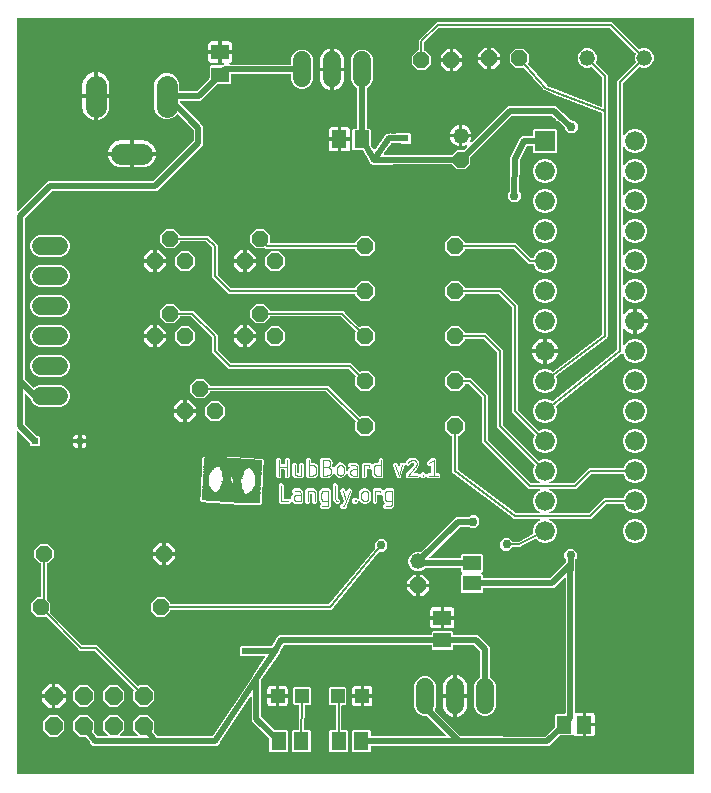
<source format=gbr>
G04 EAGLE Gerber X2 export*
%TF.Part,Single*%
%TF.FileFunction,Copper,L1,Top,Mixed*%
%TF.FilePolarity,Positive*%
%TF.GenerationSoftware,Autodesk,EAGLE,9.0.1*%
%TF.CreationDate,2018-05-13T22:07:24Z*%
G75*
%MOMM*%
%FSLAX34Y34*%
%LPD*%
%AMOC8*
5,1,8,0,0,1.08239X$1,22.5*%
G01*
%ADD10C,0.101600*%
%ADD11R,1.930400X0.010156*%
%ADD12R,2.082800X0.010156*%
%ADD13R,2.235200X0.010156*%
%ADD14R,2.397756X0.010156*%
%ADD15R,2.540000X0.010162*%
%ADD16R,2.692400X0.010156*%
%ADD17R,2.834637X0.010156*%
%ADD18R,2.976875X0.010156*%
%ADD19R,3.129275X0.010156*%
%ADD20R,3.271519X0.010162*%
%ADD21R,3.423919X0.010156*%
%ADD22R,3.566156X0.010156*%
%ADD23R,3.708400X0.010156*%
%ADD24R,3.860800X0.010156*%
%ADD25R,4.003038X0.010162*%
%ADD26R,4.155438X0.010156*%
%ADD27R,4.297675X0.010156*%
%ADD28R,4.439919X0.010156*%
%ADD29R,4.592319X0.010156*%
%ADD30R,4.734556X0.010162*%
%ADD31R,4.856475X0.010156*%
%ADD32R,4.876800X0.010156*%
%ADD33R,4.886956X0.010156*%
%ADD34R,4.897119X0.010156*%
%ADD35R,4.886956X0.010162*%
%ADD36R,4.886963X0.010162*%
%ADD37R,4.886963X0.010156*%
%ADD38R,4.897119X0.010162*%
%ADD39R,3.657600X0.010156*%
%ADD40R,1.148081X0.010156*%
%ADD41R,3.616956X0.010162*%
%ADD42R,1.137919X0.010162*%
%ADD43R,3.606800X0.010156*%
%ADD44R,1.127756X0.010156*%
%ADD45R,3.576319X0.010156*%
%ADD46R,1.117600X0.010156*%
%ADD47R,1.107438X0.010156*%
%ADD48R,1.046481X0.010156*%
%ADD49R,3.566156X0.010162*%
%ADD50R,1.036319X0.010162*%
%ADD51R,3.556000X0.010156*%
%ADD52R,1.026156X0.010156*%
%ADD53R,1.016000X0.010156*%
%ADD54R,3.545838X0.010156*%
%ADD55R,1.005837X0.010156*%
%ADD56R,0.944881X0.010156*%
%ADD57R,1.046475X0.010162*%
%ADD58R,2.438400X0.010162*%
%ADD59R,0.934719X0.010162*%
%ADD60R,1.046475X0.010156*%
%ADD61R,2.346956X0.010156*%
%ADD62R,0.924556X0.010156*%
%ADD63R,1.036319X0.010156*%
%ADD64R,2.326637X0.010156*%
%ADD65R,2.306319X0.010156*%
%ADD66R,0.914400X0.010156*%
%ADD67R,1.016000X0.010162*%
%ADD68R,2.296156X0.010162*%
%ADD69R,0.904238X0.010162*%
%ADD70R,0.955038X0.010156*%
%ADD71R,2.275838X0.010156*%
%ADD72R,0.894081X0.010156*%
%ADD73R,0.944875X0.010156*%
%ADD74R,2.245356X0.010156*%
%ADD75R,0.883919X0.010156*%
%ADD76R,0.934719X0.010156*%
%ADD77R,0.873756X0.010156*%
%ADD78R,2.194556X0.010156*%
%ADD79R,0.863600X0.010156*%
%ADD80R,0.924556X0.010162*%
%ADD81R,2.184400X0.010162*%
%ADD82R,0.853438X0.010162*%
%ADD83R,2.174238X0.010156*%
%ADD84R,0.843281X0.010156*%
%ADD85R,0.904238X0.010156*%
%ADD86R,2.143763X0.010156*%
%ADD87R,0.833119X0.010156*%
%ADD88R,0.894075X0.010156*%
%ADD89R,2.133600X0.010156*%
%ADD90R,0.822956X0.010156*%
%ADD91R,2.123438X0.010156*%
%ADD92R,0.762000X0.010156*%
%ADD93R,0.883919X0.010162*%
%ADD94R,2.123438X0.010162*%
%ADD95R,0.751838X0.010162*%
%ADD96R,2.113281X0.010156*%
%ADD97R,0.751838X0.010156*%
%ADD98R,2.092956X0.010156*%
%ADD99R,0.741681X0.010156*%
%ADD100R,0.853438X0.010156*%
%ADD101R,0.843275X0.010162*%
%ADD102R,2.072637X0.010162*%
%ADD103R,0.741681X0.010162*%
%ADD104R,2.062475X0.010156*%
%ADD105R,2.052319X0.010156*%
%ADD106R,0.792475X0.010156*%
%ADD107R,2.042156X0.010156*%
%ADD108R,0.741675X0.010156*%
%ADD109R,0.772156X0.010156*%
%ADD110R,2.032000X0.010156*%
%ADD111R,0.731519X0.010156*%
%ADD112R,0.762000X0.010162*%
%ADD113R,2.021838X0.010162*%
%ADD114R,0.721356X0.010162*%
%ADD115R,2.001519X0.010156*%
%ADD116R,0.711200X0.010156*%
%ADD117R,1.991363X0.010156*%
%ADD118R,0.701037X0.010156*%
%ADD119R,1.981200X0.010156*%
%ADD120R,0.690875X0.010156*%
%ADD121R,1.950719X0.010156*%
%ADD122R,0.680719X0.010156*%
%ADD123R,1.940556X0.010162*%
%ADD124R,0.670556X0.010162*%
%ADD125R,1.920238X0.010156*%
%ADD126R,0.660400X0.010156*%
%ADD127R,0.650238X0.010156*%
%ADD128R,1.910081X0.010156*%
%ADD129R,0.640075X0.010156*%
%ADD130R,0.629919X0.010156*%
%ADD131R,1.910081X0.010162*%
%ADD132R,0.619756X0.010162*%
%ADD133R,0.609600X0.010156*%
%ADD134R,1.910075X0.010156*%
%ADD135R,0.690881X0.010156*%
%ADD136R,1.899919X0.010156*%
%ADD137R,0.680719X0.010162*%
%ADD138R,1.889756X0.010162*%
%ADD139R,0.609600X0.010162*%
%ADD140R,0.670556X0.010156*%
%ADD141R,1.879600X0.010156*%
%ADD142R,1.869438X0.010156*%
%ADD143R,0.599438X0.010156*%
%ADD144R,1.849119X0.010156*%
%ADD145R,0.640081X0.010162*%
%ADD146R,1.838963X0.010162*%
%ADD147R,0.589275X0.010162*%
%ADD148R,0.640081X0.010156*%
%ADD149R,1.838963X0.010156*%
%ADD150R,0.579119X0.010156*%
%ADD151R,0.619756X0.010156*%
%ADD152R,1.828800X0.010156*%
%ADD153R,0.568956X0.010156*%
%ADD154R,1.818638X0.010156*%
%ADD155R,1.808481X0.010162*%
%ADD156R,0.558800X0.010162*%
%ADD157R,1.798319X0.010156*%
%ADD158R,0.558800X0.010156*%
%ADD159R,1.788156X0.010156*%
%ADD160R,1.767838X0.010156*%
%ADD161R,0.548638X0.010156*%
%ADD162R,0.599438X0.010162*%
%ADD163R,1.757681X0.010162*%
%ADD164R,0.538475X0.010162*%
%ADD165R,0.528319X0.010156*%
%ADD166R,0.589281X0.010156*%
%ADD167R,0.518156X0.010156*%
%ADD168R,0.508000X0.010156*%
%ADD169R,0.924563X0.010156*%
%ADD170R,0.568956X0.010162*%
%ADD171R,0.914400X0.010162*%
%ADD172R,0.822956X0.010162*%
%ADD173R,0.508000X0.010162*%
%ADD174R,0.812800X0.010156*%
%ADD175R,0.518162X0.010156*%
%ADD176R,0.894081X0.010162*%
%ADD177R,0.812800X0.010162*%
%ADD178R,0.518162X0.010162*%
%ADD179R,0.538481X0.010156*%
%ADD180R,0.802638X0.010156*%
%ADD181R,0.782319X0.010162*%
%ADD182R,0.497838X0.010156*%
%ADD183R,0.487681X0.010156*%
%ADD184R,0.477519X0.010156*%
%ADD185R,0.467363X0.010156*%
%ADD186R,0.467363X0.010162*%
%ADD187R,0.477519X0.010162*%
%ADD188R,0.467356X0.010156*%
%ADD189R,0.487675X0.010162*%
%ADD190R,0.802638X0.010162*%
%ADD191R,0.731519X0.010162*%
%ADD192R,0.467356X0.010162*%
%ADD193R,0.487675X0.010156*%
%ADD194R,0.741675X0.010162*%
%ADD195R,0.772163X0.010156*%
%ADD196R,0.792481X0.010162*%
%ADD197R,0.487681X0.010162*%
%ADD198R,0.518156X0.010162*%
%ADD199R,0.497838X0.010162*%
%ADD200R,0.772156X0.010162*%
%ADD201R,0.782319X0.010156*%
%ADD202R,0.873762X0.010156*%
%ADD203R,0.538475X0.010156*%
%ADD204R,0.822963X0.010156*%
%ADD205R,0.589275X0.010156*%
%ADD206R,0.528319X0.010162*%
%ADD207R,1.767838X0.010162*%
%ADD208R,1.757675X0.010156*%
%ADD209R,1.798319X0.010162*%
%ADD210R,1.808481X0.010156*%
%ADD211R,0.579119X0.010162*%
%ADD212R,1.838956X0.010162*%
%ADD213R,1.838956X0.010156*%
%ADD214R,0.670563X0.010156*%
%ADD215R,1.879600X0.010162*%
%ADD216R,0.670563X0.010162*%
%ADD217R,1.889756X0.010156*%
%ADD218R,1.910075X0.010162*%
%ADD219R,0.711200X0.010162*%
%ADD220R,0.619762X0.010156*%
%ADD221R,0.721363X0.010156*%
%ADD222R,0.660400X0.010162*%
%ADD223R,1.920238X0.010162*%
%ADD224R,1.940556X0.010156*%
%ADD225R,1.991356X0.010156*%
%ADD226R,2.001519X0.010162*%
%ADD227R,2.021838X0.010156*%
%ADD228R,0.792481X0.010156*%
%ADD229R,2.062481X0.010162*%
%ADD230R,0.833119X0.010162*%
%ADD231R,2.072637X0.010156*%
%ADD232R,2.113281X0.010162*%
%ADD233R,0.873756X0.010162*%
%ADD234R,2.143756X0.010156*%
%ADD235R,2.174238X0.010162*%
%ADD236R,2.184400X0.010156*%
%ADD237R,0.894075X0.010162*%
%ADD238R,2.275838X0.010162*%
%ADD239R,0.955038X0.010162*%
%ADD240R,2.296156X0.010156*%
%ADD241R,2.346963X0.010162*%
%ADD242R,1.046481X0.010162*%
%ADD243R,2.438400X0.010156*%
%ADD244R,1.026156X0.010162*%
%ADD245R,3.556000X0.010162*%
%ADD246R,1.127756X0.010162*%
%ADD247R,3.606800X0.010162*%
%ADD248R,1.137919X0.010156*%
%ADD249R,3.616956X0.010156*%
%ADD250R,1.148075X0.010156*%
%ADD251R,4.876800X0.010162*%
%ADD252R,4.866638X0.010156*%
%ADD253R,4.856481X0.010162*%
%ADD254R,4.734563X0.010156*%
%ADD255R,4.297681X0.010156*%
%ADD256R,4.155438X0.010162*%
%ADD257R,4.003038X0.010156*%
%ADD258R,3.566163X0.010156*%
%ADD259R,3.423919X0.010162*%
%ADD260R,3.271519X0.010156*%
%ADD261R,3.129281X0.010156*%
%ADD262R,2.976881X0.010156*%
%ADD263R,2.692400X0.010162*%
%ADD264R,2.540000X0.010156*%
%ADD265R,2.397763X0.010156*%
%ADD266R,1.930400X0.010162*%
%ADD267P,1.429621X8X22.500000*%
%ADD268P,1.429621X8X202.500000*%
%ADD269C,1.524000*%
%ADD270C,1.320800*%
%ADD271R,1.676400X1.676400*%
%ADD272C,1.676400*%
%ADD273P,1.649562X8X22.500000*%
%ADD274C,1.778000*%
%ADD275R,1.200000X1.200000*%
%ADD276R,1.300000X1.500000*%
%ADD277R,0.599600X0.599600*%
%ADD278R,1.500000X1.300000*%
%ADD279P,1.429621X8X292.500000*%
%ADD280C,0.508000*%
%ADD281C,0.756400*%
%ADD282C,0.152400*%

G36*
X582698Y10164D02*
X582698Y10164D01*
X582717Y10162D01*
X582819Y10184D01*
X582921Y10200D01*
X582938Y10210D01*
X582958Y10214D01*
X583047Y10267D01*
X583138Y10316D01*
X583152Y10330D01*
X583169Y10340D01*
X583236Y10419D01*
X583308Y10494D01*
X583316Y10512D01*
X583329Y10527D01*
X583368Y10623D01*
X583411Y10717D01*
X583413Y10737D01*
X583421Y10755D01*
X583439Y10922D01*
X583439Y649378D01*
X583436Y649398D01*
X583438Y649417D01*
X583416Y649519D01*
X583400Y649621D01*
X583390Y649638D01*
X583386Y649658D01*
X583333Y649747D01*
X583284Y649838D01*
X583270Y649852D01*
X583260Y649869D01*
X583181Y649936D01*
X583106Y650008D01*
X583088Y650016D01*
X583073Y650029D01*
X582977Y650068D01*
X582883Y650111D01*
X582863Y650113D01*
X582845Y650121D01*
X582678Y650139D01*
X10922Y650139D01*
X10902Y650136D01*
X10883Y650138D01*
X10781Y650116D01*
X10679Y650100D01*
X10662Y650090D01*
X10642Y650086D01*
X10553Y650033D01*
X10462Y649984D01*
X10448Y649970D01*
X10431Y649960D01*
X10364Y649881D01*
X10292Y649806D01*
X10284Y649788D01*
X10271Y649773D01*
X10232Y649677D01*
X10189Y649583D01*
X10187Y649563D01*
X10179Y649545D01*
X10161Y649378D01*
X10161Y487647D01*
X10172Y487576D01*
X10174Y487504D01*
X10192Y487456D01*
X10200Y487404D01*
X10234Y487341D01*
X10259Y487273D01*
X10291Y487233D01*
X10316Y487187D01*
X10368Y487137D01*
X10412Y487081D01*
X10456Y487053D01*
X10494Y487017D01*
X10559Y486987D01*
X10619Y486948D01*
X10670Y486936D01*
X10717Y486914D01*
X10788Y486906D01*
X10858Y486888D01*
X10910Y486892D01*
X10961Y486887D01*
X11032Y486902D01*
X11103Y486908D01*
X11151Y486928D01*
X11202Y486939D01*
X11263Y486976D01*
X11329Y487004D01*
X11385Y487049D01*
X11413Y487065D01*
X11428Y487083D01*
X11460Y487109D01*
X33812Y509461D01*
X36416Y512065D01*
X125001Y512065D01*
X125091Y512079D01*
X125182Y512087D01*
X125212Y512099D01*
X125244Y512104D01*
X125324Y512147D01*
X125408Y512183D01*
X125440Y512209D01*
X125461Y512220D01*
X125483Y512243D01*
X125539Y512288D01*
X159462Y546211D01*
X159515Y546285D01*
X159575Y546354D01*
X159587Y546384D01*
X159606Y546410D01*
X159633Y546497D01*
X159667Y546582D01*
X159671Y546623D01*
X159678Y546646D01*
X159677Y546678D01*
X159685Y546749D01*
X159685Y555451D01*
X159671Y555541D01*
X159663Y555632D01*
X159651Y555662D01*
X159646Y555694D01*
X159603Y555774D01*
X159567Y555858D01*
X159541Y555890D01*
X159530Y555911D01*
X159507Y555933D01*
X159462Y555989D01*
X146473Y568978D01*
X146457Y568990D01*
X146445Y569005D01*
X146357Y569062D01*
X146274Y569122D01*
X146255Y569128D01*
X146238Y569138D01*
X146137Y569164D01*
X146039Y569194D01*
X146019Y569194D01*
X145999Y569198D01*
X145896Y569190D01*
X145793Y569188D01*
X145774Y569181D01*
X145754Y569179D01*
X145659Y569139D01*
X145562Y569103D01*
X145546Y569091D01*
X145528Y569083D01*
X145397Y568978D01*
X142900Y566481D01*
X139072Y564895D01*
X134928Y564895D01*
X131100Y566481D01*
X128171Y569410D01*
X126585Y573238D01*
X126585Y595162D01*
X128171Y598990D01*
X131100Y601919D01*
X134928Y603505D01*
X139072Y603505D01*
X142900Y601919D01*
X145829Y598990D01*
X147415Y595162D01*
X147415Y589026D01*
X147418Y589006D01*
X147416Y588987D01*
X147438Y588885D01*
X147454Y588783D01*
X147464Y588766D01*
X147468Y588746D01*
X147521Y588657D01*
X147570Y588566D01*
X147584Y588552D01*
X147594Y588535D01*
X147673Y588468D01*
X147748Y588396D01*
X147766Y588388D01*
X147781Y588375D01*
X147877Y588336D01*
X147971Y588293D01*
X147991Y588291D01*
X148009Y588283D01*
X148176Y588265D01*
X162035Y588265D01*
X162125Y588279D01*
X162216Y588287D01*
X162245Y588299D01*
X162277Y588304D01*
X162358Y588347D01*
X162442Y588383D01*
X162474Y588409D01*
X162495Y588420D01*
X162517Y588443D01*
X162573Y588488D01*
X173023Y598937D01*
X173076Y599011D01*
X173135Y599081D01*
X173147Y599111D01*
X173166Y599137D01*
X173193Y599224D01*
X173227Y599309D01*
X173232Y599350D01*
X173239Y599372D01*
X173238Y599404D01*
X173246Y599476D01*
X173246Y609568D01*
X174139Y610462D01*
X184231Y610462D01*
X184322Y610476D01*
X184412Y610483D01*
X184442Y610496D01*
X184474Y610501D01*
X184555Y610544D01*
X184639Y610580D01*
X184671Y610605D01*
X184692Y610616D01*
X184714Y610640D01*
X184770Y610684D01*
X185182Y611097D01*
X185224Y611155D01*
X185273Y611207D01*
X185295Y611254D01*
X185325Y611296D01*
X185346Y611365D01*
X185377Y611430D01*
X185382Y611482D01*
X185398Y611531D01*
X185396Y611603D01*
X185404Y611674D01*
X185393Y611725D01*
X185391Y611777D01*
X185367Y611845D01*
X185351Y611915D01*
X185325Y611959D01*
X185307Y612008D01*
X185262Y612064D01*
X185225Y612126D01*
X185186Y612160D01*
X185153Y612200D01*
X185093Y612239D01*
X185038Y612286D01*
X184990Y612305D01*
X184946Y612333D01*
X184877Y612351D01*
X184810Y612378D01*
X184739Y612385D01*
X184708Y612393D01*
X184684Y612392D01*
X184644Y612396D01*
X183794Y612396D01*
X183794Y619914D01*
X192311Y619914D01*
X192311Y614602D01*
X192138Y613956D01*
X191804Y613377D01*
X191330Y612904D01*
X190751Y612569D01*
X190187Y612418D01*
X190165Y612408D01*
X190141Y612404D01*
X190053Y612358D01*
X189963Y612317D01*
X189945Y612300D01*
X189924Y612289D01*
X189855Y612217D01*
X189783Y612149D01*
X189771Y612128D01*
X189755Y612111D01*
X189713Y612021D01*
X189665Y611933D01*
X189661Y611910D01*
X189651Y611888D01*
X189640Y611789D01*
X189623Y611691D01*
X189627Y611667D01*
X189624Y611643D01*
X189645Y611546D01*
X189660Y611448D01*
X189671Y611426D01*
X189676Y611403D01*
X189727Y611318D01*
X189773Y611229D01*
X189790Y611213D01*
X189802Y611192D01*
X189878Y611127D01*
X189949Y611058D01*
X189971Y611048D01*
X189989Y611032D01*
X190082Y610995D01*
X190171Y610952D01*
X190195Y610949D01*
X190217Y610940D01*
X190384Y610922D01*
X241554Y610922D01*
X241574Y610925D01*
X241593Y610923D01*
X241695Y610945D01*
X241797Y610961D01*
X241814Y610971D01*
X241834Y610975D01*
X241923Y611028D01*
X242014Y611076D01*
X242028Y611091D01*
X242045Y611101D01*
X242112Y611180D01*
X242184Y611255D01*
X242192Y611273D01*
X242205Y611288D01*
X242244Y611384D01*
X242287Y611478D01*
X242289Y611498D01*
X242297Y611516D01*
X242315Y611683D01*
X242315Y616296D01*
X243707Y619657D01*
X246280Y622229D01*
X249641Y623622D01*
X253279Y623622D01*
X256640Y622229D01*
X259213Y619657D01*
X260605Y616296D01*
X260605Y597418D01*
X259213Y594057D01*
X256640Y591484D01*
X253279Y590092D01*
X249641Y590092D01*
X246280Y591484D01*
X243707Y594057D01*
X242315Y597418D01*
X242315Y602031D01*
X242312Y602050D01*
X242314Y602070D01*
X242292Y602172D01*
X242276Y602274D01*
X242266Y602291D01*
X242262Y602311D01*
X242209Y602400D01*
X242160Y602491D01*
X242146Y602505D01*
X242136Y602522D01*
X242057Y602589D01*
X241982Y602660D01*
X241964Y602669D01*
X241949Y602682D01*
X241853Y602720D01*
X241759Y602764D01*
X241739Y602766D01*
X241721Y602774D01*
X241554Y602792D01*
X192056Y602792D01*
X192037Y602789D01*
X192017Y602791D01*
X191916Y602769D01*
X191814Y602752D01*
X191796Y602743D01*
X191777Y602739D01*
X191688Y602686D01*
X191596Y602637D01*
X191583Y602623D01*
X191565Y602613D01*
X191498Y602534D01*
X191427Y602459D01*
X191419Y602441D01*
X191406Y602426D01*
X191367Y602329D01*
X191323Y602236D01*
X191321Y602216D01*
X191314Y602198D01*
X191295Y602031D01*
X191295Y595305D01*
X190402Y594412D01*
X180309Y594412D01*
X180219Y594397D01*
X180128Y594390D01*
X180099Y594378D01*
X180067Y594372D01*
X179986Y594330D01*
X179902Y594294D01*
X179870Y594268D01*
X179849Y594257D01*
X179827Y594234D01*
X179771Y594189D01*
X165717Y580135D01*
X148651Y580135D01*
X148580Y580124D01*
X148508Y580122D01*
X148460Y580104D01*
X148408Y580096D01*
X148345Y580062D01*
X148277Y580037D01*
X148237Y580005D01*
X148191Y579980D01*
X148141Y579928D01*
X148085Y579884D01*
X148057Y579840D01*
X148021Y579802D01*
X147991Y579737D01*
X147952Y579677D01*
X147940Y579626D01*
X147918Y579579D01*
X147910Y579508D01*
X147892Y579438D01*
X147896Y579386D01*
X147891Y579335D01*
X147906Y579264D01*
X147912Y579193D01*
X147932Y579145D01*
X147943Y579094D01*
X147980Y579033D01*
X148008Y578967D01*
X148053Y578911D01*
X148069Y578883D01*
X148087Y578868D01*
X148113Y578836D01*
X165211Y561738D01*
X167815Y559134D01*
X167815Y543066D01*
X128684Y503935D01*
X40099Y503935D01*
X40009Y503921D01*
X39918Y503913D01*
X39888Y503901D01*
X39856Y503896D01*
X39776Y503853D01*
X39692Y503817D01*
X39660Y503791D01*
X39639Y503780D01*
X39617Y503757D01*
X39561Y503712D01*
X16988Y481139D01*
X16944Y481078D01*
X16909Y481041D01*
X16902Y481028D01*
X16875Y480996D01*
X16863Y480966D01*
X16844Y480940D01*
X16817Y480853D01*
X16783Y480768D01*
X16779Y480727D01*
X16772Y480704D01*
X16773Y480672D01*
X16765Y480601D01*
X16765Y344899D01*
X16779Y344809D01*
X16787Y344718D01*
X16799Y344688D01*
X16804Y344656D01*
X16847Y344576D01*
X16883Y344492D01*
X16909Y344460D01*
X16920Y344439D01*
X16943Y344417D01*
X16988Y344361D01*
X23810Y337539D01*
X23826Y337527D01*
X23838Y337512D01*
X23925Y337456D01*
X24009Y337395D01*
X24028Y337389D01*
X24045Y337379D01*
X24145Y337353D01*
X24244Y337323D01*
X24264Y337323D01*
X24284Y337319D01*
X24387Y337327D01*
X24490Y337329D01*
X24509Y337336D01*
X24529Y337338D01*
X24624Y337378D01*
X24721Y337414D01*
X24737Y337426D01*
X24755Y337434D01*
X24886Y337539D01*
X25300Y337953D01*
X28661Y339345D01*
X47539Y339345D01*
X50900Y337953D01*
X53473Y335380D01*
X54865Y332019D01*
X54865Y328381D01*
X53473Y325020D01*
X50900Y322447D01*
X47539Y321055D01*
X28661Y321055D01*
X25300Y322447D01*
X22727Y325020D01*
X21298Y328472D01*
X21263Y328528D01*
X21237Y328589D01*
X21185Y328653D01*
X21168Y328681D01*
X21153Y328694D01*
X21132Y328720D01*
X21112Y328739D01*
X18064Y331787D01*
X18006Y331829D01*
X17954Y331879D01*
X17907Y331901D01*
X17865Y331931D01*
X17796Y331952D01*
X17731Y331982D01*
X17679Y331988D01*
X17629Y332003D01*
X17558Y332001D01*
X17487Y332009D01*
X17436Y331998D01*
X17384Y331997D01*
X17316Y331972D01*
X17246Y331957D01*
X17201Y331930D01*
X17153Y331912D01*
X17097Y331868D01*
X17035Y331831D01*
X17001Y331791D01*
X16961Y331759D01*
X16922Y331698D01*
X16875Y331644D01*
X16856Y331596D01*
X16828Y331552D01*
X16810Y331482D01*
X16783Y331416D01*
X16775Y331344D01*
X16767Y331313D01*
X16769Y331290D01*
X16765Y331249D01*
X16765Y306799D01*
X16779Y306709D01*
X16787Y306618D01*
X16799Y306588D01*
X16804Y306556D01*
X16847Y306476D01*
X16883Y306392D01*
X16909Y306360D01*
X16920Y306339D01*
X16943Y306317D01*
X16988Y306261D01*
X26403Y296846D01*
X26477Y296793D01*
X26546Y296733D01*
X26576Y296721D01*
X26602Y296702D01*
X26689Y296675D01*
X26774Y296641D01*
X26815Y296637D01*
X26837Y296630D01*
X26870Y296631D01*
X26941Y296623D01*
X29030Y296623D01*
X29923Y295730D01*
X29923Y288470D01*
X29030Y287577D01*
X21770Y287577D01*
X20877Y288470D01*
X20877Y290559D01*
X20863Y290649D01*
X20855Y290740D01*
X20843Y290770D01*
X20838Y290802D01*
X20795Y290882D01*
X20759Y290966D01*
X20733Y290998D01*
X20722Y291019D01*
X20699Y291041D01*
X20654Y291097D01*
X11460Y300291D01*
X11402Y300333D01*
X11350Y300383D01*
X11303Y300405D01*
X11261Y300435D01*
X11192Y300456D01*
X11127Y300486D01*
X11075Y300492D01*
X11025Y300507D01*
X10954Y300505D01*
X10883Y300513D01*
X10832Y300502D01*
X10780Y300501D01*
X10712Y300476D01*
X10642Y300461D01*
X10598Y300434D01*
X10549Y300416D01*
X10493Y300372D01*
X10431Y300335D01*
X10397Y300295D01*
X10357Y300263D01*
X10318Y300202D01*
X10271Y300148D01*
X10252Y300100D01*
X10224Y300056D01*
X10206Y299986D01*
X10179Y299920D01*
X10171Y299848D01*
X10163Y299817D01*
X10165Y299794D01*
X10161Y299753D01*
X10161Y10922D01*
X10164Y10902D01*
X10162Y10883D01*
X10184Y10781D01*
X10200Y10679D01*
X10210Y10662D01*
X10214Y10642D01*
X10267Y10553D01*
X10316Y10462D01*
X10330Y10448D01*
X10340Y10431D01*
X10419Y10364D01*
X10494Y10292D01*
X10512Y10284D01*
X10527Y10271D01*
X10623Y10232D01*
X10717Y10189D01*
X10737Y10187D01*
X10755Y10179D01*
X10922Y10161D01*
X582678Y10161D01*
X582698Y10164D01*
G37*
%LPC*%
G36*
X294468Y29075D02*
X294468Y29075D01*
X293575Y29968D01*
X293575Y46232D01*
X294468Y47125D01*
X308732Y47125D01*
X309625Y46232D01*
X309625Y42926D01*
X309628Y42906D01*
X309626Y42887D01*
X309648Y42785D01*
X309664Y42683D01*
X309674Y42666D01*
X309678Y42646D01*
X309731Y42557D01*
X309780Y42466D01*
X309794Y42452D01*
X309804Y42435D01*
X309883Y42368D01*
X309958Y42296D01*
X309976Y42288D01*
X309991Y42275D01*
X310087Y42236D01*
X310181Y42193D01*
X310201Y42191D01*
X310219Y42183D01*
X310386Y42165D01*
X372397Y42165D01*
X372468Y42176D01*
X372540Y42178D01*
X372588Y42196D01*
X372640Y42204D01*
X372703Y42238D01*
X372771Y42263D01*
X372811Y42295D01*
X372857Y42320D01*
X372907Y42372D01*
X372963Y42416D01*
X372991Y42460D01*
X373027Y42498D01*
X373057Y42563D01*
X373096Y42623D01*
X373108Y42674D01*
X373130Y42721D01*
X373138Y42792D01*
X373156Y42862D01*
X373152Y42914D01*
X373157Y42965D01*
X373142Y43036D01*
X373136Y43107D01*
X373116Y43155D01*
X373105Y43206D01*
X373068Y43267D01*
X373040Y43333D01*
X372995Y43389D01*
X372979Y43417D01*
X372961Y43432D01*
X372935Y43464D01*
X357187Y59212D01*
X357113Y59265D01*
X357044Y59325D01*
X357014Y59337D01*
X356988Y59356D01*
X356901Y59383D01*
X356816Y59417D01*
X356775Y59421D01*
X356752Y59428D01*
X356720Y59427D01*
X356649Y59435D01*
X353781Y59435D01*
X350420Y60827D01*
X347847Y63400D01*
X346455Y66761D01*
X346455Y85639D01*
X347847Y89000D01*
X350420Y91573D01*
X353781Y92965D01*
X357419Y92965D01*
X360780Y91573D01*
X363353Y89000D01*
X364745Y85639D01*
X364745Y66761D01*
X363882Y64679D01*
X363856Y64565D01*
X363827Y64452D01*
X363827Y64445D01*
X363826Y64439D01*
X363837Y64323D01*
X363846Y64206D01*
X363849Y64201D01*
X363849Y64194D01*
X363897Y64087D01*
X363942Y63980D01*
X363947Y63974D01*
X363949Y63970D01*
X363962Y63956D01*
X364047Y63849D01*
X385509Y42388D01*
X385583Y42335D01*
X385652Y42275D01*
X385682Y42263D01*
X385708Y42244D01*
X385795Y42217D01*
X385880Y42183D01*
X385921Y42179D01*
X385944Y42172D01*
X385976Y42173D01*
X386047Y42165D01*
X391719Y42165D01*
X391793Y42177D01*
X393709Y42165D01*
X393711Y42165D01*
X393713Y42165D01*
X395589Y42165D01*
X395607Y42159D01*
X395639Y42160D01*
X395707Y42152D01*
X402801Y42107D01*
X441561Y41860D01*
X441563Y41860D01*
X441566Y41860D01*
X457268Y41860D01*
X457358Y41875D01*
X457449Y41882D01*
X457478Y41894D01*
X457510Y41900D01*
X457591Y41942D01*
X457675Y41978D01*
X457707Y42004D01*
X457728Y42015D01*
X457750Y42038D01*
X457806Y42083D01*
X465344Y49622D01*
X465398Y49695D01*
X465457Y49765D01*
X465469Y49795D01*
X465488Y49821D01*
X465515Y49908D01*
X465549Y49993D01*
X465553Y50034D01*
X465560Y50056D01*
X465559Y50089D01*
X465567Y50160D01*
X465567Y60252D01*
X466461Y61146D01*
X473913Y61146D01*
X473933Y61149D01*
X473953Y61147D01*
X474054Y61169D01*
X474156Y61185D01*
X474174Y61195D01*
X474193Y61199D01*
X474282Y61252D01*
X474373Y61300D01*
X474387Y61315D01*
X474404Y61325D01*
X474471Y61404D01*
X474543Y61479D01*
X474551Y61497D01*
X474564Y61512D01*
X474603Y61608D01*
X474646Y61702D01*
X474649Y61722D01*
X474656Y61740D01*
X474674Y61907D01*
X474674Y89951D01*
X474673Y89962D01*
X474674Y91964D01*
X474674Y91965D01*
X474674Y93933D01*
X474676Y93948D01*
X474746Y175215D01*
X474734Y175289D01*
X474738Y175920D01*
X474727Y175993D01*
X474725Y176068D01*
X474708Y176114D01*
X474700Y176163D01*
X474666Y176229D01*
X474640Y176299D01*
X474609Y176337D01*
X474587Y176381D01*
X474533Y176433D01*
X474486Y176491D01*
X474445Y176517D01*
X474409Y176552D01*
X474342Y176583D01*
X474280Y176624D01*
X474232Y176636D01*
X474187Y176657D01*
X474113Y176666D01*
X474041Y176684D01*
X473992Y176680D01*
X473943Y176686D01*
X473870Y176670D01*
X473796Y176665D01*
X473750Y176645D01*
X473702Y176635D01*
X473638Y176597D01*
X473569Y176568D01*
X473517Y176526D01*
X473490Y176510D01*
X473474Y176492D01*
X473439Y176463D01*
X467354Y170379D01*
X464750Y167775D01*
X405213Y167775D01*
X405194Y167772D01*
X405174Y167774D01*
X405072Y167752D01*
X404970Y167735D01*
X404953Y167726D01*
X404933Y167722D01*
X404844Y167669D01*
X404753Y167620D01*
X404739Y167606D01*
X404722Y167596D01*
X404655Y167517D01*
X404584Y167442D01*
X404575Y167424D01*
X404562Y167409D01*
X404524Y167313D01*
X404480Y167219D01*
X404478Y167199D01*
X404470Y167181D01*
X404452Y167014D01*
X404452Y164708D01*
X403559Y163815D01*
X387296Y163815D01*
X386402Y164708D01*
X386402Y178972D01*
X387233Y179802D01*
X387244Y179818D01*
X387260Y179830D01*
X387316Y179918D01*
X387376Y180001D01*
X387382Y180020D01*
X387393Y180037D01*
X387418Y180138D01*
X387449Y180237D01*
X387448Y180256D01*
X387453Y180276D01*
X387445Y180379D01*
X387442Y180482D01*
X387435Y180501D01*
X387434Y180521D01*
X387393Y180616D01*
X387358Y180713D01*
X387345Y180729D01*
X387337Y180747D01*
X387233Y180878D01*
X386402Y181708D01*
X386402Y184014D01*
X386399Y184034D01*
X386401Y184053D01*
X386379Y184155D01*
X386363Y184257D01*
X386353Y184274D01*
X386349Y184294D01*
X386296Y184383D01*
X386248Y184474D01*
X386233Y184488D01*
X386223Y184505D01*
X386144Y184572D01*
X386069Y184643D01*
X386051Y184652D01*
X386036Y184665D01*
X385940Y184704D01*
X385846Y184747D01*
X385826Y184749D01*
X385808Y184757D01*
X385641Y184775D01*
X356200Y184775D01*
X356110Y184760D01*
X356019Y184753D01*
X355989Y184741D01*
X355957Y184735D01*
X355877Y184693D01*
X355793Y184657D01*
X355761Y184631D01*
X355740Y184620D01*
X355718Y184597D01*
X355662Y184552D01*
X354413Y183304D01*
X351426Y182066D01*
X348192Y182066D01*
X345204Y183304D01*
X342918Y185591D01*
X341680Y188578D01*
X341680Y191812D01*
X342918Y194800D01*
X345204Y197086D01*
X348192Y198324D01*
X351426Y198324D01*
X351496Y198295D01*
X351609Y198268D01*
X351723Y198240D01*
X351729Y198240D01*
X351735Y198239D01*
X351852Y198250D01*
X351968Y198259D01*
X351974Y198261D01*
X351980Y198262D01*
X352088Y198310D01*
X352194Y198355D01*
X352200Y198360D01*
X352205Y198362D01*
X352219Y198375D01*
X352325Y198460D01*
X381755Y227890D01*
X392688Y227890D01*
X392778Y227904D01*
X392869Y227911D01*
X392899Y227924D01*
X392931Y227929D01*
X393011Y227972D01*
X393095Y228008D01*
X393127Y228033D01*
X393148Y228044D01*
X393170Y228068D01*
X393226Y228112D01*
X394245Y229132D01*
X398641Y229132D01*
X401750Y226023D01*
X401750Y221627D01*
X398641Y218518D01*
X394245Y218518D01*
X393226Y219537D01*
X393152Y219590D01*
X393083Y219650D01*
X393053Y219662D01*
X393026Y219681D01*
X392939Y219707D01*
X392855Y219742D01*
X392814Y219746D01*
X392791Y219753D01*
X392759Y219752D01*
X392688Y219760D01*
X385437Y219760D01*
X385347Y219745D01*
X385256Y219738D01*
X385227Y219726D01*
X385195Y219720D01*
X385114Y219678D01*
X385030Y219642D01*
X384998Y219616D01*
X384977Y219605D01*
X384955Y219582D01*
X384899Y219537D01*
X359566Y194204D01*
X359524Y194146D01*
X359475Y194094D01*
X359453Y194047D01*
X359423Y194004D01*
X359402Y193936D01*
X359371Y193871D01*
X359366Y193819D01*
X359350Y193769D01*
X359352Y193698D01*
X359344Y193626D01*
X359355Y193576D01*
X359357Y193524D01*
X359381Y193456D01*
X359397Y193386D01*
X359423Y193341D01*
X359441Y193293D01*
X359486Y193236D01*
X359523Y193175D01*
X359562Y193141D01*
X359595Y193100D01*
X359655Y193062D01*
X359710Y193015D01*
X359758Y192996D01*
X359802Y192967D01*
X359871Y192950D01*
X359938Y192923D01*
X360009Y192915D01*
X360040Y192907D01*
X360064Y192909D01*
X360105Y192905D01*
X385641Y192905D01*
X385661Y192908D01*
X385681Y192906D01*
X385782Y192928D01*
X385884Y192944D01*
X385902Y192954D01*
X385921Y192958D01*
X386010Y193011D01*
X386101Y193060D01*
X386115Y193074D01*
X386132Y193084D01*
X386200Y193163D01*
X386271Y193238D01*
X386279Y193256D01*
X386292Y193271D01*
X386331Y193367D01*
X386374Y193461D01*
X386377Y193481D01*
X386384Y193499D01*
X386402Y193666D01*
X386402Y195972D01*
X387296Y196865D01*
X403559Y196865D01*
X404452Y195972D01*
X404452Y181708D01*
X403622Y180878D01*
X403610Y180862D01*
X403595Y180850D01*
X403539Y180762D01*
X403478Y180679D01*
X403472Y180660D01*
X403462Y180643D01*
X403436Y180542D01*
X403406Y180443D01*
X403406Y180424D01*
X403402Y180404D01*
X403410Y180301D01*
X403412Y180198D01*
X403419Y180179D01*
X403421Y180159D01*
X403461Y180064D01*
X403497Y179967D01*
X403509Y179951D01*
X403517Y179933D01*
X403622Y179802D01*
X404452Y178972D01*
X404452Y176666D01*
X404455Y176646D01*
X404453Y176626D01*
X404475Y176525D01*
X404492Y176423D01*
X404501Y176406D01*
X404505Y176386D01*
X404558Y176297D01*
X404607Y176206D01*
X404621Y176192D01*
X404631Y176175D01*
X404710Y176108D01*
X404785Y176036D01*
X404803Y176028D01*
X404818Y176015D01*
X404915Y175976D01*
X405008Y175933D01*
X405028Y175931D01*
X405046Y175923D01*
X405213Y175905D01*
X461068Y175905D01*
X461158Y175919D01*
X461249Y175927D01*
X461278Y175939D01*
X461310Y175944D01*
X461391Y175987D01*
X461475Y176023D01*
X461507Y176049D01*
X461528Y176060D01*
X461550Y176083D01*
X461606Y176128D01*
X474613Y189135D01*
X474665Y189207D01*
X474723Y189274D01*
X474736Y189306D01*
X474757Y189335D01*
X474783Y189420D01*
X474817Y189502D01*
X474822Y189546D01*
X474829Y189570D01*
X474828Y189601D01*
X474836Y189668D01*
X474836Y189688D01*
X474851Y191744D01*
X474836Y191837D01*
X474829Y191931D01*
X474818Y191958D01*
X474813Y191987D01*
X474770Y192071D01*
X474733Y192157D01*
X474709Y192186D01*
X474699Y192205D01*
X474676Y192228D01*
X474628Y192288D01*
X473636Y193280D01*
X473636Y197677D01*
X476744Y200785D01*
X481141Y200785D01*
X484249Y197677D01*
X484249Y193280D01*
X483203Y192234D01*
X483152Y192163D01*
X483094Y192096D01*
X483080Y192063D01*
X483060Y192035D01*
X483034Y191950D01*
X483000Y191868D01*
X482995Y191823D01*
X482987Y191800D01*
X482988Y191768D01*
X482980Y191702D01*
X482951Y187650D01*
X482952Y187648D01*
X482951Y187645D01*
X482951Y185774D01*
X482944Y185750D01*
X482945Y185719D01*
X482937Y185652D01*
X482877Y177180D01*
X482877Y177178D01*
X482877Y177175D01*
X482804Y91961D01*
X482804Y91960D01*
X482804Y62898D01*
X482823Y62782D01*
X482841Y62663D01*
X482843Y62659D01*
X482844Y62655D01*
X482899Y62551D01*
X482954Y62444D01*
X482957Y62442D01*
X482959Y62438D01*
X483044Y62357D01*
X483130Y62273D01*
X483134Y62271D01*
X483137Y62269D01*
X483244Y62219D01*
X483352Y62167D01*
X483356Y62167D01*
X483360Y62165D01*
X483478Y62152D01*
X483597Y62137D01*
X483601Y62138D01*
X483605Y62138D01*
X483618Y62141D01*
X483754Y62162D01*
X489069Y62162D01*
X489069Y52883D01*
X489072Y52863D01*
X489070Y52843D01*
X489092Y52742D01*
X489109Y52640D01*
X489118Y52623D01*
X489122Y52603D01*
X489175Y52514D01*
X489224Y52423D01*
X489238Y52409D01*
X489248Y52392D01*
X489327Y52325D01*
X489402Y52253D01*
X489420Y52245D01*
X489435Y52232D01*
X489531Y52193D01*
X489625Y52150D01*
X489645Y52148D01*
X489663Y52140D01*
X489830Y52122D01*
X490593Y52122D01*
X490593Y52120D01*
X489830Y52120D01*
X489810Y52117D01*
X489791Y52119D01*
X489689Y52097D01*
X489587Y52080D01*
X489570Y52071D01*
X489550Y52067D01*
X489461Y52013D01*
X489370Y51965D01*
X489356Y51951D01*
X489339Y51940D01*
X489272Y51862D01*
X489201Y51787D01*
X489192Y51769D01*
X489179Y51754D01*
X489141Y51657D01*
X489097Y51564D01*
X489095Y51544D01*
X489087Y51525D01*
X489069Y51359D01*
X489069Y42080D01*
X483758Y42080D01*
X483111Y42253D01*
X482532Y42588D01*
X482059Y43061D01*
X482053Y43071D01*
X481978Y43162D01*
X481904Y43255D01*
X481900Y43258D01*
X481898Y43261D01*
X481798Y43323D01*
X481697Y43388D01*
X481693Y43389D01*
X481689Y43392D01*
X481574Y43419D01*
X481458Y43448D01*
X481454Y43448D01*
X481450Y43449D01*
X481331Y43439D01*
X481213Y43429D01*
X481209Y43428D01*
X481205Y43427D01*
X481097Y43380D01*
X480987Y43333D01*
X480983Y43330D01*
X480980Y43329D01*
X480970Y43319D01*
X480856Y43228D01*
X480724Y43096D01*
X470631Y43096D01*
X470541Y43081D01*
X470450Y43074D01*
X470420Y43062D01*
X470388Y43056D01*
X470308Y43014D01*
X470224Y42978D01*
X470192Y42952D01*
X470171Y42941D01*
X470149Y42918D01*
X470093Y42873D01*
X460950Y33730D01*
X443535Y33730D01*
X443460Y33718D01*
X441545Y33730D01*
X441543Y33730D01*
X441540Y33730D01*
X439664Y33730D01*
X439646Y33736D01*
X439615Y33735D01*
X439547Y33743D01*
X406747Y33952D01*
X393692Y34035D01*
X393690Y34035D01*
X393687Y34035D01*
X310386Y34035D01*
X310366Y34032D01*
X310347Y34034D01*
X310245Y34012D01*
X310143Y33996D01*
X310126Y33986D01*
X310106Y33982D01*
X310017Y33929D01*
X309926Y33880D01*
X309912Y33866D01*
X309895Y33856D01*
X309828Y33777D01*
X309756Y33702D01*
X309748Y33684D01*
X309735Y33669D01*
X309696Y33573D01*
X309653Y33479D01*
X309651Y33459D01*
X309643Y33441D01*
X309625Y33274D01*
X309625Y29968D01*
X308732Y29075D01*
X294468Y29075D01*
G37*
%LPD*%
%LPC*%
G36*
X224668Y29075D02*
X224668Y29075D01*
X223775Y29968D01*
X223775Y40061D01*
X223761Y40151D01*
X223753Y40242D01*
X223741Y40272D01*
X223736Y40304D01*
X223693Y40384D01*
X223657Y40468D01*
X223631Y40500D01*
X223620Y40521D01*
X223597Y40543D01*
X223552Y40599D01*
X208904Y55247D01*
X208904Y74915D01*
X208901Y74938D01*
X208903Y74961D01*
X208881Y75059D01*
X208865Y75157D01*
X208854Y75178D01*
X208849Y75201D01*
X208796Y75287D01*
X208750Y75375D01*
X208733Y75391D01*
X208720Y75411D01*
X208644Y75475D01*
X208571Y75544D01*
X208550Y75554D01*
X208532Y75569D01*
X208439Y75606D01*
X208348Y75648D01*
X208325Y75650D01*
X208303Y75659D01*
X208203Y75664D01*
X208104Y75675D01*
X208081Y75670D01*
X208057Y75671D01*
X207961Y75644D01*
X207863Y75623D01*
X207843Y75611D01*
X207821Y75604D01*
X207738Y75548D01*
X207652Y75497D01*
X207637Y75479D01*
X207618Y75465D01*
X207510Y75337D01*
X181993Y37061D01*
X181986Y37046D01*
X181975Y37034D01*
X181935Y36934D01*
X181891Y36837D01*
X181889Y36821D01*
X181883Y36806D01*
X181865Y36639D01*
X181865Y36416D01*
X181012Y35564D01*
X180999Y35545D01*
X180917Y35448D01*
X180248Y34444D01*
X180030Y34401D01*
X180015Y34395D01*
X179998Y34394D01*
X179900Y34352D01*
X179800Y34314D01*
X179787Y34304D01*
X179772Y34297D01*
X179641Y34193D01*
X179484Y34035D01*
X178278Y34035D01*
X178255Y34031D01*
X178129Y34020D01*
X176946Y33784D01*
X176761Y33907D01*
X176746Y33914D01*
X176734Y33925D01*
X176634Y33965D01*
X176537Y34009D01*
X176521Y34011D01*
X176506Y34017D01*
X176339Y34035D01*
X128582Y34035D01*
X128548Y34030D01*
X128515Y34032D01*
X128428Y34010D01*
X128339Y33996D01*
X128309Y33980D01*
X128276Y33971D01*
X128131Y33888D01*
X128049Y33827D01*
X126748Y34026D01*
X126715Y34026D01*
X126633Y34035D01*
X77782Y34035D01*
X77748Y34030D01*
X77715Y34032D01*
X77628Y34010D01*
X77539Y33996D01*
X77509Y33980D01*
X77476Y33971D01*
X77331Y33888D01*
X77249Y33827D01*
X75948Y34026D01*
X75915Y34026D01*
X75833Y34035D01*
X74516Y34035D01*
X74444Y34107D01*
X74417Y34127D01*
X74395Y34153D01*
X74318Y34198D01*
X74245Y34251D01*
X74212Y34261D01*
X74183Y34278D01*
X74021Y34322D01*
X73920Y34337D01*
X73141Y35398D01*
X73118Y35421D01*
X73066Y35486D01*
X72135Y36416D01*
X72135Y36518D01*
X72130Y36552D01*
X72132Y36585D01*
X72110Y36672D01*
X72096Y36761D01*
X72080Y36791D01*
X72071Y36824D01*
X71988Y36969D01*
X68550Y41649D01*
X68532Y41668D01*
X68519Y41690D01*
X68444Y41753D01*
X68375Y41822D01*
X68351Y41833D01*
X68332Y41850D01*
X68241Y41886D01*
X68153Y41929D01*
X68128Y41932D01*
X68103Y41942D01*
X67937Y41960D01*
X62862Y41960D01*
X57505Y47317D01*
X57505Y54893D01*
X62862Y60250D01*
X70437Y60250D01*
X75794Y54893D01*
X75794Y47317D01*
X75495Y47018D01*
X75446Y46949D01*
X75389Y46885D01*
X75374Y46849D01*
X75352Y46818D01*
X75327Y46737D01*
X75294Y46658D01*
X75291Y46620D01*
X75279Y46583D01*
X75282Y46498D01*
X75275Y46413D01*
X75285Y46376D01*
X75286Y46337D01*
X75315Y46257D01*
X75336Y46174D01*
X75361Y46131D01*
X75370Y46106D01*
X75389Y46083D01*
X75420Y46029D01*
X78030Y42475D01*
X78048Y42457D01*
X78062Y42435D01*
X78136Y42372D01*
X78206Y42303D01*
X78229Y42292D01*
X78249Y42275D01*
X78339Y42239D01*
X78427Y42196D01*
X78453Y42193D01*
X78477Y42183D01*
X78643Y42165D01*
X86219Y42165D01*
X86290Y42176D01*
X86362Y42178D01*
X86411Y42196D01*
X86462Y42204D01*
X86525Y42238D01*
X86593Y42263D01*
X86633Y42295D01*
X86679Y42320D01*
X86729Y42372D01*
X86785Y42416D01*
X86813Y42460D01*
X86849Y42498D01*
X86879Y42563D01*
X86918Y42623D01*
X86930Y42674D01*
X86952Y42721D01*
X86960Y42792D01*
X86978Y42862D01*
X86974Y42914D01*
X86980Y42965D01*
X86964Y43036D01*
X86959Y43107D01*
X86938Y43155D01*
X86927Y43206D01*
X86890Y43267D01*
X86862Y43333D01*
X86818Y43389D01*
X86801Y43417D01*
X86783Y43432D01*
X86758Y43464D01*
X82905Y47317D01*
X82905Y54893D01*
X88262Y60250D01*
X95837Y60250D01*
X101194Y54893D01*
X101194Y47317D01*
X97342Y43464D01*
X97300Y43406D01*
X97250Y43354D01*
X97228Y43307D01*
X97198Y43265D01*
X97177Y43196D01*
X97147Y43131D01*
X97141Y43079D01*
X97126Y43029D01*
X97128Y42958D01*
X97120Y42887D01*
X97131Y42836D01*
X97132Y42784D01*
X97157Y42716D01*
X97172Y42646D01*
X97199Y42601D01*
X97217Y42553D01*
X97261Y42497D01*
X97298Y42435D01*
X97338Y42401D01*
X97370Y42361D01*
X97431Y42322D01*
X97485Y42275D01*
X97533Y42256D01*
X97577Y42228D01*
X97647Y42210D01*
X97713Y42183D01*
X97785Y42175D01*
X97816Y42167D01*
X97839Y42169D01*
X97880Y42165D01*
X111619Y42165D01*
X111690Y42176D01*
X111762Y42178D01*
X111811Y42196D01*
X111862Y42204D01*
X111925Y42238D01*
X111993Y42263D01*
X112033Y42295D01*
X112079Y42320D01*
X112129Y42372D01*
X112185Y42416D01*
X112213Y42460D01*
X112249Y42498D01*
X112279Y42563D01*
X112318Y42623D01*
X112330Y42674D01*
X112352Y42721D01*
X112360Y42792D01*
X112378Y42862D01*
X112374Y42914D01*
X112380Y42965D01*
X112364Y43036D01*
X112359Y43107D01*
X112338Y43155D01*
X112327Y43206D01*
X112290Y43267D01*
X112262Y43333D01*
X112218Y43389D01*
X112201Y43417D01*
X112183Y43432D01*
X112158Y43464D01*
X108305Y47317D01*
X108305Y54893D01*
X113662Y60250D01*
X121237Y60250D01*
X126594Y54893D01*
X126594Y47317D01*
X126295Y47018D01*
X126246Y46949D01*
X126189Y46885D01*
X126174Y46849D01*
X126152Y46818D01*
X126127Y46737D01*
X126094Y46658D01*
X126091Y46620D01*
X126079Y46583D01*
X126082Y46498D01*
X126075Y46413D01*
X126085Y46376D01*
X126086Y46337D01*
X126115Y46257D01*
X126136Y46174D01*
X126161Y46131D01*
X126170Y46106D01*
X126189Y46083D01*
X126220Y46029D01*
X128830Y42475D01*
X128848Y42457D01*
X128862Y42435D01*
X128936Y42372D01*
X129006Y42303D01*
X129029Y42292D01*
X129049Y42275D01*
X129139Y42239D01*
X129227Y42196D01*
X129253Y42193D01*
X129277Y42183D01*
X129443Y42165D01*
X175217Y42165D01*
X175260Y42172D01*
X175303Y42170D01*
X175381Y42191D01*
X175460Y42204D01*
X175498Y42225D01*
X175540Y42236D01*
X175606Y42282D01*
X175677Y42320D01*
X175707Y42351D01*
X175743Y42375D01*
X175838Y42489D01*
X175847Y42498D01*
X175848Y42501D01*
X175851Y42504D01*
X208777Y91893D01*
X208783Y91908D01*
X208794Y91920D01*
X208834Y92020D01*
X208878Y92117D01*
X208880Y92133D01*
X208886Y92148D01*
X208904Y92315D01*
X208904Y92538D01*
X209757Y93390D01*
X209771Y93409D01*
X209852Y93506D01*
X210696Y94771D01*
X210696Y94772D01*
X220216Y109052D01*
X220265Y109161D01*
X220316Y109269D01*
X220316Y109273D01*
X220318Y109276D01*
X220330Y109395D01*
X220343Y109513D01*
X220342Y109517D01*
X220342Y109520D01*
X220316Y109637D01*
X220291Y109754D01*
X220289Y109757D01*
X220288Y109760D01*
X220226Y109862D01*
X220164Y109965D01*
X220162Y109967D01*
X220160Y109970D01*
X220068Y110047D01*
X219977Y110125D01*
X219974Y110126D01*
X219971Y110128D01*
X219861Y110172D01*
X219749Y110217D01*
X219745Y110217D01*
X219742Y110218D01*
X219730Y110219D01*
X219583Y110235D01*
X207603Y110235D01*
X207513Y110221D01*
X207422Y110213D01*
X207392Y110201D01*
X207360Y110196D01*
X207279Y110153D01*
X207196Y110117D01*
X207163Y110091D01*
X207143Y110080D01*
X207121Y110057D01*
X207065Y110012D01*
X206830Y109777D01*
X199570Y109777D01*
X198677Y110670D01*
X198677Y117930D01*
X199570Y118823D01*
X206830Y118823D01*
X207065Y118588D01*
X207139Y118535D01*
X207208Y118475D01*
X207238Y118463D01*
X207264Y118444D01*
X207351Y118417D01*
X207436Y118383D01*
X207477Y118379D01*
X207499Y118372D01*
X207532Y118373D01*
X207603Y118365D01*
X225826Y118365D01*
X225891Y118375D01*
X225957Y118376D01*
X226012Y118395D01*
X226069Y118404D01*
X226127Y118435D01*
X226190Y118457D01*
X226235Y118493D01*
X226286Y118520D01*
X226332Y118568D01*
X226384Y118608D01*
X226433Y118674D01*
X226455Y118698D01*
X226464Y118716D01*
X226484Y118743D01*
X229817Y124465D01*
X229858Y124573D01*
X229902Y124682D01*
X229903Y124690D01*
X229904Y124695D01*
X229905Y124715D01*
X229920Y124849D01*
X229920Y125229D01*
X230668Y125977D01*
X230676Y125989D01*
X230688Y125998D01*
X230787Y126132D01*
X231320Y127046D01*
X231688Y127143D01*
X231795Y127191D01*
X231901Y127236D01*
X231907Y127241D01*
X231912Y127244D01*
X231927Y127257D01*
X232032Y127341D01*
X232301Y127610D01*
X233359Y127610D01*
X233373Y127613D01*
X233387Y127611D01*
X233553Y127636D01*
X234576Y127905D01*
X234905Y127714D01*
X235012Y127673D01*
X235121Y127629D01*
X235129Y127628D01*
X235134Y127626D01*
X235154Y127625D01*
X235288Y127610D01*
X360546Y127610D01*
X360566Y127614D01*
X360585Y127611D01*
X360687Y127633D01*
X360789Y127650D01*
X360806Y127659D01*
X360826Y127664D01*
X360915Y127717D01*
X361006Y127765D01*
X361020Y127780D01*
X361037Y127790D01*
X361104Y127869D01*
X361176Y127944D01*
X361184Y127962D01*
X361197Y127977D01*
X361236Y128073D01*
X361279Y128167D01*
X361281Y128186D01*
X361289Y128205D01*
X361307Y128372D01*
X361307Y130626D01*
X362200Y131519D01*
X378464Y131519D01*
X379357Y130626D01*
X379357Y128322D01*
X379360Y128302D01*
X379358Y128282D01*
X379380Y128181D01*
X379396Y128079D01*
X379406Y128062D01*
X379410Y128042D01*
X379463Y127953D01*
X379512Y127862D01*
X379526Y127848D01*
X379536Y127831D01*
X379615Y127764D01*
X379690Y127692D01*
X379708Y127684D01*
X379723Y127671D01*
X379819Y127632D01*
X379913Y127589D01*
X379933Y127587D01*
X379951Y127579D01*
X380118Y127561D01*
X400310Y127561D01*
X410465Y117406D01*
X410465Y92543D01*
X410484Y92428D01*
X410501Y92312D01*
X410503Y92307D01*
X410504Y92300D01*
X410559Y92198D01*
X410612Y92093D01*
X410617Y92089D01*
X410620Y92083D01*
X410704Y92003D01*
X410788Y91921D01*
X410794Y91917D01*
X410798Y91914D01*
X410815Y91906D01*
X410935Y91840D01*
X411580Y91573D01*
X414153Y89000D01*
X415545Y85639D01*
X415545Y66761D01*
X414153Y63400D01*
X411580Y60827D01*
X408219Y59435D01*
X404581Y59435D01*
X401220Y60827D01*
X398647Y63400D01*
X397255Y66761D01*
X397255Y85639D01*
X398647Y89000D01*
X401220Y91573D01*
X401865Y91840D01*
X401965Y91901D01*
X402065Y91961D01*
X402069Y91966D01*
X402074Y91969D01*
X402149Y92060D01*
X402225Y92148D01*
X402227Y92154D01*
X402231Y92159D01*
X402273Y92267D01*
X402317Y92376D01*
X402318Y92384D01*
X402319Y92389D01*
X402320Y92407D01*
X402335Y92543D01*
X402335Y113723D01*
X402334Y113730D01*
X402334Y113732D01*
X402321Y113814D01*
X402313Y113904D01*
X402301Y113934D01*
X402296Y113966D01*
X402253Y114047D01*
X402217Y114131D01*
X402191Y114163D01*
X402180Y114184D01*
X402157Y114206D01*
X402112Y114262D01*
X397166Y119208D01*
X397092Y119261D01*
X397022Y119321D01*
X396992Y119333D01*
X396966Y119352D01*
X396879Y119379D01*
X396794Y119413D01*
X396753Y119417D01*
X396731Y119424D01*
X396699Y119423D01*
X396627Y119431D01*
X380118Y119431D01*
X380098Y119428D01*
X380079Y119430D01*
X379977Y119408D01*
X379875Y119391D01*
X379858Y119382D01*
X379838Y119378D01*
X379749Y119325D01*
X379658Y119276D01*
X379644Y119262D01*
X379627Y119252D01*
X379560Y119173D01*
X379488Y119098D01*
X379480Y119080D01*
X379467Y119065D01*
X379428Y118969D01*
X379385Y118875D01*
X379383Y118855D01*
X379375Y118837D01*
X379357Y118670D01*
X379357Y116363D01*
X378464Y115470D01*
X362200Y115470D01*
X361307Y116363D01*
X361307Y118720D01*
X361304Y118739D01*
X361306Y118759D01*
X361284Y118860D01*
X361268Y118962D01*
X361258Y118980D01*
X361254Y118999D01*
X361201Y119088D01*
X361152Y119180D01*
X361138Y119193D01*
X361128Y119211D01*
X361049Y119278D01*
X360974Y119349D01*
X360956Y119358D01*
X360941Y119370D01*
X360845Y119409D01*
X360751Y119453D01*
X360731Y119455D01*
X360713Y119462D01*
X360546Y119481D01*
X236759Y119481D01*
X236694Y119470D01*
X236627Y119469D01*
X236573Y119450D01*
X236516Y119441D01*
X236458Y119410D01*
X236395Y119388D01*
X236350Y119353D01*
X236299Y119326D01*
X236253Y119278D01*
X236201Y119238D01*
X236152Y119172D01*
X236129Y119148D01*
X236121Y119130D01*
X236101Y119103D01*
X233033Y113835D01*
X233009Y113771D01*
X232975Y113712D01*
X232965Y113657D01*
X232945Y113606D01*
X232943Y113537D01*
X232930Y113470D01*
X232930Y113468D01*
X232793Y113261D01*
X232786Y113246D01*
X232775Y113234D01*
X232735Y113134D01*
X232691Y113037D01*
X232689Y113021D01*
X232683Y113006D01*
X232665Y112839D01*
X232665Y112616D01*
X231917Y111869D01*
X231909Y111857D01*
X231897Y111848D01*
X231797Y111713D01*
X231248Y110769D01*
X231232Y110759D01*
X231182Y110736D01*
X231131Y110690D01*
X231075Y110651D01*
X231025Y110592D01*
X231001Y110570D01*
X230991Y110551D01*
X230967Y110523D01*
X217162Y89815D01*
X217155Y89800D01*
X217144Y89788D01*
X217104Y89688D01*
X217060Y89591D01*
X217059Y89575D01*
X217052Y89559D01*
X217034Y89393D01*
X217034Y58930D01*
X217049Y58840D01*
X217056Y58749D01*
X217068Y58719D01*
X217074Y58687D01*
X217116Y58606D01*
X217152Y58522D01*
X217178Y58490D01*
X217189Y58470D01*
X217212Y58447D01*
X217257Y58391D01*
X228301Y47348D01*
X228375Y47295D01*
X228444Y47235D01*
X228474Y47223D01*
X228500Y47204D01*
X228587Y47177D01*
X228672Y47143D01*
X228713Y47139D01*
X228736Y47132D01*
X228768Y47133D01*
X228839Y47125D01*
X238932Y47125D01*
X239825Y46232D01*
X239825Y29968D01*
X238932Y29075D01*
X224668Y29075D01*
G37*
%LPD*%
%LPC*%
G36*
X455229Y307593D02*
X455229Y307593D01*
X451588Y309101D01*
X448801Y311888D01*
X447293Y315529D01*
X447293Y319471D01*
X448801Y323112D01*
X451588Y325899D01*
X455229Y327407D01*
X459171Y327407D01*
X462812Y325899D01*
X462875Y325835D01*
X462957Y325777D01*
X463035Y325713D01*
X463056Y325705D01*
X463074Y325692D01*
X463171Y325662D01*
X463265Y325627D01*
X463288Y325626D01*
X463310Y325620D01*
X463410Y325622D01*
X463511Y325619D01*
X463533Y325625D01*
X463555Y325626D01*
X463650Y325661D01*
X463747Y325690D01*
X463770Y325704D01*
X463786Y325710D01*
X463812Y325731D01*
X463889Y325779D01*
X518128Y369170D01*
X518134Y369178D01*
X518143Y369183D01*
X518216Y369269D01*
X518292Y369353D01*
X518296Y369362D01*
X518303Y369370D01*
X518345Y369475D01*
X518390Y369579D01*
X518391Y369589D01*
X518395Y369598D01*
X518413Y369765D01*
X518413Y596780D01*
X533746Y612113D01*
X533813Y612207D01*
X533884Y612301D01*
X533886Y612308D01*
X533889Y612313D01*
X533923Y612423D01*
X533960Y612535D01*
X533960Y612542D01*
X533962Y612548D01*
X533959Y612664D01*
X533957Y612781D01*
X533955Y612789D01*
X533955Y612794D01*
X533949Y612811D01*
X533911Y612942D01*
X533145Y614790D01*
X533145Y618024D01*
X533911Y619872D01*
X533937Y619986D01*
X533966Y620099D01*
X533965Y620105D01*
X533967Y620111D01*
X533956Y620228D01*
X533947Y620344D01*
X533944Y620350D01*
X533944Y620356D01*
X533896Y620464D01*
X533850Y620571D01*
X533846Y620576D01*
X533844Y620581D01*
X533831Y620595D01*
X533746Y620702D01*
X512711Y641736D01*
X512637Y641789D01*
X512568Y641848D01*
X512538Y641861D01*
X512512Y641879D01*
X512425Y641906D01*
X512340Y641940D01*
X512299Y641945D01*
X512277Y641952D01*
X512244Y641951D01*
X512173Y641959D01*
X367632Y641959D01*
X367542Y641944D01*
X367451Y641937D01*
X367421Y641924D01*
X367389Y641919D01*
X367309Y641876D01*
X367225Y641841D01*
X367193Y641815D01*
X367172Y641804D01*
X367150Y641781D01*
X367094Y641736D01*
X355062Y629704D01*
X355009Y629630D01*
X354949Y629560D01*
X354937Y629530D01*
X354918Y629504D01*
X354891Y629417D01*
X354857Y629332D01*
X354853Y629291D01*
X354846Y629269D01*
X354847Y629237D01*
X354839Y629165D01*
X354839Y623468D01*
X354842Y623449D01*
X354840Y623429D01*
X354862Y623328D01*
X354878Y623226D01*
X354888Y623208D01*
X354892Y623189D01*
X354945Y623100D01*
X354994Y623008D01*
X355008Y622995D01*
X355018Y622977D01*
X355097Y622910D01*
X355172Y622839D01*
X355190Y622830D01*
X355205Y622818D01*
X355301Y622779D01*
X355395Y622735D01*
X355415Y622733D01*
X355433Y622726D01*
X355600Y622707D01*
X355919Y622707D01*
X360681Y617945D01*
X360681Y611211D01*
X355919Y606450D01*
X349185Y606450D01*
X344423Y611211D01*
X344423Y617945D01*
X349185Y622707D01*
X349504Y622707D01*
X349524Y622710D01*
X349543Y622708D01*
X349645Y622730D01*
X349747Y622747D01*
X349764Y622756D01*
X349784Y622760D01*
X349873Y622814D01*
X349964Y622862D01*
X349978Y622876D01*
X349995Y622887D01*
X350062Y622965D01*
X350134Y623040D01*
X350142Y623058D01*
X350155Y623073D01*
X350194Y623170D01*
X350237Y623263D01*
X350239Y623283D01*
X350247Y623302D01*
X350265Y623468D01*
X350265Y631375D01*
X365422Y646532D01*
X514383Y646532D01*
X536980Y623936D01*
X537070Y623871D01*
X537107Y623839D01*
X537120Y623834D01*
X537168Y623798D01*
X537174Y623796D01*
X537179Y623792D01*
X537290Y623758D01*
X537402Y623721D01*
X537408Y623721D01*
X537414Y623720D01*
X537531Y623723D01*
X537648Y623724D01*
X537655Y623726D01*
X537660Y623726D01*
X537678Y623732D01*
X537809Y623771D01*
X539657Y624536D01*
X542891Y624536D01*
X545879Y623298D01*
X548165Y621012D01*
X549403Y618024D01*
X549403Y614790D01*
X548165Y611803D01*
X545879Y609516D01*
X542891Y608278D01*
X539657Y608278D01*
X537809Y609044D01*
X537696Y609071D01*
X537582Y609099D01*
X537576Y609099D01*
X537570Y609100D01*
X537453Y609089D01*
X537337Y609080D01*
X537331Y609078D01*
X537325Y609077D01*
X537217Y609029D01*
X537111Y608984D01*
X537105Y608979D01*
X537100Y608977D01*
X537086Y608964D01*
X536980Y608879D01*
X523210Y595109D01*
X523157Y595035D01*
X523097Y594966D01*
X523085Y594935D01*
X523066Y594909D01*
X523039Y594822D01*
X523005Y594737D01*
X523001Y594696D01*
X522994Y594674D01*
X522995Y594642D01*
X522987Y594571D01*
X522987Y550675D01*
X523002Y550579D01*
X523012Y550482D01*
X523022Y550458D01*
X523026Y550432D01*
X523072Y550346D01*
X523112Y550257D01*
X523129Y550238D01*
X523142Y550215D01*
X523212Y550148D01*
X523278Y550076D01*
X523301Y550063D01*
X523320Y550045D01*
X523408Y550004D01*
X523494Y549957D01*
X523519Y549953D01*
X523543Y549942D01*
X523640Y549931D01*
X523736Y549914D01*
X523762Y549917D01*
X523787Y549915D01*
X523883Y549935D01*
X523979Y549949D01*
X524002Y549961D01*
X524028Y549967D01*
X524111Y550017D01*
X524198Y550061D01*
X524217Y550080D01*
X524239Y550093D01*
X524302Y550167D01*
X524370Y550236D01*
X524386Y550265D01*
X524399Y550280D01*
X524411Y550311D01*
X524451Y550383D01*
X525001Y551712D01*
X527788Y554499D01*
X531429Y556007D01*
X535371Y556007D01*
X539012Y554499D01*
X541799Y551712D01*
X543307Y548071D01*
X543307Y544129D01*
X541799Y540488D01*
X539012Y537701D01*
X535371Y536193D01*
X531429Y536193D01*
X527788Y537701D01*
X525001Y540488D01*
X524451Y541817D01*
X524400Y541900D01*
X524354Y541985D01*
X524336Y542003D01*
X524322Y542026D01*
X524246Y542088D01*
X524176Y542155D01*
X524152Y542166D01*
X524132Y542182D01*
X524041Y542217D01*
X523953Y542258D01*
X523927Y542261D01*
X523903Y542271D01*
X523805Y542275D01*
X523709Y542285D01*
X523683Y542280D01*
X523657Y542281D01*
X523563Y542254D01*
X523468Y542233D01*
X523446Y542220D01*
X523421Y542213D01*
X523341Y542157D01*
X523257Y542107D01*
X523240Y542087D01*
X523219Y542072D01*
X523160Y541994D01*
X523097Y541920D01*
X523087Y541896D01*
X523072Y541875D01*
X523042Y541782D01*
X523022Y541733D01*
X523015Y541718D01*
X523015Y541715D01*
X523005Y541692D01*
X523002Y541660D01*
X522996Y541641D01*
X522996Y541608D01*
X522987Y541525D01*
X522987Y525275D01*
X523002Y525179D01*
X523012Y525082D01*
X523022Y525058D01*
X523026Y525032D01*
X523072Y524946D01*
X523112Y524857D01*
X523129Y524838D01*
X523142Y524815D01*
X523212Y524748D01*
X523278Y524676D01*
X523301Y524663D01*
X523320Y524645D01*
X523408Y524604D01*
X523494Y524557D01*
X523519Y524553D01*
X523543Y524542D01*
X523640Y524531D01*
X523736Y524514D01*
X523762Y524517D01*
X523787Y524515D01*
X523883Y524535D01*
X523979Y524549D01*
X524002Y524561D01*
X524028Y524567D01*
X524111Y524617D01*
X524198Y524661D01*
X524217Y524680D01*
X524239Y524693D01*
X524302Y524767D01*
X524370Y524836D01*
X524386Y524865D01*
X524399Y524880D01*
X524411Y524911D01*
X524451Y524983D01*
X525001Y526312D01*
X527788Y529099D01*
X531429Y530607D01*
X535371Y530607D01*
X539012Y529099D01*
X541799Y526312D01*
X543307Y522671D01*
X543307Y518729D01*
X541799Y515088D01*
X539012Y512301D01*
X535371Y510793D01*
X531429Y510793D01*
X527788Y512301D01*
X525001Y515088D01*
X524451Y516417D01*
X524400Y516500D01*
X524354Y516585D01*
X524336Y516603D01*
X524322Y516626D01*
X524246Y516688D01*
X524176Y516755D01*
X524152Y516766D01*
X524132Y516782D01*
X524041Y516817D01*
X523953Y516858D01*
X523927Y516861D01*
X523903Y516871D01*
X523805Y516875D01*
X523709Y516885D01*
X523683Y516880D01*
X523657Y516881D01*
X523563Y516854D01*
X523468Y516833D01*
X523446Y516820D01*
X523421Y516813D01*
X523341Y516757D01*
X523257Y516707D01*
X523240Y516687D01*
X523219Y516672D01*
X523160Y516594D01*
X523097Y516520D01*
X523087Y516496D01*
X523072Y516475D01*
X523042Y516382D01*
X523005Y516292D01*
X523002Y516260D01*
X522996Y516241D01*
X522996Y516208D01*
X522987Y516125D01*
X522987Y499875D01*
X523002Y499779D01*
X523012Y499682D01*
X523022Y499658D01*
X523026Y499632D01*
X523072Y499546D01*
X523112Y499457D01*
X523129Y499438D01*
X523142Y499415D01*
X523212Y499348D01*
X523278Y499276D01*
X523301Y499263D01*
X523320Y499245D01*
X523408Y499204D01*
X523494Y499157D01*
X523519Y499153D01*
X523543Y499142D01*
X523640Y499131D01*
X523736Y499114D01*
X523762Y499117D01*
X523787Y499115D01*
X523883Y499135D01*
X523979Y499149D01*
X524002Y499161D01*
X524028Y499167D01*
X524111Y499217D01*
X524198Y499261D01*
X524217Y499280D01*
X524239Y499293D01*
X524302Y499367D01*
X524370Y499436D01*
X524386Y499465D01*
X524399Y499480D01*
X524411Y499511D01*
X524451Y499583D01*
X525001Y500912D01*
X527788Y503699D01*
X531429Y505207D01*
X535371Y505207D01*
X539012Y503699D01*
X541799Y500912D01*
X543307Y497271D01*
X543307Y493329D01*
X541799Y489688D01*
X539012Y486901D01*
X535371Y485393D01*
X531429Y485393D01*
X527788Y486901D01*
X525001Y489688D01*
X524451Y491017D01*
X524400Y491100D01*
X524354Y491185D01*
X524336Y491203D01*
X524322Y491226D01*
X524246Y491288D01*
X524176Y491355D01*
X524152Y491366D01*
X524132Y491382D01*
X524041Y491417D01*
X523953Y491458D01*
X523927Y491461D01*
X523903Y491471D01*
X523805Y491475D01*
X523709Y491485D01*
X523683Y491480D01*
X523657Y491481D01*
X523563Y491454D01*
X523468Y491433D01*
X523446Y491420D01*
X523421Y491413D01*
X523341Y491357D01*
X523257Y491307D01*
X523240Y491287D01*
X523219Y491272D01*
X523160Y491194D01*
X523097Y491120D01*
X523087Y491096D01*
X523072Y491075D01*
X523042Y490982D01*
X523005Y490892D01*
X523002Y490860D01*
X522996Y490841D01*
X522996Y490808D01*
X522987Y490725D01*
X522987Y474475D01*
X523002Y474379D01*
X523012Y474282D01*
X523022Y474258D01*
X523026Y474232D01*
X523072Y474146D01*
X523112Y474057D01*
X523129Y474038D01*
X523142Y474015D01*
X523212Y473948D01*
X523278Y473876D01*
X523301Y473863D01*
X523320Y473845D01*
X523408Y473804D01*
X523494Y473757D01*
X523519Y473753D01*
X523543Y473742D01*
X523640Y473731D01*
X523736Y473714D01*
X523762Y473717D01*
X523787Y473715D01*
X523883Y473735D01*
X523979Y473749D01*
X524002Y473761D01*
X524028Y473767D01*
X524111Y473817D01*
X524198Y473861D01*
X524217Y473880D01*
X524239Y473893D01*
X524302Y473967D01*
X524370Y474036D01*
X524386Y474065D01*
X524399Y474080D01*
X524411Y474111D01*
X524451Y474183D01*
X525001Y475512D01*
X527788Y478299D01*
X531429Y479807D01*
X535371Y479807D01*
X539012Y478299D01*
X541799Y475512D01*
X543307Y471871D01*
X543307Y467929D01*
X541799Y464288D01*
X539012Y461501D01*
X535371Y459993D01*
X531429Y459993D01*
X527788Y461501D01*
X525001Y464288D01*
X524451Y465617D01*
X524400Y465700D01*
X524354Y465785D01*
X524336Y465803D01*
X524322Y465826D01*
X524246Y465888D01*
X524176Y465955D01*
X524152Y465966D01*
X524132Y465982D01*
X524041Y466017D01*
X523953Y466058D01*
X523927Y466061D01*
X523903Y466071D01*
X523805Y466075D01*
X523709Y466085D01*
X523683Y466080D01*
X523657Y466081D01*
X523563Y466054D01*
X523468Y466033D01*
X523446Y466020D01*
X523421Y466013D01*
X523341Y465957D01*
X523257Y465907D01*
X523240Y465887D01*
X523219Y465872D01*
X523160Y465794D01*
X523097Y465720D01*
X523087Y465696D01*
X523072Y465675D01*
X523042Y465582D01*
X523005Y465492D01*
X523002Y465460D01*
X522996Y465441D01*
X522996Y465408D01*
X522987Y465325D01*
X522987Y449075D01*
X523002Y448979D01*
X523012Y448882D01*
X523022Y448858D01*
X523026Y448832D01*
X523072Y448746D01*
X523112Y448657D01*
X523129Y448638D01*
X523142Y448615D01*
X523212Y448548D01*
X523278Y448476D01*
X523301Y448463D01*
X523320Y448445D01*
X523408Y448404D01*
X523494Y448357D01*
X523519Y448353D01*
X523543Y448342D01*
X523640Y448331D01*
X523736Y448314D01*
X523762Y448317D01*
X523787Y448315D01*
X523883Y448335D01*
X523979Y448349D01*
X524002Y448361D01*
X524028Y448367D01*
X524111Y448417D01*
X524198Y448461D01*
X524217Y448480D01*
X524239Y448493D01*
X524302Y448567D01*
X524370Y448636D01*
X524386Y448665D01*
X524399Y448680D01*
X524411Y448711D01*
X524451Y448783D01*
X525001Y450112D01*
X527788Y452899D01*
X531429Y454407D01*
X535371Y454407D01*
X539012Y452899D01*
X541799Y450112D01*
X543307Y446471D01*
X543307Y442529D01*
X541799Y438888D01*
X539012Y436101D01*
X535371Y434593D01*
X531429Y434593D01*
X527788Y436101D01*
X525001Y438888D01*
X524451Y440217D01*
X524400Y440300D01*
X524354Y440385D01*
X524336Y440403D01*
X524322Y440426D01*
X524246Y440488D01*
X524176Y440555D01*
X524152Y440566D01*
X524132Y440582D01*
X524041Y440617D01*
X523953Y440658D01*
X523927Y440661D01*
X523903Y440671D01*
X523805Y440675D01*
X523709Y440685D01*
X523683Y440680D01*
X523657Y440681D01*
X523563Y440654D01*
X523468Y440633D01*
X523446Y440620D01*
X523421Y440613D01*
X523341Y440557D01*
X523257Y440507D01*
X523240Y440487D01*
X523219Y440472D01*
X523160Y440394D01*
X523097Y440320D01*
X523087Y440296D01*
X523072Y440275D01*
X523042Y440182D01*
X523005Y440092D01*
X523002Y440060D01*
X522996Y440041D01*
X522996Y440008D01*
X522987Y439925D01*
X522987Y423675D01*
X523002Y423579D01*
X523012Y423482D01*
X523022Y423458D01*
X523026Y423432D01*
X523072Y423346D01*
X523112Y423257D01*
X523129Y423238D01*
X523142Y423215D01*
X523212Y423148D01*
X523278Y423076D01*
X523301Y423063D01*
X523320Y423045D01*
X523408Y423004D01*
X523494Y422957D01*
X523519Y422953D01*
X523543Y422942D01*
X523640Y422931D01*
X523736Y422914D01*
X523762Y422917D01*
X523787Y422915D01*
X523883Y422935D01*
X523979Y422949D01*
X524002Y422961D01*
X524028Y422967D01*
X524111Y423017D01*
X524198Y423061D01*
X524217Y423080D01*
X524239Y423093D01*
X524302Y423167D01*
X524370Y423236D01*
X524386Y423265D01*
X524399Y423280D01*
X524411Y423311D01*
X524451Y423383D01*
X525001Y424712D01*
X527788Y427499D01*
X531429Y429007D01*
X535371Y429007D01*
X539012Y427499D01*
X541799Y424712D01*
X543307Y421071D01*
X543307Y417129D01*
X541799Y413488D01*
X539012Y410701D01*
X535371Y409193D01*
X531429Y409193D01*
X527788Y410701D01*
X525001Y413488D01*
X524451Y414817D01*
X524400Y414900D01*
X524354Y414985D01*
X524336Y415003D01*
X524322Y415026D01*
X524246Y415088D01*
X524176Y415155D01*
X524152Y415166D01*
X524132Y415182D01*
X524041Y415217D01*
X523953Y415258D01*
X523927Y415261D01*
X523903Y415271D01*
X523805Y415275D01*
X523709Y415285D01*
X523683Y415280D01*
X523657Y415281D01*
X523563Y415254D01*
X523468Y415233D01*
X523446Y415220D01*
X523421Y415213D01*
X523341Y415157D01*
X523257Y415107D01*
X523240Y415087D01*
X523219Y415072D01*
X523160Y414994D01*
X523097Y414920D01*
X523087Y414896D01*
X523072Y414875D01*
X523042Y414782D01*
X523005Y414692D01*
X523002Y414660D01*
X522996Y414641D01*
X522996Y414608D01*
X522987Y414525D01*
X522987Y400293D01*
X522988Y400285D01*
X522987Y400277D01*
X523008Y400164D01*
X523026Y400050D01*
X523030Y400043D01*
X523032Y400035D01*
X523088Y399935D01*
X523142Y399833D01*
X523147Y399827D01*
X523151Y399820D01*
X523236Y399743D01*
X523320Y399664D01*
X523327Y399660D01*
X523333Y399655D01*
X523439Y399608D01*
X523543Y399560D01*
X523551Y399559D01*
X523558Y399556D01*
X523673Y399546D01*
X523787Y399533D01*
X523795Y399535D01*
X523803Y399534D01*
X523916Y399561D01*
X524028Y399585D01*
X524035Y399589D01*
X524042Y399591D01*
X524141Y399653D01*
X524239Y399711D01*
X524244Y399717D01*
X524251Y399722D01*
X524364Y399846D01*
X525069Y400816D01*
X526284Y402031D01*
X527675Y403042D01*
X529207Y403822D01*
X530842Y404354D01*
X531877Y404518D01*
X531877Y394462D01*
X531880Y394442D01*
X531878Y394423D01*
X531900Y394321D01*
X531917Y394219D01*
X531926Y394202D01*
X531930Y394182D01*
X531983Y394093D01*
X532032Y394002D01*
X532046Y393988D01*
X532056Y393971D01*
X532135Y393904D01*
X532210Y393833D01*
X532228Y393824D01*
X532243Y393811D01*
X532339Y393773D01*
X532433Y393729D01*
X532453Y393727D01*
X532471Y393719D01*
X532638Y393701D01*
X533401Y393701D01*
X533401Y393699D01*
X532638Y393699D01*
X532618Y393696D01*
X532599Y393698D01*
X532497Y393676D01*
X532395Y393659D01*
X532378Y393650D01*
X532358Y393646D01*
X532269Y393593D01*
X532178Y393544D01*
X532164Y393530D01*
X532147Y393520D01*
X532080Y393441D01*
X532009Y393366D01*
X532000Y393348D01*
X531987Y393333D01*
X531948Y393237D01*
X531905Y393143D01*
X531903Y393123D01*
X531895Y393105D01*
X531877Y392938D01*
X531877Y382882D01*
X530842Y383046D01*
X529207Y383578D01*
X527675Y384358D01*
X526284Y385369D01*
X525069Y386584D01*
X524364Y387554D01*
X524358Y387560D01*
X524354Y387567D01*
X524271Y387646D01*
X524189Y387727D01*
X524182Y387731D01*
X524176Y387736D01*
X524072Y387785D01*
X523968Y387836D01*
X523960Y387837D01*
X523953Y387840D01*
X523839Y387853D01*
X523724Y387868D01*
X523716Y387866D01*
X523709Y387867D01*
X523596Y387843D01*
X523483Y387821D01*
X523476Y387817D01*
X523468Y387815D01*
X523369Y387756D01*
X523269Y387699D01*
X523264Y387693D01*
X523257Y387689D01*
X523182Y387601D01*
X523105Y387515D01*
X523102Y387508D01*
X523097Y387502D01*
X523054Y387395D01*
X523009Y387289D01*
X523008Y387281D01*
X523005Y387274D01*
X522987Y387107D01*
X522987Y372875D01*
X523002Y372779D01*
X523012Y372682D01*
X523022Y372658D01*
X523026Y372632D01*
X523072Y372546D01*
X523112Y372457D01*
X523129Y372438D01*
X523142Y372415D01*
X523212Y372348D01*
X523278Y372276D01*
X523301Y372263D01*
X523320Y372245D01*
X523408Y372204D01*
X523494Y372157D01*
X523519Y372153D01*
X523543Y372142D01*
X523640Y372131D01*
X523736Y372114D01*
X523762Y372117D01*
X523787Y372114D01*
X523883Y372135D01*
X523979Y372149D01*
X524002Y372161D01*
X524028Y372167D01*
X524111Y372217D01*
X524198Y372261D01*
X524217Y372280D01*
X524239Y372293D01*
X524302Y372367D01*
X524370Y372436D01*
X524386Y372465D01*
X524399Y372480D01*
X524411Y372511D01*
X524451Y372583D01*
X525001Y373912D01*
X527788Y376699D01*
X531429Y378207D01*
X535371Y378207D01*
X539012Y376699D01*
X541799Y373912D01*
X543307Y370271D01*
X543307Y366329D01*
X541799Y362688D01*
X539012Y359901D01*
X535371Y358393D01*
X531429Y358393D01*
X527788Y359901D01*
X525001Y362688D01*
X523484Y366352D01*
X523482Y366355D01*
X523481Y366359D01*
X523417Y366461D01*
X523354Y366561D01*
X523351Y366564D01*
X523349Y366567D01*
X523257Y366642D01*
X523165Y366718D01*
X523161Y366720D01*
X523158Y366722D01*
X523046Y366764D01*
X522935Y366806D01*
X522931Y366807D01*
X522928Y366808D01*
X522807Y366812D01*
X522689Y366817D01*
X522686Y366816D01*
X522682Y366816D01*
X522567Y366781D01*
X522453Y366748D01*
X522450Y366746D01*
X522447Y366745D01*
X522305Y366655D01*
X522260Y366620D01*
X522241Y366598D01*
X522198Y366564D01*
X521628Y365994D01*
X521600Y365986D01*
X521526Y365974D01*
X521483Y365950D01*
X521435Y365936D01*
X521331Y365870D01*
X521309Y365858D01*
X521304Y365853D01*
X521294Y365846D01*
X466612Y322101D01*
X466588Y322074D01*
X466558Y322054D01*
X466506Y321983D01*
X466505Y321982D01*
X466465Y321940D01*
X466462Y321935D01*
X466447Y321918D01*
X466433Y321885D01*
X466411Y321856D01*
X466384Y321773D01*
X466349Y321693D01*
X466346Y321657D01*
X466335Y321622D01*
X466336Y321535D01*
X466328Y321448D01*
X466337Y321412D01*
X466337Y321376D01*
X466384Y321215D01*
X467107Y319471D01*
X467107Y315529D01*
X465599Y311888D01*
X462812Y309101D01*
X459171Y307593D01*
X455229Y307593D01*
G37*
%LPD*%
%LPC*%
G36*
X422490Y199316D02*
X422490Y199316D01*
X419381Y202424D01*
X419381Y206821D01*
X422490Y209929D01*
X426886Y209929D01*
X429632Y207183D01*
X429709Y207128D01*
X429782Y207067D01*
X429809Y207056D01*
X429832Y207039D01*
X429922Y207012D01*
X430011Y206977D01*
X430047Y206973D01*
X430067Y206967D01*
X430100Y206968D01*
X430178Y206960D01*
X434911Y207004D01*
X435004Y207020D01*
X435098Y207029D01*
X435132Y207042D01*
X435153Y207046D01*
X435182Y207062D01*
X435255Y207089D01*
X446883Y213123D01*
X446950Y213173D01*
X447023Y213217D01*
X447048Y213247D01*
X447080Y213270D01*
X447128Y213339D01*
X447183Y213404D01*
X447198Y213440D01*
X447220Y213472D01*
X447243Y213553D01*
X447275Y213632D01*
X447280Y213682D01*
X447288Y213709D01*
X447287Y213738D01*
X447293Y213799D01*
X447293Y217871D01*
X448801Y221512D01*
X451588Y224299D01*
X452917Y224849D01*
X453000Y224900D01*
X453085Y224946D01*
X453103Y224964D01*
X453126Y224978D01*
X453188Y225054D01*
X453255Y225124D01*
X453266Y225148D01*
X453282Y225168D01*
X453317Y225259D01*
X453358Y225347D01*
X453361Y225373D01*
X453371Y225397D01*
X453375Y225495D01*
X453385Y225591D01*
X453380Y225617D01*
X453381Y225643D01*
X453354Y225737D01*
X453333Y225832D01*
X453320Y225854D01*
X453313Y225879D01*
X453257Y225959D01*
X453207Y226043D01*
X453187Y226060D01*
X453172Y226081D01*
X453094Y226140D01*
X453020Y226203D01*
X452996Y226213D01*
X452975Y226228D01*
X452882Y226258D01*
X452792Y226295D01*
X452760Y226298D01*
X452741Y226304D01*
X452708Y226304D01*
X452625Y226313D01*
X432017Y226313D01*
X431984Y226308D01*
X431909Y226306D01*
X431180Y226202D01*
X431179Y226203D01*
X431099Y226235D01*
X431023Y226275D01*
X430986Y226281D01*
X430951Y226295D01*
X430861Y226305D01*
X430336Y226830D01*
X430310Y226849D01*
X430255Y226901D01*
X380441Y264261D01*
X380407Y264278D01*
X380379Y264303D01*
X380299Y264335D01*
X380223Y264375D01*
X380186Y264381D01*
X380151Y264395D01*
X380061Y264405D01*
X379536Y264930D01*
X379510Y264949D01*
X379455Y265001D01*
X378866Y265442D01*
X378866Y265444D01*
X378832Y265523D01*
X378806Y265605D01*
X378784Y265636D01*
X378769Y265671D01*
X378713Y265741D01*
X378713Y266483D01*
X378708Y266516D01*
X378706Y266591D01*
X378602Y267320D01*
X378603Y267321D01*
X378635Y267401D01*
X378675Y267477D01*
X378681Y267514D01*
X378695Y267549D01*
X378713Y267716D01*
X378713Y295910D01*
X378710Y295930D01*
X378712Y295949D01*
X378690Y296051D01*
X378674Y296153D01*
X378664Y296170D01*
X378660Y296190D01*
X378607Y296279D01*
X378558Y296370D01*
X378544Y296384D01*
X378534Y296401D01*
X378455Y296468D01*
X378380Y296540D01*
X378362Y296548D01*
X378347Y296561D01*
X378251Y296600D01*
X378157Y296643D01*
X378137Y296645D01*
X378119Y296653D01*
X377952Y296671D01*
X377633Y296671D01*
X372871Y301433D01*
X372871Y308167D01*
X377633Y312929D01*
X384367Y312929D01*
X389129Y308167D01*
X389129Y301433D01*
X384367Y296671D01*
X384048Y296671D01*
X384028Y296668D01*
X384009Y296670D01*
X383907Y296648D01*
X383805Y296632D01*
X383788Y296622D01*
X383768Y296618D01*
X383679Y296565D01*
X383588Y296516D01*
X383574Y296502D01*
X383557Y296492D01*
X383490Y296413D01*
X383418Y296338D01*
X383410Y296320D01*
X383397Y296305D01*
X383358Y296209D01*
X383315Y296115D01*
X383313Y296095D01*
X383305Y296077D01*
X383287Y295910D01*
X383287Y268224D01*
X383290Y268204D01*
X383288Y268185D01*
X383288Y268183D01*
X383288Y268180D01*
X383310Y268081D01*
X383326Y267981D01*
X383336Y267963D01*
X383340Y267945D01*
X383341Y267943D01*
X383342Y267940D01*
X383394Y267853D01*
X383442Y267764D01*
X383457Y267750D01*
X383466Y267734D01*
X383467Y267733D01*
X383469Y267730D01*
X383591Y267615D01*
X432359Y231039D01*
X432393Y231022D01*
X432421Y230997D01*
X432501Y230965D01*
X432577Y230925D01*
X432614Y230919D01*
X432649Y230905D01*
X432816Y230887D01*
X452625Y230887D01*
X452721Y230902D01*
X452818Y230912D01*
X452842Y230922D01*
X452868Y230926D01*
X452954Y230972D01*
X453043Y231012D01*
X453062Y231029D01*
X453085Y231042D01*
X453152Y231112D01*
X453224Y231178D01*
X453237Y231201D01*
X453255Y231220D01*
X453296Y231308D01*
X453343Y231394D01*
X453347Y231419D01*
X453358Y231443D01*
X453369Y231540D01*
X453386Y231636D01*
X453383Y231662D01*
X453386Y231687D01*
X453365Y231783D01*
X453351Y231879D01*
X453339Y231902D01*
X453333Y231928D01*
X453283Y232011D01*
X453239Y232098D01*
X453220Y232117D01*
X453207Y232139D01*
X453133Y232202D01*
X453064Y232270D01*
X453035Y232286D01*
X453020Y232299D01*
X452989Y232311D01*
X452917Y232351D01*
X451588Y232901D01*
X448801Y235688D01*
X447293Y239329D01*
X447293Y243271D01*
X448801Y246912D01*
X451588Y249699D01*
X452917Y250249D01*
X453000Y250300D01*
X453085Y250346D01*
X453103Y250364D01*
X453126Y250378D01*
X453188Y250454D01*
X453255Y250524D01*
X453266Y250548D01*
X453282Y250568D01*
X453317Y250659D01*
X453358Y250747D01*
X453361Y250773D01*
X453371Y250797D01*
X453375Y250895D01*
X453385Y250991D01*
X453380Y251017D01*
X453381Y251043D01*
X453354Y251137D01*
X453333Y251232D01*
X453320Y251254D01*
X453313Y251279D01*
X453257Y251359D01*
X453207Y251443D01*
X453187Y251460D01*
X453172Y251481D01*
X453094Y251540D01*
X453020Y251603D01*
X452996Y251613D01*
X452975Y251628D01*
X452882Y251658D01*
X452792Y251695D01*
X452760Y251698D01*
X452741Y251704D01*
X452708Y251704D01*
X452625Y251713D01*
X443553Y251713D01*
X404113Y291153D01*
X404113Y328937D01*
X404099Y329028D01*
X404091Y329118D01*
X404079Y329148D01*
X404074Y329180D01*
X404031Y329261D01*
X403995Y329345D01*
X403969Y329377D01*
X403958Y329398D01*
X403935Y329420D01*
X403890Y329476D01*
X392976Y340390D01*
X392902Y340443D01*
X392832Y340503D01*
X392802Y340515D01*
X392776Y340534D01*
X392689Y340561D01*
X392604Y340595D01*
X392563Y340599D01*
X392541Y340606D01*
X392509Y340605D01*
X392437Y340613D01*
X389890Y340613D01*
X389870Y340610D01*
X389851Y340612D01*
X389749Y340590D01*
X389647Y340574D01*
X389630Y340564D01*
X389610Y340560D01*
X389521Y340507D01*
X389430Y340458D01*
X389416Y340444D01*
X389399Y340434D01*
X389332Y340355D01*
X389260Y340280D01*
X389252Y340262D01*
X389239Y340247D01*
X389200Y340151D01*
X389157Y340057D01*
X389155Y340037D01*
X389147Y340019D01*
X389129Y339852D01*
X389129Y339533D01*
X384367Y334771D01*
X377633Y334771D01*
X372871Y339533D01*
X372871Y346267D01*
X377633Y351029D01*
X384367Y351029D01*
X389129Y346267D01*
X389129Y345948D01*
X389132Y345928D01*
X389130Y345909D01*
X389152Y345807D01*
X389168Y345705D01*
X389178Y345688D01*
X389182Y345668D01*
X389235Y345579D01*
X389284Y345488D01*
X389298Y345474D01*
X389308Y345457D01*
X389387Y345390D01*
X389462Y345318D01*
X389480Y345310D01*
X389495Y345297D01*
X389591Y345258D01*
X389685Y345215D01*
X389705Y345213D01*
X389723Y345205D01*
X389890Y345187D01*
X394647Y345187D01*
X408687Y331147D01*
X408687Y293363D01*
X408701Y293272D01*
X408709Y293182D01*
X408721Y293152D01*
X408726Y293120D01*
X408769Y293039D01*
X408805Y292955D01*
X408831Y292923D01*
X408842Y292902D01*
X408865Y292880D01*
X408876Y292866D01*
X408883Y292855D01*
X408890Y292849D01*
X408910Y292824D01*
X445224Y256510D01*
X445298Y256457D01*
X445368Y256397D01*
X445398Y256385D01*
X445424Y256366D01*
X445511Y256339D01*
X445596Y256305D01*
X445637Y256301D01*
X445659Y256294D01*
X445691Y256295D01*
X445763Y256287D01*
X452625Y256287D01*
X452721Y256302D01*
X452818Y256312D01*
X452842Y256322D01*
X452868Y256326D01*
X452954Y256372D01*
X453043Y256412D01*
X453062Y256429D01*
X453085Y256442D01*
X453152Y256512D01*
X453224Y256578D01*
X453237Y256601D01*
X453255Y256620D01*
X453296Y256708D01*
X453343Y256794D01*
X453347Y256819D01*
X453358Y256843D01*
X453369Y256940D01*
X453386Y257036D01*
X453383Y257062D01*
X453385Y257087D01*
X453365Y257183D01*
X453351Y257279D01*
X453339Y257302D01*
X453333Y257328D01*
X453283Y257411D01*
X453239Y257498D01*
X453220Y257517D01*
X453207Y257539D01*
X453133Y257602D01*
X453064Y257670D01*
X453035Y257686D01*
X453020Y257699D01*
X452989Y257711D01*
X452917Y257751D01*
X451588Y258301D01*
X448801Y261088D01*
X447293Y264729D01*
X447293Y268671D01*
X448476Y271526D01*
X448503Y271639D01*
X448531Y271753D01*
X448531Y271759D01*
X448532Y271765D01*
X448521Y271882D01*
X448512Y271998D01*
X448510Y272004D01*
X448509Y272010D01*
X448461Y272118D01*
X448416Y272224D01*
X448411Y272230D01*
X448409Y272235D01*
X448396Y272248D01*
X448311Y272355D01*
X418376Y302290D01*
X416813Y303853D01*
X416813Y367037D01*
X416799Y367128D01*
X416791Y367218D01*
X416779Y367248D01*
X416774Y367280D01*
X416731Y367361D01*
X416695Y367445D01*
X416669Y367477D01*
X416658Y367498D01*
X416635Y367520D01*
X416590Y367576D01*
X405676Y378490D01*
X405602Y378543D01*
X405532Y378603D01*
X405502Y378615D01*
X405476Y378634D01*
X405389Y378661D01*
X405304Y378695D01*
X405263Y378699D01*
X405241Y378706D01*
X405209Y378705D01*
X405137Y378713D01*
X389890Y378713D01*
X389870Y378710D01*
X389851Y378712D01*
X389749Y378690D01*
X389647Y378674D01*
X389630Y378664D01*
X389610Y378660D01*
X389521Y378607D01*
X389430Y378558D01*
X389416Y378544D01*
X389399Y378534D01*
X389332Y378455D01*
X389260Y378380D01*
X389252Y378362D01*
X389239Y378347D01*
X389200Y378251D01*
X389157Y378157D01*
X389155Y378137D01*
X389147Y378119D01*
X389129Y377952D01*
X389129Y377633D01*
X384367Y372871D01*
X377633Y372871D01*
X372871Y377633D01*
X372871Y384367D01*
X377633Y389129D01*
X384367Y389129D01*
X389129Y384367D01*
X389129Y384048D01*
X389132Y384028D01*
X389130Y384009D01*
X389152Y383907D01*
X389168Y383805D01*
X389178Y383788D01*
X389182Y383768D01*
X389235Y383679D01*
X389284Y383588D01*
X389298Y383574D01*
X389308Y383557D01*
X389387Y383490D01*
X389462Y383418D01*
X389480Y383410D01*
X389495Y383397D01*
X389591Y383358D01*
X389685Y383315D01*
X389705Y383313D01*
X389723Y383305D01*
X389890Y383287D01*
X407347Y383287D01*
X421387Y369247D01*
X421387Y306062D01*
X421401Y305972D01*
X421409Y305881D01*
X421421Y305852D01*
X421426Y305820D01*
X421469Y305739D01*
X421505Y305655D01*
X421531Y305623D01*
X421542Y305602D01*
X421565Y305580D01*
X421610Y305524D01*
X451545Y275589D01*
X451639Y275522D01*
X451733Y275451D01*
X451739Y275449D01*
X451745Y275446D01*
X451855Y275411D01*
X451967Y275375D01*
X451974Y275375D01*
X451980Y275373D01*
X452096Y275376D01*
X452213Y275377D01*
X452220Y275379D01*
X452225Y275380D01*
X452243Y275386D01*
X452374Y275424D01*
X455229Y276607D01*
X459171Y276607D01*
X462812Y275099D01*
X465599Y272312D01*
X467107Y268671D01*
X467107Y264729D01*
X465599Y261088D01*
X462812Y258301D01*
X461483Y257751D01*
X461400Y257700D01*
X461315Y257654D01*
X461297Y257636D01*
X461274Y257622D01*
X461212Y257546D01*
X461145Y257476D01*
X461134Y257452D01*
X461118Y257432D01*
X461083Y257341D01*
X461042Y257253D01*
X461039Y257227D01*
X461029Y257203D01*
X461025Y257105D01*
X461015Y257009D01*
X461020Y256983D01*
X461019Y256957D01*
X461046Y256863D01*
X461067Y256768D01*
X461080Y256746D01*
X461087Y256721D01*
X461143Y256641D01*
X461193Y256557D01*
X461213Y256540D01*
X461228Y256519D01*
X461306Y256460D01*
X461380Y256397D01*
X461404Y256387D01*
X461425Y256372D01*
X461518Y256342D01*
X461608Y256305D01*
X461640Y256302D01*
X461659Y256296D01*
X461692Y256296D01*
X461775Y256287D01*
X481337Y256287D01*
X481428Y256301D01*
X481518Y256309D01*
X481548Y256321D01*
X481580Y256326D01*
X481661Y256369D01*
X481745Y256405D01*
X481777Y256431D01*
X481798Y256442D01*
X481820Y256465D01*
X481876Y256510D01*
X494353Y268987D01*
X523116Y268987D01*
X523230Y269006D01*
X523347Y269023D01*
X523352Y269025D01*
X523358Y269026D01*
X523461Y269081D01*
X523566Y269134D01*
X523570Y269139D01*
X523576Y269142D01*
X523656Y269226D01*
X523738Y269310D01*
X523742Y269316D01*
X523745Y269320D01*
X523753Y269337D01*
X523819Y269457D01*
X525001Y272312D01*
X527788Y275099D01*
X531429Y276607D01*
X535371Y276607D01*
X539012Y275099D01*
X541799Y272312D01*
X543307Y268671D01*
X543307Y264729D01*
X541799Y261088D01*
X539012Y258301D01*
X535371Y256793D01*
X531429Y256793D01*
X527788Y258301D01*
X525001Y261088D01*
X523819Y263943D01*
X523757Y264043D01*
X523697Y264143D01*
X523693Y264147D01*
X523689Y264152D01*
X523599Y264227D01*
X523510Y264303D01*
X523505Y264305D01*
X523500Y264309D01*
X523391Y264351D01*
X523282Y264395D01*
X523275Y264396D01*
X523270Y264397D01*
X523252Y264398D01*
X523116Y264413D01*
X496563Y264413D01*
X496472Y264399D01*
X496382Y264391D01*
X496352Y264379D01*
X496320Y264374D01*
X496239Y264331D01*
X496155Y264295D01*
X496123Y264269D01*
X496102Y264258D01*
X496080Y264235D01*
X496024Y264190D01*
X483547Y251713D01*
X461775Y251713D01*
X461679Y251698D01*
X461582Y251688D01*
X461558Y251678D01*
X461532Y251674D01*
X461446Y251628D01*
X461357Y251588D01*
X461338Y251571D01*
X461315Y251558D01*
X461248Y251488D01*
X461176Y251422D01*
X461163Y251399D01*
X461145Y251380D01*
X461104Y251292D01*
X461057Y251206D01*
X461053Y251181D01*
X461042Y251157D01*
X461031Y251060D01*
X461014Y250964D01*
X461017Y250938D01*
X461015Y250913D01*
X461035Y250817D01*
X461049Y250721D01*
X461061Y250698D01*
X461067Y250672D01*
X461117Y250589D01*
X461161Y250502D01*
X461180Y250483D01*
X461193Y250461D01*
X461267Y250398D01*
X461336Y250330D01*
X461365Y250314D01*
X461380Y250301D01*
X461411Y250289D01*
X461483Y250249D01*
X462812Y249699D01*
X465599Y246912D01*
X467107Y243271D01*
X467107Y239329D01*
X465599Y235688D01*
X462812Y232901D01*
X461483Y232351D01*
X461400Y232300D01*
X461315Y232254D01*
X461297Y232236D01*
X461274Y232222D01*
X461212Y232146D01*
X461145Y232076D01*
X461134Y232052D01*
X461118Y232032D01*
X461083Y231941D01*
X461042Y231853D01*
X461039Y231827D01*
X461029Y231803D01*
X461025Y231705D01*
X461014Y231609D01*
X461020Y231583D01*
X461019Y231557D01*
X461046Y231463D01*
X461067Y231368D01*
X461080Y231346D01*
X461087Y231321D01*
X461143Y231241D01*
X461193Y231157D01*
X461213Y231140D01*
X461228Y231119D01*
X461306Y231060D01*
X461380Y230997D01*
X461404Y230987D01*
X461425Y230972D01*
X461518Y230942D01*
X461608Y230905D01*
X461640Y230902D01*
X461659Y230896D01*
X461692Y230896D01*
X461775Y230887D01*
X494038Y230887D01*
X494128Y230901D01*
X494219Y230909D01*
X494248Y230921D01*
X494280Y230926D01*
X494361Y230969D01*
X494445Y231005D01*
X494477Y231031D01*
X494498Y231042D01*
X494520Y231065D01*
X494576Y231110D01*
X507053Y243587D01*
X523116Y243587D01*
X523230Y243606D01*
X523347Y243623D01*
X523352Y243625D01*
X523358Y243626D01*
X523461Y243681D01*
X523566Y243734D01*
X523570Y243739D01*
X523576Y243742D01*
X523655Y243825D01*
X523738Y243910D01*
X523742Y243916D01*
X523745Y243920D01*
X523753Y243937D01*
X523819Y244057D01*
X525001Y246912D01*
X527788Y249699D01*
X531429Y251207D01*
X535371Y251207D01*
X539012Y249699D01*
X541799Y246912D01*
X543307Y243271D01*
X543307Y239329D01*
X541799Y235688D01*
X539012Y232901D01*
X535371Y231393D01*
X531429Y231393D01*
X527788Y232901D01*
X525001Y235688D01*
X523819Y238543D01*
X523757Y238643D01*
X523697Y238743D01*
X523693Y238747D01*
X523689Y238752D01*
X523599Y238827D01*
X523510Y238903D01*
X523505Y238905D01*
X523500Y238909D01*
X523391Y238951D01*
X523282Y238995D01*
X523275Y238996D01*
X523270Y238997D01*
X523252Y238998D01*
X523116Y239013D01*
X509263Y239013D01*
X509172Y238999D01*
X509082Y238991D01*
X509052Y238979D01*
X509020Y238974D01*
X508939Y238931D01*
X508855Y238895D01*
X508823Y238869D01*
X508802Y238858D01*
X508780Y238835D01*
X508724Y238790D01*
X497810Y227876D01*
X496247Y226313D01*
X461775Y226313D01*
X461679Y226298D01*
X461582Y226288D01*
X461558Y226278D01*
X461532Y226274D01*
X461446Y226228D01*
X461357Y226188D01*
X461338Y226171D01*
X461315Y226158D01*
X461248Y226088D01*
X461176Y226022D01*
X461163Y225999D01*
X461145Y225980D01*
X461104Y225892D01*
X461057Y225806D01*
X461053Y225781D01*
X461042Y225757D01*
X461031Y225660D01*
X461014Y225564D01*
X461017Y225538D01*
X461015Y225513D01*
X461035Y225417D01*
X461049Y225321D01*
X461061Y225298D01*
X461067Y225272D01*
X461117Y225189D01*
X461161Y225102D01*
X461180Y225083D01*
X461193Y225061D01*
X461267Y224998D01*
X461336Y224930D01*
X461365Y224914D01*
X461380Y224901D01*
X461411Y224889D01*
X461483Y224849D01*
X462812Y224299D01*
X465599Y221512D01*
X467107Y217871D01*
X467107Y213929D01*
X465599Y210288D01*
X462812Y207501D01*
X459171Y205993D01*
X455229Y205993D01*
X451588Y207501D01*
X450066Y209024D01*
X450044Y209039D01*
X450027Y209060D01*
X449945Y209111D01*
X449866Y209167D01*
X449841Y209175D01*
X449818Y209189D01*
X449724Y209211D01*
X449631Y209240D01*
X449605Y209239D01*
X449579Y209245D01*
X449482Y209236D01*
X449385Y209233D01*
X449360Y209224D01*
X449334Y209221D01*
X449177Y209161D01*
X437145Y202918D01*
X437116Y202896D01*
X437082Y202882D01*
X436952Y202775D01*
X436629Y202446D01*
X436411Y202444D01*
X436318Y202428D01*
X436224Y202419D01*
X436189Y202406D01*
X436168Y202402D01*
X436139Y202386D01*
X436067Y202359D01*
X435873Y202258D01*
X435433Y202397D01*
X435397Y202403D01*
X435363Y202416D01*
X435196Y202433D01*
X430266Y202387D01*
X430179Y202372D01*
X430092Y202365D01*
X430059Y202351D01*
X430024Y202345D01*
X429946Y202303D01*
X429866Y202269D01*
X429830Y202240D01*
X429807Y202228D01*
X429786Y202205D01*
X429735Y202164D01*
X426886Y199316D01*
X422490Y199316D01*
G37*
%LPD*%
%LPC*%
G36*
X382510Y522223D02*
X382510Y522223D01*
X378669Y526064D01*
X378595Y526117D01*
X378525Y526177D01*
X378495Y526189D01*
X378469Y526208D01*
X378382Y526235D01*
X378297Y526269D01*
X378256Y526273D01*
X378234Y526280D01*
X378202Y526279D01*
X378130Y526287D01*
X343365Y526287D01*
X343364Y526287D01*
X313711Y526263D01*
X313595Y526244D01*
X313479Y526227D01*
X313473Y526224D01*
X313469Y526223D01*
X313454Y526215D01*
X313326Y526158D01*
X313006Y525970D01*
X312374Y526133D01*
X312298Y526140D01*
X312224Y526157D01*
X312160Y526153D01*
X312129Y526156D01*
X312104Y526150D01*
X312056Y526147D01*
X311413Y526038D01*
X311297Y526120D01*
X311272Y526132D01*
X311251Y526151D01*
X311162Y526186D01*
X311077Y526228D01*
X311049Y526232D01*
X311023Y526242D01*
X310856Y526261D01*
X310714Y526261D01*
X310452Y526522D01*
X310357Y526591D01*
X310262Y526661D01*
X310256Y526663D01*
X310252Y526666D01*
X310237Y526671D01*
X310105Y526721D01*
X309746Y526813D01*
X309415Y527376D01*
X309366Y527435D01*
X309325Y527499D01*
X309277Y527542D01*
X309258Y527565D01*
X309236Y527579D01*
X309200Y527610D01*
X308668Y527989D01*
X308644Y528128D01*
X308635Y528155D01*
X308633Y528183D01*
X308595Y528271D01*
X308565Y528361D01*
X308547Y528383D01*
X308536Y528409D01*
X308431Y528540D01*
X308331Y528640D01*
X308331Y529010D01*
X308312Y529126D01*
X308295Y529243D01*
X308292Y529249D01*
X308291Y529253D01*
X308283Y529268D01*
X308226Y529396D01*
X303027Y538224D01*
X302986Y538274D01*
X302953Y538329D01*
X302908Y538368D01*
X302870Y538413D01*
X302815Y538447D01*
X302766Y538489D01*
X302711Y538511D01*
X302661Y538542D01*
X302598Y538557D01*
X302538Y538581D01*
X302453Y538590D01*
X302421Y538598D01*
X302402Y538596D01*
X302371Y538599D01*
X295078Y538599D01*
X294185Y539492D01*
X294185Y555756D01*
X295078Y556649D01*
X297404Y556649D01*
X297423Y556652D01*
X297442Y556650D01*
X297544Y556672D01*
X297647Y556688D01*
X297664Y556697D01*
X297683Y556701D01*
X297772Y556755D01*
X297864Y556804D01*
X297878Y556817D01*
X297894Y556827D01*
X297962Y556906D01*
X298034Y556982D01*
X298042Y556999D01*
X298054Y557014D01*
X298093Y557110D01*
X298137Y557205D01*
X298139Y557224D01*
X298147Y557242D01*
X298165Y557408D01*
X298195Y571555D01*
X298195Y571556D01*
X298195Y571557D01*
X298195Y590514D01*
X298176Y590628D01*
X298159Y590745D01*
X298157Y590750D01*
X298156Y590756D01*
X298101Y590859D01*
X298048Y590964D01*
X298043Y590968D01*
X298040Y590974D01*
X297956Y591054D01*
X297872Y591136D01*
X297866Y591140D01*
X297862Y591143D01*
X297845Y591151D01*
X297725Y591217D01*
X297080Y591484D01*
X294507Y594057D01*
X293115Y597418D01*
X293115Y616296D01*
X294507Y619657D01*
X297080Y622229D01*
X300441Y623622D01*
X304079Y623622D01*
X307440Y622229D01*
X310013Y619657D01*
X311405Y616296D01*
X311405Y597418D01*
X310013Y594057D01*
X307440Y591484D01*
X306795Y591217D01*
X306695Y591155D01*
X306595Y591095D01*
X306591Y591091D01*
X306586Y591087D01*
X306511Y590997D01*
X306435Y590908D01*
X306433Y590903D01*
X306429Y590898D01*
X306387Y590789D01*
X306343Y590680D01*
X306342Y590673D01*
X306341Y590668D01*
X306340Y590650D01*
X306325Y590514D01*
X306325Y573543D01*
X306329Y573518D01*
X306325Y571552D01*
X306325Y571551D01*
X306325Y569586D01*
X306321Y569549D01*
X306295Y557412D01*
X306298Y557391D01*
X306296Y557370D01*
X306318Y557270D01*
X306334Y557169D01*
X306344Y557150D01*
X306348Y557130D01*
X306401Y557042D01*
X306449Y556951D01*
X306464Y556937D01*
X306474Y556919D01*
X306552Y556852D01*
X306627Y556781D01*
X306646Y556773D01*
X306661Y556759D01*
X306757Y556721D01*
X306850Y556677D01*
X306870Y556675D01*
X306889Y556667D01*
X307056Y556649D01*
X309341Y556649D01*
X310234Y555756D01*
X310234Y542214D01*
X310253Y542099D01*
X310271Y541981D01*
X310273Y541975D01*
X310274Y541971D01*
X310281Y541957D01*
X310340Y541828D01*
X312119Y538806D01*
X312155Y538763D01*
X312183Y538714D01*
X312233Y538669D01*
X312276Y538617D01*
X312324Y538588D01*
X312367Y538550D01*
X312428Y538524D01*
X312486Y538488D01*
X312541Y538476D01*
X312593Y538453D01*
X312660Y538448D01*
X312725Y538433D01*
X312782Y538438D01*
X312838Y538434D01*
X312903Y538450D01*
X312970Y538457D01*
X313022Y538480D01*
X313077Y538494D01*
X313133Y538530D01*
X313195Y538557D01*
X313236Y538596D01*
X313284Y538626D01*
X313352Y538703D01*
X313375Y538724D01*
X313381Y538736D01*
X313395Y538752D01*
X321027Y549491D01*
X321041Y549519D01*
X321061Y549543D01*
X321095Y549629D01*
X321135Y549712D01*
X321139Y549743D01*
X321151Y549772D01*
X321168Y549939D01*
X321167Y550058D01*
X322078Y550986D01*
X322097Y551013D01*
X322155Y551078D01*
X322909Y552139D01*
X323026Y552158D01*
X323056Y552169D01*
X323087Y552171D01*
X323172Y552208D01*
X323259Y552238D01*
X323284Y552257D01*
X323312Y552270D01*
X323379Y552324D01*
X323382Y552326D01*
X323385Y552329D01*
X323442Y552376D01*
X323526Y552461D01*
X324827Y552473D01*
X324859Y552478D01*
X324946Y552483D01*
X326229Y552700D01*
X326326Y552631D01*
X326354Y552617D01*
X326378Y552597D01*
X326464Y552564D01*
X326547Y552523D01*
X326578Y552519D01*
X326607Y552507D01*
X326774Y552491D01*
X334603Y552563D01*
X334689Y552578D01*
X334777Y552584D01*
X334810Y552598D01*
X334845Y552604D01*
X334922Y552646D01*
X335003Y552681D01*
X335039Y552709D01*
X335061Y552722D01*
X335083Y552744D01*
X335134Y552785D01*
X335410Y553061D01*
X342669Y553061D01*
X343562Y552168D01*
X343562Y544909D01*
X342669Y544016D01*
X335410Y544016D01*
X335215Y544210D01*
X335138Y544266D01*
X335066Y544327D01*
X335039Y544337D01*
X335015Y544354D01*
X334925Y544382D01*
X334837Y544416D01*
X334800Y544420D01*
X334780Y544426D01*
X334747Y544425D01*
X334670Y544433D01*
X327747Y544370D01*
X327719Y544365D01*
X327691Y544367D01*
X327598Y544344D01*
X327505Y544328D01*
X327480Y544314D01*
X327452Y544307D01*
X327372Y544256D01*
X327288Y544211D01*
X327269Y544190D01*
X327245Y544175D01*
X327133Y544049D01*
X321130Y535601D01*
X321126Y535594D01*
X321120Y535588D01*
X321072Y535484D01*
X321022Y535380D01*
X321020Y535372D01*
X321017Y535365D01*
X321005Y535251D01*
X320989Y535137D01*
X320991Y535128D01*
X320990Y535120D01*
X321014Y535009D01*
X321037Y534895D01*
X321041Y534888D01*
X321043Y534880D01*
X321102Y534781D01*
X321159Y534682D01*
X321165Y534676D01*
X321169Y534669D01*
X321257Y534594D01*
X321342Y534518D01*
X321350Y534515D01*
X321356Y534509D01*
X321463Y534466D01*
X321568Y534421D01*
X321576Y534421D01*
X321584Y534417D01*
X321751Y534399D01*
X341358Y534415D01*
X341367Y534417D01*
X343357Y534417D01*
X343358Y534417D01*
X345340Y534418D01*
X345354Y534417D01*
X378130Y534417D01*
X378221Y534431D01*
X378311Y534439D01*
X378341Y534451D01*
X378373Y534456D01*
X378454Y534499D01*
X378538Y534535D01*
X378570Y534561D01*
X378591Y534572D01*
X378613Y534595D01*
X378669Y534640D01*
X382510Y538481D01*
X387942Y538481D01*
X388032Y538495D01*
X388123Y538503D01*
X388153Y538515D01*
X388185Y538520D01*
X388265Y538563D01*
X388349Y538599D01*
X388381Y538625D01*
X388402Y538636D01*
X388424Y538659D01*
X388480Y538704D01*
X391180Y541404D01*
X391209Y541444D01*
X391245Y541477D01*
X391280Y541543D01*
X391324Y541604D01*
X391338Y541650D01*
X391362Y541694D01*
X391374Y541767D01*
X391396Y541839D01*
X391395Y541888D01*
X391403Y541936D01*
X391392Y542010D01*
X391390Y542085D01*
X391373Y542131D01*
X391366Y542179D01*
X391331Y542245D01*
X391305Y542316D01*
X391275Y542354D01*
X391252Y542397D01*
X391199Y542449D01*
X391152Y542508D01*
X391110Y542534D01*
X391075Y542568D01*
X391008Y542600D01*
X390945Y542641D01*
X390897Y542653D01*
X390853Y542674D01*
X390779Y542682D01*
X390706Y542701D01*
X390658Y542697D01*
X390609Y542703D01*
X390535Y542687D01*
X390461Y542682D01*
X390416Y542662D01*
X390368Y542652D01*
X390257Y542595D01*
X390235Y542585D01*
X390227Y542579D01*
X390219Y542575D01*
X390209Y542568D01*
X388544Y541879D01*
X387400Y541651D01*
X387400Y549149D01*
X394898Y549149D01*
X394670Y548005D01*
X393981Y546340D01*
X393974Y546330D01*
X393953Y546285D01*
X393925Y546245D01*
X393903Y546174D01*
X393872Y546106D01*
X393867Y546057D01*
X393852Y546010D01*
X393854Y545935D01*
X393847Y545861D01*
X393858Y545813D01*
X393859Y545764D01*
X393884Y545694D01*
X393901Y545621D01*
X393926Y545579D01*
X393943Y545533D01*
X393990Y545475D01*
X394029Y545411D01*
X394066Y545380D01*
X394097Y545341D01*
X394160Y545301D01*
X394217Y545253D01*
X394263Y545235D01*
X394304Y545208D01*
X394376Y545190D01*
X394446Y545163D01*
X394495Y545160D01*
X394542Y545148D01*
X394617Y545154D01*
X394692Y545150D01*
X394739Y545164D01*
X394788Y545167D01*
X394856Y545197D01*
X394928Y545217D01*
X394969Y545244D01*
X395014Y545264D01*
X395112Y545342D01*
X395132Y545355D01*
X395138Y545363D01*
X395145Y545368D01*
X425646Y575870D01*
X466605Y575870D01*
X472168Y570307D01*
X472181Y570297D01*
X472200Y570277D01*
X479592Y563690D01*
X479650Y563653D01*
X479703Y563608D01*
X479754Y563587D01*
X479799Y563558D01*
X479867Y563542D01*
X479931Y563516D01*
X480007Y563507D01*
X480038Y563500D01*
X480060Y563501D01*
X480098Y563497D01*
X481852Y563497D01*
X484960Y560389D01*
X484960Y555992D01*
X481852Y552884D01*
X477455Y552884D01*
X474347Y555992D01*
X474347Y557134D01*
X474329Y557245D01*
X474313Y557357D01*
X474309Y557366D01*
X474307Y557376D01*
X474254Y557476D01*
X474204Y557577D01*
X474196Y557586D01*
X474192Y557594D01*
X474174Y557611D01*
X474092Y557702D01*
X468060Y563077D01*
X468002Y563114D01*
X467949Y563159D01*
X467898Y563180D01*
X467853Y563209D01*
X467785Y563225D01*
X467731Y563247D01*
X466616Y564362D01*
X466602Y564372D01*
X466584Y564392D01*
X465400Y565447D01*
X465398Y565453D01*
X465386Y565505D01*
X465350Y565565D01*
X465323Y565629D01*
X465276Y565688D01*
X465259Y565716D01*
X465242Y565730D01*
X465218Y565760D01*
X463461Y567517D01*
X463387Y567570D01*
X463318Y567630D01*
X463287Y567642D01*
X463261Y567661D01*
X463174Y567687D01*
X463089Y567722D01*
X463048Y567726D01*
X463026Y567733D01*
X462994Y567732D01*
X462923Y567740D01*
X429329Y567740D01*
X429238Y567725D01*
X429148Y567718D01*
X429118Y567706D01*
X429086Y567700D01*
X429005Y567658D01*
X428921Y567622D01*
X428889Y567596D01*
X428868Y567585D01*
X428846Y567562D01*
X428790Y567517D01*
X394229Y532955D01*
X394175Y532881D01*
X394116Y532812D01*
X394104Y532782D01*
X394085Y532756D01*
X394058Y532669D01*
X394024Y532584D01*
X394019Y532543D01*
X394013Y532520D01*
X394013Y532488D01*
X394006Y532417D01*
X394006Y526985D01*
X389244Y522223D01*
X382510Y522223D01*
G37*
%LPD*%
%LPC*%
G36*
X455229Y332993D02*
X455229Y332993D01*
X451588Y334501D01*
X448801Y337288D01*
X447293Y340929D01*
X447293Y344871D01*
X448801Y348512D01*
X451588Y351299D01*
X455229Y352807D01*
X459171Y352807D01*
X462812Y351299D01*
X463106Y351005D01*
X463178Y350953D01*
X463245Y350894D01*
X463277Y350881D01*
X463305Y350861D01*
X463390Y350835D01*
X463473Y350801D01*
X463507Y350799D01*
X463540Y350789D01*
X463629Y350791D01*
X463719Y350785D01*
X463752Y350794D01*
X463786Y350795D01*
X463870Y350826D01*
X463956Y350849D01*
X463994Y350871D01*
X464017Y350880D01*
X464042Y350899D01*
X464101Y350934D01*
X505409Y381915D01*
X505424Y381931D01*
X505443Y381942D01*
X505509Y382019D01*
X505579Y382092D01*
X505588Y382112D01*
X505603Y382129D01*
X505641Y382223D01*
X505684Y382315D01*
X505687Y382337D01*
X505695Y382357D01*
X505713Y382524D01*
X505713Y569406D01*
X505713Y569410D01*
X505713Y569413D01*
X505693Y569531D01*
X505674Y569649D01*
X505672Y569652D01*
X505671Y569656D01*
X505614Y569762D01*
X505558Y569866D01*
X505556Y569869D01*
X505554Y569872D01*
X505466Y569954D01*
X505380Y570036D01*
X505377Y570037D01*
X505374Y570040D01*
X505225Y570117D01*
X467881Y584472D01*
X467805Y584487D01*
X467733Y584512D01*
X467686Y584512D01*
X467647Y584520D01*
X466738Y584910D01*
X466726Y584913D01*
X466710Y584921D01*
X465772Y585282D01*
X465733Y585322D01*
X465678Y585353D01*
X465654Y585371D01*
X465629Y585380D01*
X465587Y585404D01*
X457215Y588997D01*
X457166Y589009D01*
X457121Y589030D01*
X457001Y589050D01*
X456976Y589056D01*
X456968Y589056D01*
X456956Y589058D01*
X456551Y589079D01*
X456366Y589284D01*
X456303Y589335D01*
X456246Y589393D01*
X456197Y589420D01*
X456175Y589439D01*
X456148Y589448D01*
X456100Y589475D01*
X455847Y589584D01*
X455696Y589961D01*
X455671Y590004D01*
X455653Y590051D01*
X455582Y590150D01*
X455569Y590171D01*
X455563Y590177D01*
X455556Y590187D01*
X439713Y607829D01*
X439681Y607854D01*
X439656Y607886D01*
X439586Y607931D01*
X439521Y607983D01*
X439483Y607997D01*
X439449Y608019D01*
X439368Y608039D01*
X439290Y608068D01*
X439249Y608069D01*
X439210Y608079D01*
X439127Y608072D01*
X439044Y608075D01*
X439005Y608063D01*
X438965Y608060D01*
X438888Y608027D01*
X438809Y608003D01*
X438776Y607979D01*
X438763Y607974D01*
X431989Y607974D01*
X427227Y612735D01*
X427227Y619469D01*
X431989Y624231D01*
X438723Y624231D01*
X443485Y619469D01*
X443485Y612735D01*
X442925Y612175D01*
X442855Y612078D01*
X442782Y611977D01*
X442781Y611976D01*
X442746Y611861D01*
X442709Y611742D01*
X442709Y611741D01*
X442709Y611740D01*
X442712Y611613D01*
X442715Y611496D01*
X442715Y611495D01*
X442758Y611378D01*
X442799Y611265D01*
X442799Y611264D01*
X442801Y611261D01*
X442896Y611128D01*
X458872Y593340D01*
X458935Y593289D01*
X458992Y593231D01*
X459041Y593204D01*
X459063Y593185D01*
X459090Y593176D01*
X459138Y593149D01*
X468434Y589159D01*
X468445Y589156D01*
X468461Y589148D01*
X504679Y575226D01*
X504714Y575219D01*
X504747Y575204D01*
X504834Y575194D01*
X504920Y575176D01*
X504956Y575181D01*
X504991Y575177D01*
X505077Y575195D01*
X505164Y575206D01*
X505196Y575221D01*
X505232Y575229D01*
X505307Y575274D01*
X505386Y575312D01*
X505412Y575337D01*
X505443Y575355D01*
X505500Y575422D01*
X505563Y575483D01*
X505579Y575515D01*
X505603Y575542D01*
X505636Y575623D01*
X505676Y575701D01*
X505681Y575737D01*
X505695Y575770D01*
X505713Y575937D01*
X505713Y600159D01*
X505712Y600167D01*
X505712Y600169D01*
X505710Y600181D01*
X505699Y600249D01*
X505691Y600340D01*
X505679Y600369D01*
X505674Y600401D01*
X505631Y600482D01*
X505595Y600566D01*
X505569Y600598D01*
X505558Y600619D01*
X505535Y600641D01*
X505490Y600697D01*
X497308Y608879D01*
X497214Y608947D01*
X497120Y609017D01*
X497114Y609019D01*
X497109Y609022D01*
X496998Y609057D01*
X496886Y609093D01*
X496880Y609093D01*
X496874Y609095D01*
X496757Y609092D01*
X496640Y609091D01*
X496633Y609089D01*
X496628Y609088D01*
X496610Y609082D01*
X496479Y609044D01*
X494631Y608278D01*
X491397Y608278D01*
X488409Y609516D01*
X486123Y611803D01*
X484885Y614790D01*
X484885Y618024D01*
X486123Y621012D01*
X488409Y623298D01*
X491397Y624536D01*
X494631Y624536D01*
X497619Y623298D01*
X499905Y621012D01*
X501143Y618024D01*
X501143Y614790D01*
X500377Y612942D01*
X500351Y612829D01*
X500322Y612715D01*
X500323Y612709D01*
X500321Y612703D01*
X500332Y612586D01*
X500341Y612470D01*
X500344Y612464D01*
X500344Y612458D01*
X500393Y612349D01*
X500438Y612244D01*
X500442Y612238D01*
X500444Y612233D01*
X500457Y612220D01*
X500542Y612113D01*
X510287Y602368D01*
X510287Y572147D01*
X510299Y572073D01*
X510302Y571998D01*
X510321Y571935D01*
X510326Y571904D01*
X510338Y571882D01*
X510352Y571838D01*
X510474Y571564D01*
X510337Y571208D01*
X510326Y571153D01*
X510305Y571101D01*
X510294Y570997D01*
X510287Y570967D01*
X510289Y570954D01*
X510287Y570934D01*
X510287Y382016D01*
X510293Y381979D01*
X510290Y381941D01*
X510313Y381858D01*
X510326Y381773D01*
X510344Y381740D01*
X510354Y381704D01*
X510399Y381626D01*
X510294Y380891D01*
X510295Y380859D01*
X510287Y380783D01*
X510287Y380047D01*
X510285Y380046D01*
X510242Y379972D01*
X510192Y379902D01*
X510181Y379866D01*
X510162Y379833D01*
X510139Y379746D01*
X509545Y379301D01*
X509523Y379277D01*
X509464Y379230D01*
X508943Y378709D01*
X508941Y378710D01*
X508858Y378687D01*
X508773Y378674D01*
X508740Y378656D01*
X508704Y378646D01*
X508559Y378561D01*
X466757Y347210D01*
X466724Y347175D01*
X466685Y347148D01*
X466639Y347087D01*
X466587Y347032D01*
X466567Y346989D01*
X466538Y346950D01*
X466514Y346878D01*
X466482Y346810D01*
X466477Y346762D01*
X466462Y346716D01*
X466462Y346641D01*
X466454Y346565D01*
X466464Y346518D01*
X466464Y346470D01*
X466500Y346347D01*
X466505Y346325D01*
X466508Y346319D01*
X466511Y346309D01*
X467107Y344871D01*
X467107Y340929D01*
X465599Y337288D01*
X462812Y334501D01*
X459171Y332993D01*
X455229Y332993D01*
G37*
%LPD*%
%LPC*%
G36*
X195565Y238302D02*
X195565Y238302D01*
X195557Y238305D01*
X195530Y238324D01*
X195444Y238351D01*
X195359Y238385D01*
X195318Y238390D01*
X195295Y238397D01*
X195263Y238396D01*
X195192Y238404D01*
X194143Y238404D01*
X194134Y238407D01*
X194108Y238426D01*
X194021Y238453D01*
X193936Y238487D01*
X193895Y238491D01*
X193873Y238498D01*
X193841Y238497D01*
X193770Y238505D01*
X192720Y238505D01*
X192712Y238509D01*
X192686Y238527D01*
X192599Y238554D01*
X192514Y238588D01*
X192473Y238593D01*
X192451Y238600D01*
X192418Y238599D01*
X192347Y238607D01*
X191196Y238607D01*
X191188Y238610D01*
X191162Y238629D01*
X191075Y238656D01*
X190990Y238690D01*
X190949Y238695D01*
X190927Y238701D01*
X190894Y238701D01*
X190823Y238708D01*
X189774Y238708D01*
X189765Y238712D01*
X189739Y238731D01*
X189652Y238757D01*
X189567Y238792D01*
X189526Y238796D01*
X189504Y238803D01*
X189472Y238802D01*
X189401Y238810D01*
X188250Y238810D01*
X188241Y238813D01*
X188215Y238832D01*
X188128Y238859D01*
X188043Y238893D01*
X188002Y238898D01*
X187980Y238905D01*
X187948Y238904D01*
X187877Y238912D01*
X186827Y238912D01*
X186819Y238915D01*
X186793Y238934D01*
X186706Y238961D01*
X186621Y238995D01*
X186580Y238999D01*
X186558Y239006D01*
X186526Y239005D01*
X186454Y239013D01*
X185405Y239013D01*
X185397Y239017D01*
X185370Y239035D01*
X185284Y239062D01*
X185199Y239096D01*
X185158Y239101D01*
X185135Y239108D01*
X185103Y239107D01*
X185032Y239115D01*
X183881Y239115D01*
X183873Y239118D01*
X183846Y239137D01*
X183760Y239164D01*
X183675Y239198D01*
X183634Y239203D01*
X183611Y239209D01*
X183579Y239209D01*
X183508Y239216D01*
X182459Y239216D01*
X182450Y239220D01*
X182424Y239239D01*
X182337Y239265D01*
X182252Y239300D01*
X182211Y239304D01*
X182189Y239311D01*
X182157Y239310D01*
X182085Y239318D01*
X180935Y239318D01*
X180926Y239321D01*
X180900Y239340D01*
X180813Y239367D01*
X180728Y239401D01*
X180687Y239406D01*
X180665Y239413D01*
X180633Y239412D01*
X180562Y239420D01*
X179512Y239420D01*
X179504Y239423D01*
X179478Y239442D01*
X179391Y239469D01*
X179306Y239503D01*
X179265Y239507D01*
X179243Y239514D01*
X179210Y239513D01*
X179139Y239521D01*
X178090Y239521D01*
X178081Y239525D01*
X178055Y239543D01*
X177968Y239570D01*
X177883Y239604D01*
X177842Y239609D01*
X177820Y239616D01*
X177788Y239615D01*
X177717Y239623D01*
X176566Y239623D01*
X176558Y239626D01*
X176531Y239645D01*
X176444Y239672D01*
X176359Y239706D01*
X176319Y239711D01*
X176296Y239717D01*
X176264Y239717D01*
X176193Y239724D01*
X175143Y239724D01*
X175135Y239728D01*
X175109Y239747D01*
X175022Y239773D01*
X174937Y239808D01*
X174896Y239812D01*
X174874Y239819D01*
X174842Y239818D01*
X174770Y239826D01*
X173619Y239826D01*
X173611Y239829D01*
X173585Y239848D01*
X173498Y239875D01*
X173413Y239909D01*
X173372Y239914D01*
X173350Y239921D01*
X173318Y239920D01*
X173246Y239928D01*
X172197Y239928D01*
X172189Y239931D01*
X172162Y239950D01*
X172076Y239977D01*
X171991Y240011D01*
X171950Y240015D01*
X171927Y240022D01*
X171895Y240021D01*
X171824Y240029D01*
X170775Y240029D01*
X170766Y240033D01*
X170740Y240051D01*
X170653Y240078D01*
X170568Y240112D01*
X170527Y240117D01*
X170505Y240124D01*
X170473Y240123D01*
X170402Y240131D01*
X169251Y240131D01*
X169242Y240134D01*
X169216Y240153D01*
X169129Y240180D01*
X169044Y240214D01*
X169003Y240219D01*
X168981Y240225D01*
X168949Y240225D01*
X168878Y240232D01*
X167828Y240232D01*
X167820Y240236D01*
X167794Y240255D01*
X167707Y240281D01*
X167622Y240316D01*
X167581Y240320D01*
X167559Y240327D01*
X167526Y240326D01*
X167455Y240334D01*
X166653Y240334D01*
X165455Y241532D01*
X165455Y242941D01*
X165458Y242949D01*
X165477Y242975D01*
X165504Y243062D01*
X165538Y243147D01*
X165543Y243188D01*
X165549Y243210D01*
X165549Y243242D01*
X165556Y243314D01*
X165556Y244973D01*
X165560Y244981D01*
X165579Y245007D01*
X165605Y245094D01*
X165640Y245179D01*
X165644Y245220D01*
X165651Y245242D01*
X165650Y245274D01*
X165658Y245346D01*
X165658Y247106D01*
X165661Y247114D01*
X165680Y247141D01*
X165707Y247228D01*
X165741Y247313D01*
X165746Y247353D01*
X165753Y247376D01*
X165752Y247408D01*
X165760Y247479D01*
X165760Y249138D01*
X165763Y249146D01*
X165782Y249173D01*
X165809Y249260D01*
X165843Y249345D01*
X165847Y249385D01*
X165854Y249408D01*
X165853Y249440D01*
X165861Y249511D01*
X165861Y251170D01*
X165865Y251178D01*
X165883Y251205D01*
X165910Y251292D01*
X165944Y251377D01*
X165949Y251417D01*
X165956Y251440D01*
X165955Y251472D01*
X165963Y251543D01*
X165963Y253304D01*
X165966Y253312D01*
X165985Y253338D01*
X166012Y253425D01*
X166046Y253510D01*
X166051Y253551D01*
X166057Y253573D01*
X166057Y253606D01*
X166064Y253677D01*
X166064Y255336D01*
X166068Y255344D01*
X166087Y255370D01*
X166113Y255457D01*
X166148Y255542D01*
X166152Y255583D01*
X166159Y255605D01*
X166158Y255638D01*
X166166Y255709D01*
X166166Y257368D01*
X166169Y257376D01*
X166188Y257402D01*
X166215Y257489D01*
X166249Y257574D01*
X166254Y257615D01*
X166261Y257637D01*
X166260Y257669D01*
X166268Y257741D01*
X166268Y259501D01*
X166271Y259510D01*
X166290Y259536D01*
X166317Y259623D01*
X166351Y259708D01*
X166355Y259749D01*
X166362Y259771D01*
X166361Y259803D01*
X166369Y259874D01*
X166369Y261533D01*
X166373Y261542D01*
X166391Y261568D01*
X166418Y261655D01*
X166452Y261740D01*
X166457Y261781D01*
X166464Y261803D01*
X166463Y261835D01*
X166471Y261906D01*
X166471Y263565D01*
X166474Y263574D01*
X166493Y263600D01*
X166520Y263687D01*
X166554Y263772D01*
X166559Y263813D01*
X166565Y263835D01*
X166565Y263867D01*
X166572Y263938D01*
X166572Y265699D01*
X166576Y265707D01*
X166595Y265734D01*
X166621Y265820D01*
X166656Y265905D01*
X166660Y265946D01*
X166667Y265969D01*
X166666Y266001D01*
X166674Y266072D01*
X166674Y267731D01*
X166677Y267739D01*
X166696Y267765D01*
X166723Y267853D01*
X166757Y267937D01*
X166762Y267978D01*
X166769Y268000D01*
X166768Y268033D01*
X166776Y268104D01*
X166776Y269763D01*
X166779Y269771D01*
X166798Y269797D01*
X166825Y269884D01*
X166859Y269969D01*
X166863Y270010D01*
X166870Y270032D01*
X166869Y270065D01*
X166877Y270136D01*
X166877Y271897D01*
X166881Y271905D01*
X166899Y271931D01*
X166926Y272018D01*
X166960Y272103D01*
X166965Y272144D01*
X166972Y272166D01*
X166971Y272198D01*
X166979Y272270D01*
X166979Y273929D01*
X166982Y273937D01*
X167001Y273963D01*
X167028Y274050D01*
X167048Y274100D01*
X167052Y274109D01*
X167053Y274112D01*
X167062Y274135D01*
X167067Y274176D01*
X167073Y274198D01*
X167073Y274230D01*
X167080Y274302D01*
X167080Y274945D01*
X167084Y274953D01*
X167103Y274979D01*
X167129Y275066D01*
X167164Y275151D01*
X167168Y275192D01*
X167175Y275214D01*
X167174Y275246D01*
X167182Y275318D01*
X167182Y277746D01*
X167264Y277827D01*
X167264Y277828D01*
X168380Y278944D01*
X188991Y278944D01*
X188999Y278940D01*
X189026Y278921D01*
X189113Y278895D01*
X189197Y278860D01*
X189238Y278856D01*
X189261Y278849D01*
X189293Y278850D01*
X189364Y278842D01*
X190413Y278842D01*
X190422Y278839D01*
X190448Y278820D01*
X190535Y278793D01*
X190620Y278759D01*
X190661Y278754D01*
X190683Y278747D01*
X190715Y278748D01*
X190786Y278740D01*
X191836Y278740D01*
X191844Y278737D01*
X191870Y278718D01*
X191957Y278691D01*
X192042Y278657D01*
X192083Y278653D01*
X192105Y278646D01*
X192138Y278647D01*
X192209Y278639D01*
X193360Y278639D01*
X193368Y278635D01*
X193394Y278617D01*
X193481Y278590D01*
X193566Y278556D01*
X193607Y278551D01*
X193629Y278544D01*
X193662Y278545D01*
X193733Y278537D01*
X194782Y278537D01*
X194791Y278534D01*
X194817Y278515D01*
X194904Y278488D01*
X194989Y278454D01*
X195029Y278449D01*
X195052Y278443D01*
X195084Y278443D01*
X195155Y278436D01*
X196306Y278436D01*
X196315Y278432D01*
X196341Y278413D01*
X196428Y278387D01*
X196513Y278352D01*
X196554Y278348D01*
X196576Y278341D01*
X196608Y278342D01*
X196679Y278334D01*
X197729Y278334D01*
X197737Y278331D01*
X197763Y278312D01*
X197850Y278285D01*
X197935Y278251D01*
X197976Y278246D01*
X197998Y278239D01*
X198030Y278240D01*
X198102Y278232D01*
X199151Y278232D01*
X199159Y278229D01*
X199186Y278210D01*
X199272Y278183D01*
X199357Y278149D01*
X199398Y278145D01*
X199421Y278138D01*
X199453Y278139D01*
X199524Y278131D01*
X200675Y278131D01*
X200683Y278127D01*
X200710Y278109D01*
X200796Y278082D01*
X200881Y278048D01*
X200922Y278043D01*
X200945Y278036D01*
X200977Y278037D01*
X201048Y278029D01*
X202097Y278029D01*
X202106Y278026D01*
X202132Y278007D01*
X202219Y277980D01*
X202304Y277946D01*
X202345Y277941D01*
X202367Y277935D01*
X202399Y277935D01*
X202470Y277928D01*
X203621Y277928D01*
X203630Y277924D01*
X203656Y277905D01*
X203743Y277879D01*
X203828Y277844D01*
X203869Y277840D01*
X203891Y277833D01*
X203923Y277834D01*
X203995Y277826D01*
X205044Y277826D01*
X205052Y277823D01*
X205078Y277804D01*
X205165Y277777D01*
X205250Y277743D01*
X205291Y277738D01*
X205313Y277731D01*
X205346Y277732D01*
X205417Y277724D01*
X206466Y277724D01*
X206475Y277721D01*
X206501Y277702D01*
X206588Y277675D01*
X206673Y277641D01*
X206713Y277637D01*
X206736Y277630D01*
X206768Y277631D01*
X206839Y277623D01*
X207990Y277623D01*
X207999Y277619D01*
X208025Y277601D01*
X208112Y277574D01*
X208197Y277540D01*
X208237Y277535D01*
X208260Y277528D01*
X208292Y277529D01*
X208363Y277521D01*
X209413Y277521D01*
X209421Y277518D01*
X209447Y277499D01*
X209534Y277472D01*
X209619Y277438D01*
X209660Y277433D01*
X209682Y277427D01*
X209714Y277427D01*
X209786Y277420D01*
X210937Y277420D01*
X210945Y277416D01*
X210971Y277397D01*
X211058Y277371D01*
X211143Y277336D01*
X211184Y277332D01*
X211206Y277325D01*
X211238Y277326D01*
X211310Y277318D01*
X212359Y277318D01*
X212367Y277315D01*
X212394Y277296D01*
X212480Y277269D01*
X212565Y277235D01*
X212606Y277230D01*
X212629Y277223D01*
X212661Y277224D01*
X212732Y277216D01*
X213781Y277216D01*
X213790Y277213D01*
X213816Y277194D01*
X213903Y277167D01*
X213988Y277133D01*
X214029Y277129D01*
X214051Y277122D01*
X214083Y277123D01*
X214154Y277115D01*
X215305Y277115D01*
X215314Y277111D01*
X215340Y277093D01*
X215427Y277066D01*
X215512Y277032D01*
X215553Y277027D01*
X215575Y277020D01*
X215607Y277021D01*
X215678Y277013D01*
X216728Y277013D01*
X216736Y277010D01*
X216762Y276991D01*
X216849Y276964D01*
X216934Y276930D01*
X216975Y276925D01*
X216997Y276919D01*
X217030Y276919D01*
X217101Y276912D01*
X217903Y276912D01*
X219019Y275796D01*
X219019Y275795D01*
X219101Y275714D01*
X219101Y274305D01*
X219098Y274297D01*
X219079Y274271D01*
X219052Y274183D01*
X219018Y274099D01*
X219013Y274058D01*
X219007Y274036D01*
X219007Y274003D01*
X219000Y273932D01*
X219000Y272273D01*
X218996Y272265D01*
X218977Y272238D01*
X218951Y272152D01*
X218916Y272067D01*
X218912Y272026D01*
X218905Y272003D01*
X218906Y271971D01*
X218898Y271900D01*
X218898Y270139D01*
X218895Y270131D01*
X218876Y270105D01*
X218849Y270018D01*
X218815Y269933D01*
X218810Y269892D01*
X218803Y269870D01*
X218804Y269838D01*
X218796Y269766D01*
X218796Y268107D01*
X218793Y268099D01*
X218774Y268073D01*
X218747Y267986D01*
X218713Y267901D01*
X218709Y267860D01*
X218702Y267838D01*
X218703Y267806D01*
X218695Y267734D01*
X218695Y266075D01*
X218691Y266067D01*
X218673Y266041D01*
X218646Y265954D01*
X218612Y265869D01*
X218607Y265828D01*
X218600Y265806D01*
X218601Y265774D01*
X218593Y265702D01*
X218593Y263942D01*
X218590Y263934D01*
X218571Y263907D01*
X218544Y263820D01*
X218510Y263735D01*
X218505Y263695D01*
X218499Y263672D01*
X218499Y263640D01*
X218492Y263569D01*
X218492Y261910D01*
X218488Y261901D01*
X218469Y261875D01*
X218443Y261788D01*
X218408Y261703D01*
X218404Y261662D01*
X218397Y261640D01*
X218398Y261608D01*
X218390Y261537D01*
X218390Y261029D01*
X218390Y259878D01*
X218387Y259870D01*
X218368Y259843D01*
X218341Y259756D01*
X218307Y259671D01*
X218302Y259631D01*
X218295Y259608D01*
X218296Y259576D01*
X218288Y259505D01*
X218288Y257744D01*
X218285Y257736D01*
X218266Y257710D01*
X218239Y257623D01*
X218205Y257538D01*
X218201Y257497D01*
X218194Y257475D01*
X218195Y257443D01*
X218187Y257371D01*
X218187Y255712D01*
X218183Y255704D01*
X218165Y255678D01*
X218138Y255591D01*
X218104Y255506D01*
X218099Y255465D01*
X218092Y255443D01*
X218093Y255410D01*
X218085Y255339D01*
X218085Y253680D01*
X218082Y253672D01*
X218063Y253646D01*
X218036Y253559D01*
X218002Y253474D01*
X217997Y253433D01*
X217991Y253411D01*
X217991Y253378D01*
X217984Y253307D01*
X217984Y251547D01*
X217980Y251538D01*
X217961Y251512D01*
X217935Y251425D01*
X217900Y251340D01*
X217896Y251299D01*
X217889Y251277D01*
X217890Y251245D01*
X217882Y251174D01*
X217882Y249515D01*
X217879Y249506D01*
X217860Y249480D01*
X217833Y249393D01*
X217799Y249308D01*
X217794Y249267D01*
X217787Y249245D01*
X217788Y249213D01*
X217780Y249142D01*
X217780Y247483D01*
X217777Y247474D01*
X217758Y247448D01*
X217731Y247361D01*
X217697Y247276D01*
X217693Y247235D01*
X217686Y247213D01*
X217687Y247181D01*
X217679Y247110D01*
X217679Y245789D01*
X217679Y245349D01*
X217675Y245341D01*
X217657Y245315D01*
X217630Y245227D01*
X217596Y245143D01*
X217591Y245102D01*
X217584Y245080D01*
X217585Y245047D01*
X217577Y244976D01*
X217577Y243351D01*
X217577Y243350D01*
X217577Y243317D01*
X217574Y243309D01*
X217555Y243282D01*
X217528Y243196D01*
X217494Y243111D01*
X217489Y243070D01*
X217483Y243047D01*
X217483Y243015D01*
X217476Y242944D01*
X217476Y241285D01*
X217472Y241277D01*
X217453Y241251D01*
X217427Y241163D01*
X217392Y241079D01*
X217388Y241038D01*
X217381Y241016D01*
X217382Y240983D01*
X217374Y240912D01*
X217374Y239500D01*
X216176Y238302D01*
X195565Y238302D01*
G37*
%LPD*%
%LPC*%
G36*
X113662Y67360D02*
X113662Y67360D01*
X108305Y72717D01*
X108305Y80293D01*
X108828Y80816D01*
X108840Y80832D01*
X108855Y80844D01*
X108911Y80932D01*
X108972Y81016D01*
X108977Y81035D01*
X108988Y81051D01*
X109014Y81152D01*
X109044Y81251D01*
X109043Y81271D01*
X109048Y81290D01*
X109040Y81393D01*
X109038Y81497D01*
X109031Y81515D01*
X109029Y81535D01*
X108989Y81630D01*
X108953Y81728D01*
X108941Y81743D01*
X108933Y81761D01*
X108828Y81892D01*
X76187Y114533D01*
X76113Y114587D01*
X76044Y114646D01*
X76013Y114658D01*
X75987Y114677D01*
X75900Y114704D01*
X75815Y114738D01*
X75774Y114743D01*
X75752Y114749D01*
X75720Y114749D01*
X75649Y114756D01*
X63772Y114756D01*
X62209Y116319D01*
X34844Y143684D01*
X34828Y143696D01*
X34816Y143711D01*
X34728Y143767D01*
X34645Y143828D01*
X34626Y143833D01*
X34609Y143844D01*
X34508Y143870D01*
X34410Y143900D01*
X34390Y143899D01*
X34370Y143904D01*
X34267Y143896D01*
X34164Y143894D01*
X34145Y143887D01*
X34125Y143885D01*
X34030Y143845D01*
X33933Y143809D01*
X33917Y143797D01*
X33899Y143789D01*
X33768Y143684D01*
X33542Y143458D01*
X26808Y143458D01*
X22046Y148220D01*
X22046Y154954D01*
X26808Y159716D01*
X30074Y159716D01*
X30093Y159719D01*
X30113Y159717D01*
X30214Y159739D01*
X30316Y159756D01*
X30334Y159765D01*
X30353Y159769D01*
X30442Y159822D01*
X30534Y159871D01*
X30547Y159885D01*
X30565Y159895D01*
X30632Y159974D01*
X30703Y160049D01*
X30712Y160067D01*
X30724Y160082D01*
X30763Y160179D01*
X30807Y160272D01*
X30809Y160292D01*
X30816Y160310D01*
X30835Y160477D01*
X30835Y187808D01*
X30832Y187827D01*
X30834Y187847D01*
X30812Y187948D01*
X30795Y188050D01*
X30786Y188068D01*
X30782Y188087D01*
X30728Y188176D01*
X30680Y188268D01*
X30666Y188281D01*
X30655Y188299D01*
X30577Y188366D01*
X30502Y188437D01*
X30484Y188445D01*
X30469Y188458D01*
X30372Y188497D01*
X30279Y188541D01*
X30259Y188543D01*
X30240Y188550D01*
X30074Y188569D01*
X29755Y188569D01*
X24993Y193331D01*
X24993Y200065D01*
X29755Y204826D01*
X36489Y204826D01*
X41250Y200065D01*
X41250Y193331D01*
X36489Y188569D01*
X36170Y188569D01*
X36150Y188566D01*
X36130Y188568D01*
X36029Y188546D01*
X35927Y188529D01*
X35909Y188520D01*
X35890Y188516D01*
X35801Y188462D01*
X35709Y188414D01*
X35696Y188400D01*
X35679Y188389D01*
X35611Y188311D01*
X35540Y188236D01*
X35532Y188218D01*
X35519Y188202D01*
X35480Y188106D01*
X35436Y188013D01*
X35434Y187993D01*
X35427Y187974D01*
X35408Y187808D01*
X35408Y158165D01*
X35423Y158075D01*
X35430Y157984D01*
X35443Y157954D01*
X35448Y157922D01*
X35491Y157842D01*
X35527Y157758D01*
X35552Y157726D01*
X35563Y157705D01*
X35586Y157683D01*
X35631Y157627D01*
X38304Y154954D01*
X38304Y148220D01*
X38078Y147995D01*
X38067Y147978D01*
X38051Y147966D01*
X37995Y147879D01*
X37935Y147795D01*
X37929Y147776D01*
X37918Y147759D01*
X37893Y147659D01*
X37862Y147560D01*
X37863Y147540D01*
X37858Y147520D01*
X37866Y147417D01*
X37869Y147314D01*
X37876Y147295D01*
X37877Y147275D01*
X37918Y147180D01*
X37953Y147083D01*
X37966Y147067D01*
X37973Y147049D01*
X38078Y146918D01*
X65443Y119553D01*
X65517Y119500D01*
X65587Y119440D01*
X65617Y119428D01*
X65643Y119409D01*
X65730Y119383D01*
X65815Y119348D01*
X65856Y119344D01*
X65878Y119337D01*
X65910Y119338D01*
X65982Y119330D01*
X77858Y119330D01*
X79421Y117767D01*
X112062Y85126D01*
X112078Y85115D01*
X112091Y85099D01*
X112178Y85043D01*
X112262Y84983D01*
X112281Y84977D01*
X112298Y84966D01*
X112398Y84941D01*
X112497Y84910D01*
X112517Y84911D01*
X112536Y84906D01*
X112639Y84914D01*
X112743Y84917D01*
X112761Y84924D01*
X112781Y84925D01*
X112876Y84966D01*
X112974Y85001D01*
X112989Y85014D01*
X113008Y85022D01*
X113139Y85126D01*
X113662Y85650D01*
X121237Y85650D01*
X126594Y80293D01*
X126594Y72717D01*
X121237Y67360D01*
X113662Y67360D01*
G37*
%LPD*%
%LPC*%
G36*
X455229Y282193D02*
X455229Y282193D01*
X451588Y283701D01*
X448801Y286488D01*
X447293Y290129D01*
X447293Y294071D01*
X448476Y296926D01*
X448503Y297039D01*
X448531Y297153D01*
X448531Y297159D01*
X448532Y297165D01*
X448521Y297282D01*
X448512Y297398D01*
X448510Y297404D01*
X448509Y297410D01*
X448461Y297518D01*
X448416Y297624D01*
X448411Y297630D01*
X448409Y297635D01*
X448396Y297648D01*
X448311Y297755D01*
X431076Y314990D01*
X429513Y316553D01*
X429513Y405137D01*
X429499Y405228D01*
X429491Y405318D01*
X429479Y405348D01*
X429474Y405380D01*
X429431Y405461D01*
X429395Y405545D01*
X429369Y405577D01*
X429358Y405598D01*
X429335Y405620D01*
X429290Y405676D01*
X418376Y416590D01*
X418302Y416643D01*
X418232Y416703D01*
X418202Y416715D01*
X418176Y416734D01*
X418089Y416761D01*
X418004Y416795D01*
X417963Y416799D01*
X417941Y416806D01*
X417909Y416805D01*
X417837Y416813D01*
X389890Y416813D01*
X389870Y416810D01*
X389851Y416812D01*
X389749Y416790D01*
X389647Y416774D01*
X389630Y416764D01*
X389610Y416760D01*
X389521Y416707D01*
X389430Y416658D01*
X389416Y416644D01*
X389399Y416634D01*
X389332Y416555D01*
X389260Y416480D01*
X389252Y416462D01*
X389239Y416447D01*
X389200Y416351D01*
X389157Y416257D01*
X389155Y416237D01*
X389147Y416219D01*
X389129Y416052D01*
X389129Y415733D01*
X384367Y410971D01*
X377633Y410971D01*
X372871Y415733D01*
X372871Y422467D01*
X377633Y427229D01*
X384367Y427229D01*
X389129Y422467D01*
X389129Y422148D01*
X389132Y422128D01*
X389130Y422109D01*
X389152Y422007D01*
X389168Y421905D01*
X389178Y421888D01*
X389182Y421868D01*
X389235Y421779D01*
X389284Y421688D01*
X389298Y421674D01*
X389308Y421657D01*
X389387Y421590D01*
X389462Y421518D01*
X389480Y421510D01*
X389495Y421497D01*
X389591Y421458D01*
X389685Y421415D01*
X389705Y421413D01*
X389723Y421405D01*
X389890Y421387D01*
X420047Y421387D01*
X434087Y407347D01*
X434087Y318763D01*
X434101Y318672D01*
X434109Y318582D01*
X434121Y318552D01*
X434126Y318520D01*
X434169Y318439D01*
X434205Y318355D01*
X434231Y318323D01*
X434242Y318302D01*
X434265Y318280D01*
X434310Y318224D01*
X451545Y300989D01*
X451639Y300922D01*
X451733Y300851D01*
X451739Y300849D01*
X451745Y300846D01*
X451855Y300811D01*
X451967Y300775D01*
X451974Y300775D01*
X451980Y300773D01*
X452096Y300776D01*
X452213Y300777D01*
X452220Y300779D01*
X452225Y300780D01*
X452243Y300786D01*
X452374Y300824D01*
X455229Y302007D01*
X459171Y302007D01*
X462812Y300499D01*
X465599Y297712D01*
X467107Y294071D01*
X467107Y290129D01*
X465599Y286488D01*
X462812Y283701D01*
X459171Y282193D01*
X455229Y282193D01*
G37*
%LPD*%
%LPC*%
G36*
X301433Y410971D02*
X301433Y410971D01*
X296671Y415733D01*
X296671Y416052D01*
X296668Y416072D01*
X296670Y416091D01*
X296648Y416193D01*
X296632Y416295D01*
X296622Y416312D01*
X296618Y416332D01*
X296565Y416421D01*
X296516Y416512D01*
X296502Y416526D01*
X296492Y416543D01*
X296413Y416610D01*
X296338Y416682D01*
X296320Y416690D01*
X296305Y416703D01*
X296209Y416742D01*
X296115Y416785D01*
X296095Y416787D01*
X296077Y416795D01*
X295910Y416813D01*
X189553Y416813D01*
X175513Y430853D01*
X175513Y455937D01*
X175499Y456028D01*
X175491Y456118D01*
X175479Y456148D01*
X175474Y456180D01*
X175431Y456261D01*
X175395Y456345D01*
X175369Y456377D01*
X175358Y456398D01*
X175335Y456420D01*
X175290Y456476D01*
X170726Y461040D01*
X170652Y461093D01*
X170582Y461153D01*
X170552Y461165D01*
X170526Y461184D01*
X170439Y461211D01*
X170354Y461245D01*
X170313Y461249D01*
X170291Y461256D01*
X170259Y461255D01*
X170187Y461263D01*
X148590Y461263D01*
X148570Y461260D01*
X148551Y461262D01*
X148449Y461240D01*
X148347Y461224D01*
X148330Y461214D01*
X148310Y461210D01*
X148221Y461157D01*
X148130Y461108D01*
X148116Y461094D01*
X148099Y461084D01*
X148032Y461005D01*
X147960Y460930D01*
X147952Y460912D01*
X147939Y460897D01*
X147900Y460801D01*
X147857Y460707D01*
X147855Y460687D01*
X147847Y460669D01*
X147829Y460502D01*
X147829Y460183D01*
X143067Y455421D01*
X136333Y455421D01*
X131571Y460183D01*
X131571Y466917D01*
X136333Y471679D01*
X143067Y471679D01*
X147829Y466917D01*
X147829Y466598D01*
X147832Y466578D01*
X147830Y466559D01*
X147852Y466457D01*
X147868Y466355D01*
X147878Y466338D01*
X147882Y466318D01*
X147935Y466229D01*
X147984Y466138D01*
X147998Y466124D01*
X148008Y466107D01*
X148087Y466040D01*
X148162Y465968D01*
X148180Y465960D01*
X148195Y465947D01*
X148291Y465908D01*
X148385Y465865D01*
X148405Y465863D01*
X148423Y465855D01*
X148590Y465837D01*
X172397Y465837D01*
X180087Y458147D01*
X180087Y433063D01*
X180101Y432972D01*
X180109Y432882D01*
X180121Y432852D01*
X180126Y432820D01*
X180169Y432739D01*
X180205Y432655D01*
X180231Y432623D01*
X180242Y432602D01*
X180265Y432580D01*
X180310Y432524D01*
X191224Y421610D01*
X191298Y421557D01*
X191368Y421497D01*
X191398Y421485D01*
X191424Y421466D01*
X191511Y421439D01*
X191596Y421405D01*
X191637Y421401D01*
X191659Y421394D01*
X191691Y421395D01*
X191763Y421387D01*
X295910Y421387D01*
X295930Y421390D01*
X295949Y421388D01*
X296051Y421410D01*
X296153Y421426D01*
X296170Y421436D01*
X296190Y421440D01*
X296279Y421493D01*
X296370Y421542D01*
X296384Y421556D01*
X296401Y421566D01*
X296468Y421645D01*
X296540Y421720D01*
X296548Y421738D01*
X296561Y421753D01*
X296600Y421849D01*
X296643Y421943D01*
X296645Y421963D01*
X296653Y421981D01*
X296671Y422148D01*
X296671Y422467D01*
X301433Y427229D01*
X308167Y427229D01*
X312929Y422467D01*
X312929Y415733D01*
X308167Y410971D01*
X301433Y410971D01*
G37*
%LPD*%
%LPC*%
G36*
X301433Y334771D02*
X301433Y334771D01*
X296671Y339533D01*
X296671Y346267D01*
X296897Y346493D01*
X296909Y346509D01*
X296924Y346521D01*
X296980Y346608D01*
X297040Y346692D01*
X297046Y346711D01*
X297057Y346728D01*
X297082Y346829D01*
X297113Y346927D01*
X297112Y346947D01*
X297117Y346967D01*
X297109Y347070D01*
X297106Y347173D01*
X297100Y347192D01*
X297098Y347212D01*
X297058Y347307D01*
X297022Y347404D01*
X297009Y347420D01*
X297002Y347438D01*
X296897Y347569D01*
X291376Y353090D01*
X291302Y353143D01*
X291232Y353203D01*
X291202Y353215D01*
X291176Y353234D01*
X291089Y353261D01*
X291004Y353295D01*
X290963Y353299D01*
X290941Y353306D01*
X290909Y353305D01*
X290837Y353313D01*
X189553Y353313D01*
X177076Y365790D01*
X175513Y367353D01*
X175513Y379737D01*
X175499Y379828D01*
X175491Y379918D01*
X175479Y379948D01*
X175474Y379980D01*
X175431Y380061D01*
X175395Y380145D01*
X175369Y380177D01*
X175358Y380198D01*
X175335Y380220D01*
X175290Y380276D01*
X158026Y397540D01*
X157952Y397593D01*
X157882Y397653D01*
X157852Y397665D01*
X157826Y397684D01*
X157739Y397711D01*
X157654Y397745D01*
X157613Y397749D01*
X157591Y397756D01*
X157559Y397755D01*
X157487Y397763D01*
X148590Y397763D01*
X148570Y397760D01*
X148551Y397762D01*
X148449Y397740D01*
X148347Y397724D01*
X148330Y397714D01*
X148310Y397710D01*
X148221Y397657D01*
X148130Y397608D01*
X148116Y397594D01*
X148099Y397584D01*
X148032Y397505D01*
X147960Y397430D01*
X147952Y397412D01*
X147939Y397397D01*
X147900Y397301D01*
X147857Y397207D01*
X147855Y397187D01*
X147847Y397169D01*
X147829Y397002D01*
X147829Y396683D01*
X143067Y391921D01*
X136333Y391921D01*
X131571Y396683D01*
X131571Y403417D01*
X136333Y408179D01*
X143067Y408179D01*
X147829Y403417D01*
X147829Y403098D01*
X147832Y403078D01*
X147830Y403059D01*
X147852Y402957D01*
X147868Y402855D01*
X147878Y402838D01*
X147882Y402818D01*
X147935Y402729D01*
X147984Y402638D01*
X147998Y402624D01*
X148008Y402607D01*
X148087Y402540D01*
X148162Y402468D01*
X148180Y402460D01*
X148195Y402447D01*
X148291Y402408D01*
X148385Y402365D01*
X148405Y402363D01*
X148423Y402355D01*
X148590Y402337D01*
X159697Y402337D01*
X180087Y381947D01*
X180087Y369562D01*
X180101Y369472D01*
X180109Y369381D01*
X180121Y369352D01*
X180126Y369320D01*
X180169Y369239D01*
X180205Y369155D01*
X180231Y369123D01*
X180242Y369102D01*
X180265Y369080D01*
X180310Y369024D01*
X191224Y358110D01*
X191298Y358057D01*
X191368Y357997D01*
X191398Y357985D01*
X191424Y357966D01*
X191511Y357939D01*
X191596Y357905D01*
X191637Y357901D01*
X191659Y357894D01*
X191691Y357895D01*
X191763Y357887D01*
X293047Y357887D01*
X300131Y350803D01*
X300147Y350791D01*
X300159Y350776D01*
X300247Y350720D01*
X300331Y350660D01*
X300350Y350654D01*
X300366Y350643D01*
X300467Y350618D01*
X300566Y350587D01*
X300586Y350588D01*
X300605Y350583D01*
X300708Y350591D01*
X300811Y350594D01*
X300830Y350600D01*
X300850Y350602D01*
X300945Y350642D01*
X301043Y350678D01*
X301058Y350691D01*
X301076Y350698D01*
X301207Y350803D01*
X301433Y351029D01*
X308167Y351029D01*
X312929Y346267D01*
X312929Y339533D01*
X308167Y334771D01*
X301433Y334771D01*
G37*
%LPD*%
%LPC*%
G36*
X128408Y143458D02*
X128408Y143458D01*
X123646Y148220D01*
X123646Y154954D01*
X128408Y159716D01*
X135142Y159716D01*
X139904Y154954D01*
X139904Y154635D01*
X139907Y154615D01*
X139905Y154596D01*
X139927Y154494D01*
X139944Y154392D01*
X139953Y154375D01*
X139957Y154355D01*
X140010Y154266D01*
X140059Y154175D01*
X140073Y154161D01*
X140083Y154144D01*
X140162Y154077D01*
X140237Y154006D01*
X140255Y153997D01*
X140270Y153984D01*
X140367Y153946D01*
X140460Y153902D01*
X140480Y153900D01*
X140498Y153892D01*
X140665Y153874D01*
X274023Y153874D01*
X274028Y153875D01*
X274032Y153874D01*
X274149Y153895D01*
X274266Y153914D01*
X274270Y153916D01*
X274274Y153917D01*
X274379Y153974D01*
X274483Y154029D01*
X274486Y154032D01*
X274490Y154034D01*
X274611Y154151D01*
X313065Y200885D01*
X313118Y200977D01*
X313176Y201066D01*
X313180Y201083D01*
X313188Y201098D01*
X313210Y201202D01*
X313235Y201305D01*
X313234Y201322D01*
X313238Y201339D01*
X313225Y201445D01*
X313216Y201550D01*
X313210Y201566D01*
X313209Y201568D01*
X313209Y206109D01*
X316318Y209218D01*
X320714Y209218D01*
X323823Y206109D01*
X323823Y201713D01*
X320714Y198604D01*
X317470Y198604D01*
X317465Y198604D01*
X317461Y198604D01*
X317344Y198584D01*
X317227Y198565D01*
X317223Y198562D01*
X317219Y198562D01*
X317114Y198505D01*
X317010Y198450D01*
X317007Y198446D01*
X317003Y198444D01*
X316882Y198327D01*
X278507Y151689D01*
X278480Y151642D01*
X278444Y151600D01*
X278418Y151536D01*
X278384Y151477D01*
X278373Y151423D01*
X278352Y151372D01*
X278352Y151369D01*
X277846Y150863D01*
X277769Y150786D01*
X277753Y150765D01*
X277719Y150731D01*
X277186Y150083D01*
X277185Y150083D01*
X277118Y150065D01*
X277073Y150035D01*
X277022Y150014D01*
X276938Y149946D01*
X276913Y149930D01*
X276906Y149920D01*
X276891Y149909D01*
X276283Y149300D01*
X140665Y149300D01*
X140645Y149297D01*
X140626Y149299D01*
X140524Y149277D01*
X140422Y149261D01*
X140405Y149251D01*
X140385Y149247D01*
X140296Y149194D01*
X140205Y149146D01*
X140191Y149131D01*
X140174Y149121D01*
X140107Y149042D01*
X140036Y148967D01*
X140027Y148949D01*
X140014Y148934D01*
X139976Y148838D01*
X139932Y148744D01*
X139930Y148724D01*
X139922Y148706D01*
X139904Y148539D01*
X139904Y148220D01*
X135142Y143458D01*
X128408Y143458D01*
G37*
%LPD*%
%LPC*%
G36*
X301433Y296671D02*
X301433Y296671D01*
X296671Y301433D01*
X296671Y308167D01*
X296897Y308393D01*
X296909Y308409D01*
X296924Y308421D01*
X296980Y308508D01*
X297040Y308592D01*
X297046Y308611D01*
X297057Y308628D01*
X297082Y308729D01*
X297113Y308827D01*
X297112Y308847D01*
X297117Y308867D01*
X297109Y308970D01*
X297106Y309073D01*
X297100Y309092D01*
X297098Y309112D01*
X297058Y309207D01*
X297022Y309304D01*
X297009Y309320D01*
X297002Y309338D01*
X296897Y309469D01*
X272326Y334040D01*
X272252Y334093D01*
X272182Y334153D01*
X272152Y334165D01*
X272126Y334184D01*
X272039Y334211D01*
X271954Y334245D01*
X271913Y334249D01*
X271891Y334256D01*
X271859Y334255D01*
X271787Y334263D01*
X173990Y334263D01*
X173970Y334260D01*
X173951Y334262D01*
X173849Y334240D01*
X173747Y334224D01*
X173730Y334214D01*
X173710Y334210D01*
X173621Y334157D01*
X173530Y334108D01*
X173516Y334094D01*
X173499Y334084D01*
X173432Y334005D01*
X173360Y333930D01*
X173352Y333912D01*
X173339Y333897D01*
X173300Y333801D01*
X173257Y333707D01*
X173255Y333687D01*
X173247Y333669D01*
X173229Y333502D01*
X173229Y333183D01*
X168467Y328421D01*
X161733Y328421D01*
X156971Y333183D01*
X156971Y339917D01*
X161733Y344679D01*
X168467Y344679D01*
X173229Y339917D01*
X173229Y339598D01*
X173232Y339578D01*
X173230Y339559D01*
X173252Y339457D01*
X173268Y339355D01*
X173278Y339338D01*
X173282Y339318D01*
X173335Y339229D01*
X173384Y339138D01*
X173398Y339124D01*
X173408Y339107D01*
X173487Y339040D01*
X173562Y338968D01*
X173580Y338960D01*
X173595Y338947D01*
X173691Y338908D01*
X173785Y338865D01*
X173805Y338863D01*
X173823Y338855D01*
X173990Y338837D01*
X273997Y338837D01*
X300131Y312703D01*
X300147Y312691D01*
X300159Y312676D01*
X300247Y312620D01*
X300331Y312560D01*
X300350Y312554D01*
X300366Y312543D01*
X300467Y312518D01*
X300566Y312487D01*
X300586Y312488D01*
X300605Y312483D01*
X300708Y312491D01*
X300811Y312494D01*
X300830Y312500D01*
X300850Y312502D01*
X300945Y312542D01*
X301043Y312578D01*
X301058Y312591D01*
X301076Y312598D01*
X301207Y312703D01*
X301433Y312929D01*
X308167Y312929D01*
X312929Y308167D01*
X312929Y301433D01*
X308167Y296671D01*
X301433Y296671D01*
G37*
%LPD*%
%LPC*%
G36*
X429094Y494565D02*
X429094Y494565D01*
X425985Y497674D01*
X425985Y502070D01*
X427053Y503138D01*
X427104Y503208D01*
X427161Y503273D01*
X427175Y503308D01*
X427197Y503338D01*
X427222Y503421D01*
X427256Y503500D01*
X427262Y503548D01*
X427269Y503573D01*
X427269Y503604D01*
X427276Y503667D01*
X427624Y530341D01*
X427618Y530378D01*
X427621Y530415D01*
X427589Y530580D01*
X427315Y531446D01*
X427563Y531922D01*
X427592Y532010D01*
X427628Y532097D01*
X427633Y532134D01*
X427640Y532155D01*
X427640Y532188D01*
X427649Y532263D01*
X427656Y532800D01*
X428306Y533433D01*
X428329Y533464D01*
X428357Y533488D01*
X428450Y533627D01*
X435371Y546929D01*
X435402Y547022D01*
X435438Y547114D01*
X435442Y547145D01*
X435448Y547163D01*
X435448Y547196D01*
X435457Y547280D01*
X435457Y547784D01*
X436122Y548449D01*
X436141Y548475D01*
X436165Y548496D01*
X436259Y548635D01*
X436693Y549470D01*
X437173Y549621D01*
X437261Y549665D01*
X437351Y549704D01*
X437376Y549724D01*
X437392Y549732D01*
X437415Y549756D01*
X437482Y549809D01*
X437838Y550165D01*
X438778Y550165D01*
X438810Y550170D01*
X438843Y550167D01*
X439007Y550200D01*
X439904Y550483D01*
X440351Y550251D01*
X440444Y550220D01*
X440535Y550183D01*
X440566Y550180D01*
X440584Y550174D01*
X440617Y550174D01*
X440702Y550165D01*
X446532Y550165D01*
X446552Y550168D01*
X446571Y550166D01*
X446673Y550188D01*
X446775Y550204D01*
X446792Y550214D01*
X446812Y550218D01*
X446901Y550271D01*
X446992Y550320D01*
X447006Y550334D01*
X447023Y550344D01*
X447090Y550423D01*
X447162Y550498D01*
X447170Y550516D01*
X447183Y550531D01*
X447222Y550627D01*
X447265Y550721D01*
X447267Y550741D01*
X447275Y550759D01*
X447293Y550926D01*
X447293Y555114D01*
X448186Y556007D01*
X466214Y556007D01*
X467107Y555114D01*
X467107Y537086D01*
X466214Y536193D01*
X448186Y536193D01*
X447293Y537086D01*
X447293Y541274D01*
X447290Y541294D01*
X447292Y541313D01*
X447270Y541415D01*
X447254Y541517D01*
X447244Y541534D01*
X447240Y541554D01*
X447187Y541643D01*
X447138Y541734D01*
X447124Y541748D01*
X447114Y541765D01*
X447035Y541832D01*
X446960Y541904D01*
X446942Y541912D01*
X446927Y541925D01*
X446831Y541964D01*
X446737Y542007D01*
X446717Y542009D01*
X446699Y542017D01*
X446532Y542035D01*
X442451Y542035D01*
X442368Y542022D01*
X442284Y542017D01*
X442247Y542002D01*
X442208Y541996D01*
X442134Y541956D01*
X442056Y541925D01*
X442026Y541899D01*
X441991Y541880D01*
X441933Y541819D01*
X441869Y541765D01*
X441840Y541722D01*
X441821Y541702D01*
X441809Y541675D01*
X441776Y541625D01*
X435834Y530205D01*
X435804Y530116D01*
X435768Y530030D01*
X435764Y529992D01*
X435757Y529971D01*
X435757Y529938D01*
X435748Y529863D01*
X435405Y503589D01*
X435420Y503493D01*
X435427Y503398D01*
X435438Y503373D01*
X435442Y503345D01*
X435486Y503260D01*
X435524Y503171D01*
X435545Y503145D01*
X435554Y503127D01*
X435578Y503103D01*
X435628Y503040D01*
X436599Y502070D01*
X436599Y497674D01*
X433490Y494565D01*
X429094Y494565D01*
G37*
%LPD*%
%LPC*%
G36*
X455229Y434593D02*
X455229Y434593D01*
X451588Y436101D01*
X448801Y438888D01*
X447619Y441743D01*
X447557Y441843D01*
X447497Y441943D01*
X447493Y441947D01*
X447489Y441952D01*
X447399Y442027D01*
X447310Y442103D01*
X447305Y442105D01*
X447300Y442109D01*
X447191Y442151D01*
X447082Y442195D01*
X447075Y442196D01*
X447070Y442197D01*
X447052Y442198D01*
X446916Y442213D01*
X443553Y442213D01*
X431076Y454690D01*
X431002Y454743D01*
X430932Y454803D01*
X430902Y454815D01*
X430876Y454834D01*
X430789Y454861D01*
X430704Y454895D01*
X430663Y454899D01*
X430641Y454906D01*
X430609Y454905D01*
X430537Y454913D01*
X389890Y454913D01*
X389870Y454910D01*
X389851Y454912D01*
X389749Y454890D01*
X389647Y454874D01*
X389630Y454864D01*
X389610Y454860D01*
X389521Y454807D01*
X389430Y454758D01*
X389416Y454744D01*
X389399Y454734D01*
X389332Y454655D01*
X389260Y454580D01*
X389252Y454562D01*
X389239Y454547D01*
X389200Y454451D01*
X389157Y454357D01*
X389155Y454337D01*
X389147Y454319D01*
X389129Y454152D01*
X389129Y453833D01*
X384367Y449071D01*
X377633Y449071D01*
X372871Y453833D01*
X372871Y460567D01*
X377633Y465329D01*
X384367Y465329D01*
X389129Y460567D01*
X389129Y460248D01*
X389132Y460228D01*
X389130Y460209D01*
X389152Y460107D01*
X389168Y460005D01*
X389178Y459988D01*
X389182Y459968D01*
X389235Y459879D01*
X389284Y459788D01*
X389298Y459774D01*
X389308Y459757D01*
X389387Y459690D01*
X389462Y459618D01*
X389480Y459610D01*
X389495Y459597D01*
X389591Y459558D01*
X389685Y459515D01*
X389705Y459513D01*
X389723Y459505D01*
X389890Y459487D01*
X432747Y459487D01*
X445224Y447010D01*
X445298Y446957D01*
X445368Y446897D01*
X445398Y446885D01*
X445424Y446866D01*
X445511Y446839D01*
X445596Y446805D01*
X445637Y446801D01*
X445659Y446794D01*
X445691Y446795D01*
X445763Y446787D01*
X446916Y446787D01*
X447030Y446806D01*
X447147Y446823D01*
X447152Y446825D01*
X447158Y446826D01*
X447261Y446881D01*
X447366Y446934D01*
X447370Y446939D01*
X447376Y446942D01*
X447456Y447026D01*
X447538Y447110D01*
X447542Y447116D01*
X447545Y447120D01*
X447553Y447137D01*
X447619Y447257D01*
X448801Y450112D01*
X451588Y452899D01*
X455229Y454407D01*
X459171Y454407D01*
X462812Y452899D01*
X465599Y450112D01*
X467107Y446471D01*
X467107Y442529D01*
X465599Y438888D01*
X462812Y436101D01*
X459171Y434593D01*
X455229Y434593D01*
G37*
%LPD*%
%LPC*%
G36*
X301433Y372871D02*
X301433Y372871D01*
X296671Y377633D01*
X296671Y384367D01*
X296897Y384593D01*
X296909Y384609D01*
X296924Y384621D01*
X296980Y384708D01*
X297040Y384792D01*
X297046Y384811D01*
X297057Y384828D01*
X297082Y384929D01*
X297113Y385027D01*
X297112Y385047D01*
X297117Y385067D01*
X297109Y385170D01*
X297106Y385273D01*
X297100Y385292D01*
X297098Y385312D01*
X297058Y385407D01*
X297022Y385504D01*
X297009Y385520D01*
X297002Y385538D01*
X296897Y385669D01*
X285026Y397540D01*
X284952Y397593D01*
X284882Y397653D01*
X284852Y397665D01*
X284826Y397684D01*
X284739Y397711D01*
X284654Y397745D01*
X284613Y397749D01*
X284591Y397756D01*
X284559Y397755D01*
X284487Y397763D01*
X224790Y397763D01*
X224770Y397760D01*
X224751Y397762D01*
X224649Y397740D01*
X224547Y397724D01*
X224530Y397714D01*
X224510Y397710D01*
X224421Y397657D01*
X224330Y397608D01*
X224316Y397594D01*
X224299Y397584D01*
X224232Y397505D01*
X224160Y397430D01*
X224152Y397412D01*
X224139Y397397D01*
X224100Y397301D01*
X224057Y397207D01*
X224055Y397187D01*
X224047Y397169D01*
X224029Y397002D01*
X224029Y396683D01*
X219267Y391921D01*
X212533Y391921D01*
X207771Y396683D01*
X207771Y403417D01*
X212533Y408179D01*
X219267Y408179D01*
X224029Y403417D01*
X224029Y403098D01*
X224032Y403078D01*
X224030Y403059D01*
X224052Y402957D01*
X224068Y402855D01*
X224078Y402838D01*
X224082Y402818D01*
X224135Y402729D01*
X224184Y402638D01*
X224198Y402624D01*
X224208Y402607D01*
X224287Y402540D01*
X224362Y402468D01*
X224380Y402460D01*
X224395Y402447D01*
X224491Y402408D01*
X224585Y402365D01*
X224605Y402363D01*
X224623Y402355D01*
X224790Y402337D01*
X286697Y402337D01*
X288260Y400774D01*
X300131Y388903D01*
X300147Y388891D01*
X300159Y388876D01*
X300247Y388820D01*
X300331Y388760D01*
X300350Y388754D01*
X300366Y388743D01*
X300467Y388718D01*
X300566Y388687D01*
X300586Y388688D01*
X300605Y388683D01*
X300708Y388691D01*
X300811Y388694D01*
X300830Y388700D01*
X300850Y388702D01*
X300945Y388742D01*
X301043Y388778D01*
X301058Y388791D01*
X301076Y388798D01*
X301207Y388903D01*
X301433Y389129D01*
X308167Y389129D01*
X312929Y384367D01*
X312929Y377633D01*
X308167Y372871D01*
X301433Y372871D01*
G37*
%LPD*%
%LPC*%
G36*
X301433Y449071D02*
X301433Y449071D01*
X296671Y453833D01*
X296671Y454152D01*
X296668Y454172D01*
X296670Y454191D01*
X296648Y454293D01*
X296632Y454395D01*
X296622Y454412D01*
X296618Y454432D01*
X296565Y454521D01*
X296516Y454612D01*
X296502Y454626D01*
X296492Y454643D01*
X296413Y454710D01*
X296338Y454782D01*
X296320Y454790D01*
X296305Y454803D01*
X296209Y454842D01*
X296115Y454885D01*
X296095Y454887D01*
X296077Y454895D01*
X295910Y454913D01*
X221303Y454913D01*
X220569Y455647D01*
X220553Y455659D01*
X220541Y455674D01*
X220453Y455730D01*
X220369Y455790D01*
X220350Y455796D01*
X220334Y455807D01*
X220233Y455832D01*
X220134Y455863D01*
X220114Y455862D01*
X220095Y455867D01*
X219992Y455859D01*
X219889Y455856D01*
X219870Y455850D01*
X219850Y455848D01*
X219755Y455808D01*
X219657Y455772D01*
X219642Y455759D01*
X219624Y455752D01*
X219493Y455647D01*
X219267Y455421D01*
X212533Y455421D01*
X207771Y460183D01*
X207771Y466917D01*
X212533Y471679D01*
X219267Y471679D01*
X224029Y466917D01*
X224029Y460248D01*
X224032Y460228D01*
X224030Y460209D01*
X224052Y460107D01*
X224068Y460005D01*
X224078Y459988D01*
X224082Y459968D01*
X224135Y459879D01*
X224184Y459788D01*
X224198Y459774D01*
X224208Y459757D01*
X224287Y459690D01*
X224362Y459618D01*
X224380Y459610D01*
X224395Y459597D01*
X224491Y459558D01*
X224585Y459515D01*
X224605Y459513D01*
X224623Y459505D01*
X224790Y459487D01*
X295910Y459487D01*
X295930Y459490D01*
X295949Y459488D01*
X296051Y459510D01*
X296153Y459526D01*
X296170Y459536D01*
X296190Y459540D01*
X296279Y459593D01*
X296370Y459642D01*
X296384Y459656D01*
X296401Y459666D01*
X296468Y459745D01*
X296540Y459820D01*
X296548Y459838D01*
X296561Y459853D01*
X296600Y459949D01*
X296643Y460043D01*
X296645Y460063D01*
X296653Y460081D01*
X296671Y460248D01*
X296671Y460567D01*
X301433Y465329D01*
X308167Y465329D01*
X312929Y460567D01*
X312929Y453833D01*
X308167Y449071D01*
X301433Y449071D01*
G37*
%LPD*%
%LPC*%
G36*
X243668Y29075D02*
X243668Y29075D01*
X242775Y29968D01*
X242775Y46232D01*
X243668Y47125D01*
X248027Y47125D01*
X248037Y47126D01*
X248047Y47125D01*
X248158Y47146D01*
X248270Y47164D01*
X248279Y47169D01*
X248289Y47171D01*
X248387Y47227D01*
X248487Y47280D01*
X248494Y47287D01*
X248503Y47292D01*
X248579Y47376D01*
X248656Y47458D01*
X248661Y47467D01*
X248667Y47475D01*
X248712Y47578D01*
X248760Y47681D01*
X248761Y47691D01*
X248765Y47700D01*
X248788Y47867D01*
X249300Y67895D01*
X249296Y67924D01*
X249299Y67953D01*
X249279Y68045D01*
X249267Y68138D01*
X249253Y68165D01*
X249247Y68194D01*
X249199Y68275D01*
X249157Y68358D01*
X249136Y68379D01*
X249121Y68405D01*
X249050Y68466D01*
X248983Y68532D01*
X248957Y68546D01*
X248934Y68565D01*
X248847Y68600D01*
X248763Y68642D01*
X248733Y68646D01*
X248706Y68657D01*
X248539Y68675D01*
X245168Y68675D01*
X244275Y69568D01*
X244275Y82832D01*
X245168Y83725D01*
X258432Y83725D01*
X259325Y82832D01*
X259325Y69568D01*
X258432Y68675D01*
X254637Y68675D01*
X254627Y68674D01*
X254617Y68675D01*
X254506Y68654D01*
X254394Y68636D01*
X254385Y68631D01*
X254375Y68629D01*
X254277Y68573D01*
X254177Y68520D01*
X254170Y68513D01*
X254161Y68508D01*
X254085Y68424D01*
X254008Y68342D01*
X254003Y68333D01*
X253997Y68325D01*
X253952Y68222D01*
X253904Y68119D01*
X253903Y68109D01*
X253899Y68100D01*
X253876Y67933D01*
X253364Y47905D01*
X253368Y47876D01*
X253365Y47847D01*
X253385Y47755D01*
X253397Y47662D01*
X253411Y47635D01*
X253417Y47606D01*
X253465Y47525D01*
X253507Y47442D01*
X253528Y47421D01*
X253543Y47395D01*
X253614Y47334D01*
X253681Y47268D01*
X253707Y47254D01*
X253730Y47235D01*
X253817Y47200D01*
X253901Y47158D01*
X253931Y47154D01*
X253958Y47143D01*
X254125Y47125D01*
X257932Y47125D01*
X258825Y46232D01*
X258825Y29968D01*
X257932Y29075D01*
X243668Y29075D01*
G37*
%LPD*%
%LPC*%
G36*
X275468Y29075D02*
X275468Y29075D01*
X274575Y29968D01*
X274575Y46232D01*
X275468Y47125D01*
X279552Y47125D01*
X279572Y47128D01*
X279591Y47126D01*
X279693Y47148D01*
X279795Y47164D01*
X279812Y47174D01*
X279832Y47178D01*
X279921Y47231D01*
X280012Y47280D01*
X280026Y47294D01*
X280043Y47304D01*
X280110Y47383D01*
X280182Y47458D01*
X280190Y47476D01*
X280203Y47491D01*
X280242Y47587D01*
X280285Y47681D01*
X280287Y47701D01*
X280295Y47719D01*
X280313Y47886D01*
X280313Y67914D01*
X280310Y67934D01*
X280312Y67953D01*
X280290Y68055D01*
X280274Y68157D01*
X280264Y68174D01*
X280260Y68194D01*
X280207Y68283D01*
X280158Y68374D01*
X280144Y68388D01*
X280134Y68405D01*
X280055Y68472D01*
X279980Y68544D01*
X279962Y68552D01*
X279947Y68565D01*
X279851Y68604D01*
X279757Y68647D01*
X279737Y68649D01*
X279719Y68657D01*
X279552Y68675D01*
X274968Y68675D01*
X274075Y69568D01*
X274075Y82832D01*
X274968Y83725D01*
X288232Y83725D01*
X289125Y82832D01*
X289125Y69568D01*
X288232Y68675D01*
X285648Y68675D01*
X285628Y68672D01*
X285609Y68674D01*
X285507Y68652D01*
X285405Y68636D01*
X285388Y68626D01*
X285368Y68622D01*
X285279Y68569D01*
X285188Y68520D01*
X285174Y68506D01*
X285157Y68496D01*
X285090Y68417D01*
X285018Y68342D01*
X285010Y68324D01*
X284997Y68309D01*
X284958Y68213D01*
X284915Y68119D01*
X284913Y68099D01*
X284905Y68081D01*
X284887Y67914D01*
X284887Y47886D01*
X284890Y47866D01*
X284888Y47847D01*
X284910Y47745D01*
X284926Y47643D01*
X284936Y47626D01*
X284940Y47606D01*
X284993Y47517D01*
X285042Y47426D01*
X285056Y47412D01*
X285066Y47395D01*
X285145Y47328D01*
X285220Y47256D01*
X285238Y47248D01*
X285253Y47235D01*
X285349Y47196D01*
X285443Y47153D01*
X285463Y47151D01*
X285481Y47143D01*
X285648Y47125D01*
X289732Y47125D01*
X290625Y46232D01*
X290625Y29968D01*
X289732Y29075D01*
X275468Y29075D01*
G37*
%LPD*%
%LPC*%
G36*
X28661Y397255D02*
X28661Y397255D01*
X25300Y398647D01*
X22727Y401220D01*
X21335Y404581D01*
X21335Y408219D01*
X22727Y411580D01*
X25300Y414153D01*
X28661Y415545D01*
X47539Y415545D01*
X50900Y414153D01*
X53473Y411580D01*
X54865Y408219D01*
X54865Y404581D01*
X53473Y401220D01*
X50900Y398647D01*
X47539Y397255D01*
X28661Y397255D01*
G37*
%LPD*%
%LPC*%
G36*
X28661Y448055D02*
X28661Y448055D01*
X25300Y449447D01*
X22727Y452020D01*
X21335Y455381D01*
X21335Y459019D01*
X22727Y462380D01*
X25300Y464953D01*
X28661Y466345D01*
X47539Y466345D01*
X50900Y464953D01*
X53473Y462380D01*
X54865Y459019D01*
X54865Y455381D01*
X53473Y452020D01*
X50900Y449447D01*
X47539Y448055D01*
X28661Y448055D01*
G37*
%LPD*%
%LPC*%
G36*
X28661Y371855D02*
X28661Y371855D01*
X25300Y373247D01*
X22727Y375820D01*
X21335Y379181D01*
X21335Y382819D01*
X22727Y386180D01*
X25300Y388753D01*
X28661Y390145D01*
X47539Y390145D01*
X50900Y388753D01*
X53473Y386180D01*
X54865Y382819D01*
X54865Y379181D01*
X53473Y375820D01*
X50900Y373247D01*
X47539Y371855D01*
X28661Y371855D01*
G37*
%LPD*%
%LPC*%
G36*
X28661Y346455D02*
X28661Y346455D01*
X25300Y347847D01*
X22727Y350420D01*
X21335Y353781D01*
X21335Y357419D01*
X22727Y360780D01*
X25300Y363353D01*
X28661Y364745D01*
X47539Y364745D01*
X50900Y363353D01*
X53473Y360780D01*
X54865Y357419D01*
X54865Y353781D01*
X53473Y350420D01*
X50900Y347847D01*
X47539Y346455D01*
X28661Y346455D01*
G37*
%LPD*%
%LPC*%
G36*
X28661Y422655D02*
X28661Y422655D01*
X25300Y424047D01*
X22727Y426620D01*
X21335Y429981D01*
X21335Y433619D01*
X22727Y436980D01*
X25300Y439553D01*
X28661Y440945D01*
X47539Y440945D01*
X50900Y439553D01*
X53473Y436980D01*
X54865Y433619D01*
X54865Y429981D01*
X53473Y426620D01*
X50900Y424047D01*
X47539Y422655D01*
X28661Y422655D01*
G37*
%LPD*%
%LPC*%
G36*
X280891Y261650D02*
X280891Y261650D01*
X279082Y264139D01*
X279074Y264148D01*
X279068Y264158D01*
X278986Y264234D01*
X278907Y264312D01*
X278896Y264317D01*
X278888Y264326D01*
X278786Y264371D01*
X278686Y264420D01*
X278674Y264422D01*
X278664Y264427D01*
X278553Y264438D01*
X278443Y264453D01*
X278431Y264450D01*
X278419Y264451D01*
X278311Y264427D01*
X278201Y264405D01*
X278191Y264399D01*
X278179Y264397D01*
X278084Y264339D01*
X277987Y264283D01*
X277979Y264275D01*
X277969Y264268D01*
X277898Y264183D01*
X277824Y264100D01*
X277819Y264089D01*
X277811Y264080D01*
X277742Y263927D01*
X277469Y263086D01*
X274471Y260908D01*
X268108Y260908D01*
X266917Y262099D01*
X266917Y276991D01*
X268108Y278182D01*
X274233Y278182D01*
X276845Y276284D01*
X277842Y273214D01*
X277132Y271028D01*
X277129Y271005D01*
X277119Y270983D01*
X277110Y270884D01*
X277095Y270785D01*
X277099Y270762D01*
X277097Y270738D01*
X277120Y270641D01*
X277137Y270543D01*
X277149Y270522D01*
X277154Y270499D01*
X277207Y270414D01*
X277255Y270327D01*
X277272Y270310D01*
X277285Y270290D01*
X277409Y270177D01*
X277469Y270133D01*
X277508Y270014D01*
X277510Y270011D01*
X277510Y270007D01*
X277566Y269902D01*
X277621Y269796D01*
X277623Y269793D01*
X277625Y269789D01*
X277712Y269707D01*
X277797Y269624D01*
X277801Y269623D01*
X277804Y269620D01*
X277913Y269569D01*
X278019Y269518D01*
X278023Y269518D01*
X278027Y269516D01*
X278145Y269503D01*
X278263Y269489D01*
X278267Y269490D01*
X278271Y269489D01*
X278388Y269514D01*
X278504Y269539D01*
X278508Y269541D01*
X278512Y269541D01*
X278614Y269603D01*
X278717Y269662D01*
X278719Y269666D01*
X278723Y269668D01*
X278800Y269758D01*
X278878Y269848D01*
X278880Y269851D01*
X278883Y269854D01*
X278927Y269965D01*
X278973Y270075D01*
X278973Y270079D01*
X278975Y270083D01*
X278993Y270249D01*
X278993Y270425D01*
X280891Y273037D01*
X283961Y274035D01*
X287031Y273037D01*
X288929Y270425D01*
X288929Y269968D01*
X288929Y267669D01*
X288929Y267665D01*
X288929Y267661D01*
X288949Y267543D01*
X288968Y267426D01*
X288970Y267423D01*
X288971Y267419D01*
X289028Y267314D01*
X289083Y267209D01*
X289086Y267206D01*
X289088Y267203D01*
X289175Y267122D01*
X289262Y267040D01*
X289266Y267038D01*
X289268Y267035D01*
X289377Y266986D01*
X289485Y266936D01*
X289489Y266935D01*
X289493Y266934D01*
X289612Y266922D01*
X289729Y266909D01*
X289733Y266910D01*
X289737Y266909D01*
X289853Y266936D01*
X289970Y266961D01*
X289973Y266963D01*
X289977Y266964D01*
X290078Y267026D01*
X290181Y267087D01*
X290183Y267090D01*
X290187Y267092D01*
X290264Y267184D01*
X290341Y267274D01*
X290342Y267278D01*
X290345Y267281D01*
X290414Y267434D01*
X290712Y268353D01*
X291496Y268922D01*
X291552Y268979D01*
X291614Y269028D01*
X291638Y269065D01*
X291669Y269097D01*
X291704Y269168D01*
X291747Y269235D01*
X291758Y269278D01*
X291777Y269318D01*
X291788Y269397D01*
X291807Y269474D01*
X291804Y269518D01*
X291810Y269562D01*
X291794Y269640D01*
X291788Y269719D01*
X291771Y269760D01*
X291762Y269803D01*
X291723Y269872D01*
X291692Y269945D01*
X291655Y269991D01*
X291641Y270017D01*
X291620Y270035D01*
X291587Y270076D01*
X290759Y270904D01*
X290759Y272588D01*
X291950Y273779D01*
X294570Y273779D01*
X296861Y273779D01*
X298826Y272644D01*
X299961Y270679D01*
X299961Y262099D01*
X298770Y260908D01*
X293131Y260908D01*
X290712Y262666D01*
X290265Y264044D01*
X290259Y264055D01*
X290257Y264066D01*
X290203Y264164D01*
X290152Y264263D01*
X290143Y264271D01*
X290137Y264281D01*
X290055Y264356D01*
X289975Y264434D01*
X289964Y264439D01*
X289955Y264447D01*
X289854Y264492D01*
X289753Y264540D01*
X289741Y264541D01*
X289730Y264546D01*
X289620Y264556D01*
X289509Y264569D01*
X289497Y264567D01*
X289485Y264568D01*
X289377Y264542D01*
X289268Y264520D01*
X289258Y264514D01*
X289246Y264511D01*
X289152Y264452D01*
X289056Y264396D01*
X289048Y264387D01*
X289038Y264380D01*
X288925Y264256D01*
X287031Y261650D01*
X283961Y260652D01*
X280891Y261650D01*
G37*
%LPD*%
%LPC*%
G36*
X332729Y261034D02*
X332729Y261034D01*
X332698Y261044D01*
X332629Y261075D01*
X332005Y261283D01*
X331965Y261328D01*
X331915Y261398D01*
X331884Y261420D01*
X331859Y261448D01*
X331803Y261484D01*
X331595Y262110D01*
X331579Y262139D01*
X331553Y262209D01*
X331259Y262798D01*
X331263Y262858D01*
X331276Y262943D01*
X331270Y262980D01*
X331273Y263018D01*
X331237Y263182D01*
X328331Y271902D01*
X329084Y273408D01*
X330681Y273941D01*
X332187Y273188D01*
X332738Y271535D01*
X332739Y271534D01*
X332739Y271531D01*
X332797Y271424D01*
X332853Y271318D01*
X332854Y271316D01*
X332855Y271314D01*
X332946Y271229D01*
X333031Y271148D01*
X333032Y271147D01*
X333034Y271145D01*
X333144Y271095D01*
X333253Y271044D01*
X333255Y271043D01*
X333257Y271042D01*
X333376Y271030D01*
X333498Y271016D01*
X333500Y271016D01*
X333502Y271016D01*
X333620Y271042D01*
X333738Y271067D01*
X333740Y271068D01*
X333742Y271069D01*
X333843Y271130D01*
X333950Y271193D01*
X333951Y271195D01*
X333953Y271196D01*
X334031Y271287D01*
X334110Y271379D01*
X334111Y271381D01*
X334112Y271383D01*
X334183Y271535D01*
X334733Y273188D01*
X336239Y273941D01*
X337837Y273408D01*
X337856Y273370D01*
X337900Y273309D01*
X337936Y273244D01*
X337972Y273210D01*
X338000Y273171D01*
X338061Y273127D01*
X338116Y273076D01*
X338161Y273056D01*
X338200Y273028D01*
X338272Y273006D01*
X338340Y272975D01*
X338389Y272970D01*
X338436Y272956D01*
X338511Y272958D01*
X338585Y272951D01*
X338633Y272962D01*
X338681Y272963D01*
X338752Y272989D01*
X338825Y273006D01*
X338866Y273031D01*
X338912Y273048D01*
X338971Y273095D01*
X339034Y273134D01*
X339066Y273172D01*
X339104Y273203D01*
X339144Y273266D01*
X339192Y273323D01*
X339219Y273383D01*
X339236Y273410D01*
X339242Y273434D01*
X339261Y273476D01*
X339379Y273840D01*
X340008Y275781D01*
X343308Y278182D01*
X346778Y278182D01*
X349254Y276752D01*
X350683Y274276D01*
X350683Y271702D01*
X349781Y269596D01*
X349058Y268908D01*
X349042Y268886D01*
X349003Y268850D01*
X346775Y266228D01*
X346753Y266193D01*
X346725Y266163D01*
X346690Y266088D01*
X346648Y266017D01*
X346639Y265977D01*
X346622Y265940D01*
X346612Y265858D01*
X346595Y265777D01*
X346599Y265736D01*
X346594Y265695D01*
X346612Y265615D01*
X346621Y265532D01*
X346638Y265495D01*
X346647Y265455D01*
X346689Y265384D01*
X346724Y265309D01*
X346752Y265279D01*
X346773Y265244D01*
X346836Y265190D01*
X346892Y265130D01*
X346929Y265111D01*
X346960Y265084D01*
X347036Y265053D01*
X347109Y265014D01*
X347150Y265007D01*
X347188Y264992D01*
X347347Y264974D01*
X347352Y264974D01*
X347353Y264974D01*
X347355Y264974D01*
X349493Y264974D01*
X350244Y264222D01*
X350302Y264181D01*
X350354Y264131D01*
X350401Y264109D01*
X350443Y264079D01*
X350512Y264058D01*
X350577Y264028D01*
X350629Y264022D01*
X350679Y264007D01*
X350750Y264008D01*
X350821Y264001D01*
X350872Y264012D01*
X350924Y264013D01*
X350992Y264038D01*
X351062Y264053D01*
X351106Y264079D01*
X351155Y264097D01*
X351211Y264142D01*
X351273Y264179D01*
X351307Y264219D01*
X351347Y264251D01*
X351386Y264311D01*
X351433Y264366D01*
X351452Y264414D01*
X351473Y264446D01*
X352734Y265707D01*
X355152Y265707D01*
X356422Y264437D01*
X356440Y264387D01*
X356473Y264347D01*
X356497Y264301D01*
X356549Y264251D01*
X356594Y264195D01*
X356638Y264167D01*
X356676Y264131D01*
X356741Y264101D01*
X356801Y264062D01*
X356851Y264050D01*
X356899Y264028D01*
X356970Y264020D01*
X357039Y264002D01*
X357091Y264006D01*
X357143Y264001D01*
X357213Y264016D01*
X357285Y264021D01*
X357333Y264042D01*
X357384Y264053D01*
X357445Y264090D01*
X357511Y264118D01*
X357567Y264162D01*
X357595Y264179D01*
X357610Y264197D01*
X357642Y264222D01*
X358393Y264974D01*
X360110Y264974D01*
X360130Y264977D01*
X360149Y264975D01*
X360251Y264997D01*
X360353Y265013D01*
X360370Y265023D01*
X360390Y265027D01*
X360479Y265080D01*
X360570Y265128D01*
X360584Y265143D01*
X360601Y265153D01*
X360668Y265232D01*
X360739Y265307D01*
X360748Y265325D01*
X360761Y265340D01*
X360800Y265436D01*
X360843Y265530D01*
X360845Y265550D01*
X360853Y265568D01*
X360871Y265735D01*
X360871Y270336D01*
X360866Y270365D01*
X360869Y270395D01*
X360847Y270486D01*
X360831Y270578D01*
X360818Y270605D01*
X360810Y270634D01*
X360760Y270713D01*
X360716Y270796D01*
X360695Y270816D01*
X360679Y270841D01*
X360606Y270900D01*
X360538Y270965D01*
X360511Y270978D01*
X360488Y270996D01*
X360400Y271029D01*
X360315Y271069D01*
X360285Y271072D01*
X360257Y271082D01*
X360163Y271085D01*
X360070Y271096D01*
X360041Y271089D01*
X360012Y271090D01*
X359991Y271084D01*
X358174Y271286D01*
X357122Y272601D01*
X357308Y274275D01*
X361513Y277639D01*
X361532Y277661D01*
X361576Y277696D01*
X362088Y278208D01*
X362093Y278209D01*
X362167Y278221D01*
X362210Y278244D01*
X362258Y278259D01*
X362267Y278265D01*
X362975Y278186D01*
X363003Y278188D01*
X363059Y278182D01*
X363783Y278182D01*
X363788Y278179D01*
X363848Y278136D01*
X363895Y278121D01*
X363939Y278098D01*
X363950Y278095D01*
X364395Y277540D01*
X364416Y277520D01*
X364451Y277477D01*
X364963Y276965D01*
X364964Y276959D01*
X364976Y276886D01*
X365000Y276842D01*
X365014Y276795D01*
X365020Y276785D01*
X364941Y276078D01*
X364943Y276049D01*
X364937Y275994D01*
X364937Y265735D01*
X364940Y265715D01*
X364938Y265695D01*
X364960Y265594D01*
X364976Y265492D01*
X364986Y265474D01*
X364990Y265455D01*
X365043Y265366D01*
X365091Y265275D01*
X365106Y265261D01*
X365116Y265244D01*
X365195Y265177D01*
X365270Y265105D01*
X365288Y265097D01*
X365303Y265084D01*
X365399Y265045D01*
X365493Y265002D01*
X365513Y264999D01*
X365531Y264992D01*
X365698Y264974D01*
X367415Y264974D01*
X368606Y263783D01*
X368606Y262099D01*
X367415Y260908D01*
X358393Y260908D01*
X357311Y261990D01*
X357295Y262002D01*
X357282Y262018D01*
X357195Y262074D01*
X357111Y262134D01*
X357092Y262140D01*
X357075Y262151D01*
X356975Y262176D01*
X356876Y262206D01*
X356856Y262206D01*
X356837Y262211D01*
X356734Y262203D01*
X356630Y262200D01*
X356611Y262193D01*
X356591Y262192D01*
X356496Y262151D01*
X356399Y262116D01*
X356383Y262103D01*
X356365Y262095D01*
X356234Y261990D01*
X355152Y260908D01*
X352734Y260908D01*
X351652Y261990D01*
X351635Y262002D01*
X351623Y262018D01*
X351536Y262074D01*
X351452Y262134D01*
X351433Y262140D01*
X351416Y262151D01*
X351316Y262176D01*
X351217Y262206D01*
X351197Y262206D01*
X351178Y262211D01*
X351075Y262203D01*
X350971Y262200D01*
X350952Y262193D01*
X350932Y262192D01*
X350837Y262151D01*
X350740Y262116D01*
X350724Y262103D01*
X350706Y262095D01*
X350575Y261990D01*
X349493Y260908D01*
X341426Y260908D01*
X341404Y260904D01*
X341364Y260906D01*
X340587Y260843D01*
X340568Y260854D01*
X340513Y260866D01*
X339955Y261424D01*
X339937Y261437D01*
X339910Y261465D01*
X339316Y261970D01*
X339311Y261992D01*
X339280Y262039D01*
X339280Y262828D01*
X339276Y262850D01*
X339278Y262889D01*
X339215Y263667D01*
X339226Y263685D01*
X339238Y263741D01*
X339796Y264298D01*
X339809Y264317D01*
X339837Y264344D01*
X345361Y270842D01*
X345388Y270886D01*
X345422Y270924D01*
X345451Y270991D01*
X345488Y271053D01*
X345499Y271103D01*
X345519Y271150D01*
X345520Y271152D01*
X346041Y271649D01*
X346058Y271671D01*
X346096Y271707D01*
X346324Y271974D01*
X346339Y272000D01*
X346361Y272022D01*
X346443Y272168D01*
X346541Y272396D01*
X346549Y272427D01*
X346563Y272455D01*
X346599Y272619D01*
X346614Y272770D01*
X346614Y272774D01*
X346615Y272779D01*
X346614Y272813D01*
X346618Y272847D01*
X346613Y272878D01*
X346611Y272946D01*
X346594Y273078D01*
X346575Y273140D01*
X346566Y273205D01*
X346533Y273281D01*
X346523Y273313D01*
X346512Y273329D01*
X346499Y273359D01*
X346367Y273587D01*
X346294Y273676D01*
X346224Y273766D01*
X346216Y273772D01*
X346211Y273777D01*
X346192Y273789D01*
X346089Y273865D01*
X345861Y273997D01*
X345799Y274020D01*
X345742Y274052D01*
X345662Y274072D01*
X345631Y274084D01*
X345611Y274084D01*
X345580Y274092D01*
X345448Y274110D01*
X345422Y274109D01*
X345397Y274115D01*
X345229Y274107D01*
X344782Y274036D01*
X344691Y274006D01*
X344599Y273983D01*
X344568Y273965D01*
X344548Y273958D01*
X344522Y273939D01*
X344453Y273900D01*
X343729Y273373D01*
X343662Y273305D01*
X343590Y273242D01*
X343570Y273213D01*
X343556Y273198D01*
X343541Y273168D01*
X343498Y273102D01*
X343292Y272698D01*
X343282Y272667D01*
X343247Y272587D01*
X342987Y271786D01*
X341488Y271020D01*
X339886Y271539D01*
X339854Y271600D01*
X339814Y271655D01*
X339782Y271716D01*
X339741Y271754D01*
X339709Y271798D01*
X339653Y271838D01*
X339603Y271885D01*
X339553Y271908D01*
X339507Y271940D01*
X339442Y271959D01*
X339379Y271988D01*
X339324Y271994D01*
X339271Y272009D01*
X339203Y272007D01*
X339135Y272014D01*
X339081Y272002D01*
X339026Y272000D01*
X338962Y271976D01*
X338895Y271961D01*
X338847Y271933D01*
X338796Y271913D01*
X338743Y271870D01*
X338684Y271834D01*
X338648Y271792D01*
X338605Y271757D01*
X338569Y271699D01*
X338525Y271647D01*
X338492Y271577D01*
X338475Y271549D01*
X338470Y271528D01*
X338454Y271495D01*
X335683Y263182D01*
X335677Y263144D01*
X335663Y263110D01*
X335658Y263024D01*
X335644Y262939D01*
X335650Y262902D01*
X335648Y262864D01*
X335662Y262799D01*
X335367Y262209D01*
X335358Y262178D01*
X335326Y262110D01*
X335118Y261485D01*
X335073Y261445D01*
X335003Y261395D01*
X334981Y261365D01*
X334953Y261340D01*
X334917Y261284D01*
X334291Y261075D01*
X334263Y261060D01*
X334192Y261034D01*
X333603Y260740D01*
X333543Y260743D01*
X333458Y260757D01*
X333421Y260751D01*
X333384Y260753D01*
X333318Y260739D01*
X332729Y261034D01*
G37*
%LPD*%
%LPC*%
G36*
X531429Y282193D02*
X531429Y282193D01*
X527788Y283701D01*
X525001Y286488D01*
X523493Y290129D01*
X523493Y294071D01*
X525001Y297712D01*
X527788Y300499D01*
X531429Y302007D01*
X535371Y302007D01*
X539012Y300499D01*
X541799Y297712D01*
X543307Y294071D01*
X543307Y290129D01*
X541799Y286488D01*
X539012Y283701D01*
X535371Y282193D01*
X531429Y282193D01*
G37*
%LPD*%
%LPC*%
G36*
X455229Y409193D02*
X455229Y409193D01*
X451588Y410701D01*
X448801Y413488D01*
X447293Y417129D01*
X447293Y421071D01*
X448801Y424712D01*
X451588Y427499D01*
X455229Y429007D01*
X459171Y429007D01*
X462812Y427499D01*
X465599Y424712D01*
X467107Y421071D01*
X467107Y417129D01*
X465599Y413488D01*
X462812Y410701D01*
X459171Y409193D01*
X455229Y409193D01*
G37*
%LPD*%
%LPC*%
G36*
X455229Y510793D02*
X455229Y510793D01*
X451588Y512301D01*
X448801Y515088D01*
X447293Y518729D01*
X447293Y522671D01*
X448801Y526312D01*
X451588Y529099D01*
X455229Y530607D01*
X459171Y530607D01*
X462812Y529099D01*
X465599Y526312D01*
X467107Y522671D01*
X467107Y518729D01*
X465599Y515088D01*
X462812Y512301D01*
X459171Y510793D01*
X455229Y510793D01*
G37*
%LPD*%
%LPC*%
G36*
X455229Y383793D02*
X455229Y383793D01*
X451588Y385301D01*
X448801Y388088D01*
X447293Y391729D01*
X447293Y395671D01*
X448801Y399312D01*
X451588Y402099D01*
X455229Y403607D01*
X459171Y403607D01*
X462812Y402099D01*
X465599Y399312D01*
X467107Y395671D01*
X467107Y391729D01*
X465599Y388088D01*
X462812Y385301D01*
X459171Y383793D01*
X455229Y383793D01*
G37*
%LPD*%
%LPC*%
G36*
X455229Y485393D02*
X455229Y485393D01*
X451588Y486901D01*
X448801Y489688D01*
X447293Y493329D01*
X447293Y497271D01*
X448801Y500912D01*
X451588Y503699D01*
X455229Y505207D01*
X459171Y505207D01*
X462812Y503699D01*
X465599Y500912D01*
X467107Y497271D01*
X467107Y493329D01*
X465599Y489688D01*
X462812Y486901D01*
X459171Y485393D01*
X455229Y485393D01*
G37*
%LPD*%
%LPC*%
G36*
X455229Y459993D02*
X455229Y459993D01*
X451588Y461501D01*
X448801Y464288D01*
X447293Y467929D01*
X447293Y471871D01*
X448801Y475512D01*
X451588Y478299D01*
X455229Y479807D01*
X459171Y479807D01*
X462812Y478299D01*
X465599Y475512D01*
X467107Y471871D01*
X467107Y467929D01*
X465599Y464288D01*
X462812Y461501D01*
X459171Y459993D01*
X455229Y459993D01*
G37*
%LPD*%
%LPC*%
G36*
X531429Y205993D02*
X531429Y205993D01*
X527788Y207501D01*
X525001Y210288D01*
X523493Y213929D01*
X523493Y217871D01*
X525001Y221512D01*
X527788Y224299D01*
X531429Y225807D01*
X535371Y225807D01*
X539012Y224299D01*
X541799Y221512D01*
X543307Y217871D01*
X543307Y213929D01*
X541799Y210288D01*
X539012Y207501D01*
X535371Y205993D01*
X531429Y205993D01*
G37*
%LPD*%
%LPC*%
G36*
X531429Y332993D02*
X531429Y332993D01*
X527788Y334501D01*
X525001Y337288D01*
X523493Y340929D01*
X523493Y344871D01*
X525001Y348512D01*
X527788Y351299D01*
X531429Y352807D01*
X535371Y352807D01*
X539012Y351299D01*
X541799Y348512D01*
X543307Y344871D01*
X543307Y340929D01*
X541799Y337288D01*
X539012Y334501D01*
X535371Y332993D01*
X531429Y332993D01*
G37*
%LPD*%
%LPC*%
G36*
X531429Y307593D02*
X531429Y307593D01*
X527788Y309101D01*
X525001Y311888D01*
X523493Y315529D01*
X523493Y319471D01*
X525001Y323112D01*
X527788Y325899D01*
X531429Y327407D01*
X535371Y327407D01*
X539012Y325899D01*
X541799Y323112D01*
X543307Y319471D01*
X543307Y315529D01*
X541799Y311888D01*
X539012Y309101D01*
X535371Y307593D01*
X531429Y307593D01*
G37*
%LPD*%
%LPC*%
G36*
X88262Y67360D02*
X88262Y67360D01*
X82905Y72717D01*
X82905Y80293D01*
X88262Y85650D01*
X95837Y85650D01*
X101194Y80293D01*
X101194Y72717D01*
X95837Y67360D01*
X88262Y67360D01*
G37*
%LPD*%
%LPC*%
G36*
X37462Y41960D02*
X37462Y41960D01*
X32105Y47317D01*
X32105Y54893D01*
X37462Y60250D01*
X45037Y60250D01*
X50394Y54893D01*
X50394Y47317D01*
X45037Y41960D01*
X37462Y41960D01*
G37*
%LPD*%
%LPC*%
G36*
X62862Y67360D02*
X62862Y67360D01*
X57505Y72717D01*
X57505Y80293D01*
X62862Y85650D01*
X70437Y85650D01*
X75794Y80293D01*
X75794Y72717D01*
X70437Y67360D01*
X62862Y67360D01*
G37*
%LPD*%
%LPC*%
G36*
X324245Y234814D02*
X324245Y234814D01*
X321626Y234814D01*
X320435Y236005D01*
X320435Y237689D01*
X321568Y238822D01*
X321636Y238916D01*
X321708Y239014D01*
X321709Y239018D01*
X321711Y239021D01*
X321746Y239133D01*
X321783Y239248D01*
X321783Y239253D01*
X321784Y239256D01*
X321781Y239375D01*
X321779Y239494D01*
X321778Y239498D01*
X321777Y239502D01*
X321737Y239613D01*
X321697Y239726D01*
X321694Y239729D01*
X321693Y239733D01*
X321618Y239827D01*
X321545Y239920D01*
X321541Y239923D01*
X321539Y239925D01*
X321528Y239933D01*
X321410Y240019D01*
X320836Y240351D01*
X319701Y242316D01*
X319701Y245841D01*
X319689Y245912D01*
X319688Y245983D01*
X319670Y246032D01*
X319661Y246083D01*
X319628Y246147D01*
X319603Y246214D01*
X319571Y246255D01*
X319546Y246301D01*
X319494Y246350D01*
X319449Y246406D01*
X319406Y246434D01*
X319368Y246470D01*
X319303Y246500D01*
X319242Y246539D01*
X319192Y246552D01*
X319145Y246574D01*
X319073Y246582D01*
X319004Y246599D01*
X318952Y246595D01*
X318900Y246601D01*
X318830Y246586D01*
X318759Y246580D01*
X318711Y246560D01*
X318686Y246554D01*
X316893Y246554D01*
X316665Y246783D01*
X316606Y246825D01*
X316554Y246874D01*
X316507Y246896D01*
X316465Y246926D01*
X316396Y246947D01*
X316331Y246977D01*
X316280Y246983D01*
X316230Y246999D01*
X316158Y246997D01*
X316087Y247005D01*
X316036Y246994D01*
X315984Y246992D01*
X315917Y246968D01*
X315846Y246952D01*
X315802Y246926D01*
X315753Y246908D01*
X315697Y246863D01*
X315635Y246826D01*
X315601Y246787D01*
X315561Y246754D01*
X315522Y246694D01*
X315475Y246639D01*
X315456Y246591D01*
X315428Y246547D01*
X315410Y246478D01*
X315383Y246411D01*
X315376Y246340D01*
X315368Y246309D01*
X315370Y246285D01*
X315365Y246244D01*
X315365Y240407D01*
X314174Y239216D01*
X312490Y239216D01*
X311300Y240407D01*
X311300Y250897D01*
X312490Y252087D01*
X318577Y252087D01*
X319723Y250942D01*
X319818Y250873D01*
X319915Y250802D01*
X319919Y250800D01*
X319922Y250798D01*
X320035Y250763D01*
X320149Y250727D01*
X320153Y250727D01*
X320157Y250726D01*
X320276Y250729D01*
X320395Y250731D01*
X320399Y250732D01*
X320403Y250732D01*
X320515Y250773D01*
X320627Y250813D01*
X320630Y250815D01*
X320634Y250816D01*
X320724Y250889D01*
X322801Y252087D01*
X328446Y252087D01*
X329637Y250897D01*
X329637Y237294D01*
X327157Y234814D01*
X325403Y234814D01*
X324246Y234814D01*
X324245Y234814D01*
G37*
%LPD*%
%LPC*%
G36*
X225233Y436371D02*
X225233Y436371D01*
X220471Y441133D01*
X220471Y447867D01*
X225233Y452629D01*
X231967Y452629D01*
X236729Y447867D01*
X236729Y441133D01*
X231967Y436371D01*
X225233Y436371D01*
G37*
%LPD*%
%LPC*%
G36*
X225233Y372871D02*
X225233Y372871D01*
X220471Y377633D01*
X220471Y384367D01*
X225233Y389129D01*
X231967Y389129D01*
X236729Y384367D01*
X236729Y377633D01*
X231967Y372871D01*
X225233Y372871D01*
G37*
%LPD*%
%LPC*%
G36*
X174433Y309371D02*
X174433Y309371D01*
X169671Y314133D01*
X169671Y320867D01*
X174433Y325629D01*
X181167Y325629D01*
X185929Y320867D01*
X185929Y314133D01*
X181167Y309371D01*
X174433Y309371D01*
G37*
%LPD*%
%LPC*%
G36*
X149033Y436371D02*
X149033Y436371D01*
X144271Y441133D01*
X144271Y447867D01*
X149033Y452629D01*
X155767Y452629D01*
X160529Y447867D01*
X160529Y441133D01*
X155767Y436371D01*
X149033Y436371D01*
G37*
%LPD*%
%LPC*%
G36*
X149033Y372871D02*
X149033Y372871D01*
X144271Y377633D01*
X144271Y384367D01*
X149033Y389129D01*
X155767Y389129D01*
X160529Y384367D01*
X160529Y377633D01*
X155767Y372871D01*
X149033Y372871D01*
G37*
%LPD*%
%LPC*%
G36*
X303297Y260908D02*
X303297Y260908D01*
X302106Y262099D01*
X302106Y272588D01*
X303297Y273779D01*
X309384Y273779D01*
X310529Y272633D01*
X310624Y272565D01*
X310722Y272493D01*
X310726Y272492D01*
X310729Y272490D01*
X310841Y272455D01*
X310956Y272418D01*
X310960Y272418D01*
X310964Y272417D01*
X311082Y272420D01*
X311202Y272422D01*
X311206Y272424D01*
X311210Y272424D01*
X311322Y272465D01*
X311434Y272504D01*
X311437Y272507D01*
X311441Y272508D01*
X311531Y272580D01*
X313607Y273779D01*
X315617Y273779D01*
X315636Y273782D01*
X315656Y273780D01*
X315757Y273802D01*
X315860Y273819D01*
X315877Y273828D01*
X315897Y273832D01*
X315986Y273885D01*
X316077Y273934D01*
X316091Y273948D01*
X316108Y273958D01*
X316175Y274037D01*
X316246Y274112D01*
X316255Y274130D01*
X316268Y274145D01*
X316306Y274241D01*
X316350Y274335D01*
X316352Y274355D01*
X316360Y274373D01*
X316378Y274540D01*
X316378Y276991D01*
X317569Y278182D01*
X319253Y278182D01*
X320443Y276991D01*
X320443Y262099D01*
X319253Y260908D01*
X313607Y260908D01*
X311642Y262043D01*
X310508Y264008D01*
X310508Y267532D01*
X310496Y267603D01*
X310494Y267675D01*
X310476Y267724D01*
X310468Y267775D01*
X310434Y267838D01*
X310410Y267906D01*
X310377Y267946D01*
X310353Y267992D01*
X310301Y268042D01*
X310256Y268098D01*
X310212Y268126D01*
X310175Y268162D01*
X310109Y268192D01*
X310049Y268231D01*
X309999Y268243D01*
X309952Y268265D01*
X309880Y268273D01*
X309811Y268291D01*
X309759Y268287D01*
X309707Y268292D01*
X309637Y268277D01*
X309565Y268272D01*
X309517Y268251D01*
X309493Y268246D01*
X307700Y268246D01*
X307471Y268474D01*
X307413Y268516D01*
X307361Y268565D01*
X307314Y268587D01*
X307272Y268618D01*
X307203Y268639D01*
X307138Y268669D01*
X307086Y268675D01*
X307036Y268690D01*
X306965Y268688D01*
X306893Y268696D01*
X306843Y268685D01*
X306791Y268684D01*
X306723Y268659D01*
X306653Y268644D01*
X306608Y268617D01*
X306560Y268599D01*
X306504Y268555D01*
X306442Y268518D01*
X306408Y268478D01*
X306368Y268446D01*
X306329Y268385D01*
X306282Y268331D01*
X306263Y268282D01*
X306235Y268239D01*
X306217Y268169D01*
X306190Y268103D01*
X306182Y268031D01*
X306174Y268000D01*
X306176Y267977D01*
X306172Y267936D01*
X306172Y262099D01*
X304981Y260908D01*
X303297Y260908D01*
G37*
%LPD*%
%LPC*%
G36*
X233194Y239216D02*
X233194Y239216D01*
X232003Y240407D01*
X232003Y255299D01*
X233194Y256490D01*
X234878Y256490D01*
X236068Y255299D01*
X236068Y244043D01*
X236072Y244024D01*
X236069Y244004D01*
X236091Y243902D01*
X236108Y243800D01*
X236117Y243783D01*
X236122Y243763D01*
X236175Y243674D01*
X236223Y243583D01*
X236238Y243569D01*
X236248Y243552D01*
X236327Y243485D01*
X236402Y243414D01*
X236420Y243405D01*
X236435Y243392D01*
X236531Y243354D01*
X236625Y243310D01*
X236644Y243308D01*
X236663Y243300D01*
X236830Y243282D01*
X240748Y243282D01*
X240956Y243074D01*
X241011Y243034D01*
X241060Y242987D01*
X241110Y242963D01*
X241156Y242930D01*
X241221Y242910D01*
X241282Y242881D01*
X241337Y242874D01*
X241391Y242858D01*
X241459Y242859D01*
X241526Y242851D01*
X241581Y242863D01*
X241637Y242864D01*
X241701Y242887D01*
X241767Y242901D01*
X241815Y242929D01*
X241868Y242949D01*
X241921Y242991D01*
X241979Y243025D01*
X242016Y243067D01*
X242060Y243102D01*
X242097Y243159D01*
X242141Y243210D01*
X242163Y243262D01*
X242193Y243309D01*
X242209Y243375D01*
X242235Y243437D01*
X242239Y243493D01*
X242253Y243548D01*
X242248Y243615D01*
X242252Y243683D01*
X242236Y243760D01*
X242234Y243793D01*
X242226Y243811D01*
X243152Y246661D01*
X243936Y247230D01*
X243992Y247287D01*
X244054Y247337D01*
X244078Y247374D01*
X244109Y247405D01*
X244144Y247477D01*
X244187Y247544D01*
X244198Y247586D01*
X244217Y247626D01*
X244227Y247705D01*
X244247Y247782D01*
X244243Y247826D01*
X244249Y247870D01*
X244234Y247948D01*
X244228Y248027D01*
X244210Y248068D01*
X244202Y248111D01*
X244162Y248181D01*
X244131Y248254D01*
X244095Y248299D01*
X244080Y248325D01*
X244059Y248344D01*
X244027Y248385D01*
X243199Y249213D01*
X243199Y250897D01*
X244389Y252087D01*
X247009Y252087D01*
X249301Y252087D01*
X251266Y250953D01*
X252401Y248988D01*
X252401Y240407D01*
X251210Y239216D01*
X245571Y239216D01*
X243147Y240977D01*
X243137Y240983D01*
X243128Y240991D01*
X243027Y241038D01*
X242928Y241088D01*
X242916Y241090D01*
X242905Y241095D01*
X242795Y241107D01*
X242684Y241123D01*
X242672Y241120D01*
X242660Y241122D01*
X242551Y241098D01*
X242442Y241078D01*
X242432Y241072D01*
X242420Y241069D01*
X242324Y241012D01*
X242227Y240958D01*
X242219Y240949D01*
X242209Y240943D01*
X242136Y240859D01*
X242062Y240776D01*
X242057Y240766D01*
X242049Y240756D01*
X242007Y240653D01*
X241963Y240551D01*
X241962Y240539D01*
X241957Y240528D01*
X241944Y240413D01*
X240748Y239216D01*
X233194Y239216D01*
G37*
%LPD*%
%LPC*%
G36*
X78523Y585723D02*
X78523Y585723D01*
X78523Y604422D01*
X79677Y604239D01*
X81388Y603683D01*
X82991Y602866D01*
X84447Y601809D01*
X85719Y600537D01*
X86776Y599081D01*
X87593Y597478D01*
X88149Y595767D01*
X88431Y593990D01*
X88431Y585723D01*
X78523Y585723D01*
G37*
%LPD*%
%LPC*%
G36*
X109023Y536723D02*
X109023Y536723D01*
X109023Y546631D01*
X117290Y546631D01*
X119067Y546349D01*
X120778Y545793D01*
X122381Y544976D01*
X123837Y543919D01*
X125109Y542647D01*
X126166Y541191D01*
X126983Y539588D01*
X127539Y537877D01*
X127722Y536723D01*
X109023Y536723D01*
G37*
%LPD*%
%LPC*%
G36*
X87278Y536723D02*
X87278Y536723D01*
X87461Y537877D01*
X88017Y539588D01*
X88834Y541191D01*
X89891Y542647D01*
X91163Y543919D01*
X92619Y544976D01*
X94222Y545793D01*
X95933Y546349D01*
X97710Y546631D01*
X105977Y546631D01*
X105977Y536723D01*
X87278Y536723D01*
G37*
%LPD*%
%LPC*%
G36*
X78523Y582677D02*
X78523Y582677D01*
X88431Y582677D01*
X88431Y574410D01*
X88149Y572633D01*
X87593Y570922D01*
X86776Y569319D01*
X85719Y567863D01*
X84447Y566591D01*
X82991Y565534D01*
X81388Y564717D01*
X79677Y564161D01*
X78523Y563978D01*
X78523Y582677D01*
G37*
%LPD*%
%LPC*%
G36*
X65569Y585723D02*
X65569Y585723D01*
X65569Y593990D01*
X65851Y595767D01*
X66407Y597478D01*
X67224Y599081D01*
X68281Y600537D01*
X69553Y601809D01*
X71009Y602866D01*
X72612Y603683D01*
X74323Y604239D01*
X75477Y604422D01*
X75477Y585723D01*
X65569Y585723D01*
G37*
%LPD*%
%LPC*%
G36*
X109023Y523769D02*
X109023Y523769D01*
X109023Y533677D01*
X127722Y533677D01*
X127539Y532523D01*
X126983Y530812D01*
X126166Y529209D01*
X125109Y527753D01*
X123837Y526481D01*
X122381Y525424D01*
X120778Y524607D01*
X119067Y524051D01*
X117290Y523769D01*
X109023Y523769D01*
G37*
%LPD*%
%LPC*%
G36*
X97710Y523769D02*
X97710Y523769D01*
X95933Y524051D01*
X94222Y524607D01*
X92619Y525424D01*
X91163Y526481D01*
X89891Y527753D01*
X88834Y529209D01*
X88017Y530812D01*
X87461Y532523D01*
X87278Y533677D01*
X105977Y533677D01*
X105977Y523769D01*
X97710Y523769D01*
G37*
%LPD*%
%LPC*%
G36*
X74323Y564161D02*
X74323Y564161D01*
X72612Y564717D01*
X71009Y565534D01*
X69553Y566591D01*
X68281Y567863D01*
X67224Y569319D01*
X66407Y570922D01*
X65851Y572633D01*
X65569Y574410D01*
X65569Y582677D01*
X75477Y582677D01*
X75477Y563978D01*
X74323Y564161D01*
G37*
%LPD*%
%LPC*%
G36*
X270479Y234814D02*
X270479Y234814D01*
X267859Y234814D01*
X266668Y236005D01*
X266668Y237689D01*
X267801Y238822D01*
X267871Y238918D01*
X267941Y239014D01*
X267942Y239018D01*
X267945Y239021D01*
X267980Y239134D01*
X268016Y239248D01*
X268016Y239252D01*
X268017Y239256D01*
X268014Y239375D01*
X268012Y239494D01*
X268011Y239498D01*
X268011Y239502D01*
X267970Y239614D01*
X267930Y239726D01*
X267928Y239729D01*
X267926Y239733D01*
X267851Y239827D01*
X267779Y239920D01*
X267775Y239923D01*
X267773Y239925D01*
X267761Y239933D01*
X267644Y240019D01*
X267069Y240351D01*
X265934Y242316D01*
X265934Y248988D01*
X267069Y250953D01*
X269034Y252087D01*
X274679Y252087D01*
X275870Y250897D01*
X275870Y237294D01*
X273390Y234814D01*
X271636Y234814D01*
X270479Y234814D01*
X270479Y234814D01*
G37*
%LPD*%
%LPC*%
G36*
X230804Y260908D02*
X230804Y260908D01*
X229613Y262099D01*
X229613Y276991D01*
X230804Y278182D01*
X232488Y278182D01*
X233679Y276991D01*
X233679Y273073D01*
X233682Y273053D01*
X233680Y273033D01*
X233702Y272932D01*
X233718Y272830D01*
X233728Y272812D01*
X233732Y272793D01*
X233785Y272704D01*
X233833Y272612D01*
X233848Y272599D01*
X233858Y272582D01*
X233937Y272514D01*
X234012Y272443D01*
X234030Y272435D01*
X234045Y272422D01*
X234141Y272383D01*
X234235Y272339D01*
X234255Y272337D01*
X234273Y272330D01*
X234440Y272311D01*
X236190Y272311D01*
X236209Y272315D01*
X236229Y272312D01*
X236330Y272334D01*
X236432Y272351D01*
X236450Y272360D01*
X236470Y272365D01*
X236559Y272418D01*
X236650Y272466D01*
X236664Y272481D01*
X236681Y272491D01*
X236748Y272569D01*
X236819Y272644D01*
X236828Y272663D01*
X236841Y272678D01*
X236879Y272774D01*
X236923Y272868D01*
X236925Y272887D01*
X236932Y272906D01*
X236951Y273073D01*
X236951Y276991D01*
X238142Y278182D01*
X239826Y278182D01*
X241016Y276991D01*
X241016Y262099D01*
X239826Y260908D01*
X238142Y260908D01*
X236951Y262099D01*
X236951Y267485D01*
X236949Y267496D01*
X236950Y267503D01*
X236948Y267510D01*
X236950Y267524D01*
X236928Y267625D01*
X236911Y267727D01*
X236902Y267745D01*
X236898Y267764D01*
X236844Y267853D01*
X236796Y267945D01*
X236782Y267958D01*
X236771Y267976D01*
X236693Y268043D01*
X236618Y268114D01*
X236600Y268122D01*
X236585Y268135D01*
X236488Y268174D01*
X236395Y268218D01*
X236375Y268220D01*
X236356Y268227D01*
X236190Y268246D01*
X234440Y268246D01*
X234420Y268243D01*
X234400Y268245D01*
X234299Y268223D01*
X234197Y268206D01*
X234180Y268197D01*
X234160Y268193D01*
X234071Y268139D01*
X233980Y268091D01*
X233966Y268077D01*
X233949Y268066D01*
X233882Y267988D01*
X233810Y267913D01*
X233802Y267895D01*
X233789Y267879D01*
X233750Y267783D01*
X233707Y267690D01*
X233705Y267670D01*
X233697Y267651D01*
X233679Y267485D01*
X233679Y262099D01*
X232488Y260908D01*
X230804Y260908D01*
G37*
%LPD*%
%LPC*%
G36*
X256350Y260908D02*
X256350Y260908D01*
X255159Y262099D01*
X255159Y276991D01*
X256350Y278182D01*
X258034Y278182D01*
X259225Y276991D01*
X259225Y274540D01*
X259228Y274520D01*
X259226Y274501D01*
X259248Y274399D01*
X259264Y274297D01*
X259274Y274280D01*
X259278Y274260D01*
X259331Y274171D01*
X259379Y274080D01*
X259394Y274066D01*
X259404Y274049D01*
X259483Y273982D01*
X259558Y273911D01*
X259576Y273902D01*
X259591Y273889D01*
X259687Y273851D01*
X259781Y273807D01*
X259801Y273805D01*
X259819Y273797D01*
X259986Y273779D01*
X261995Y273779D01*
X263960Y272644D01*
X265095Y270679D01*
X265095Y266299D01*
X265095Y265201D01*
X265095Y263985D01*
X265095Y263388D01*
X262615Y260908D01*
X256350Y260908D01*
G37*
%LPD*%
%LPC*%
G36*
X301605Y239958D02*
X301605Y239958D01*
X300345Y241694D01*
X300339Y241699D01*
X300335Y241706D01*
X300252Y241785D01*
X300170Y241867D01*
X300163Y241870D01*
X300157Y241876D01*
X300052Y241924D01*
X299949Y241975D01*
X299941Y241976D01*
X299934Y241979D01*
X299819Y241992D01*
X299705Y242007D01*
X299697Y242005D01*
X299689Y242006D01*
X299577Y241982D01*
X299464Y241960D01*
X299457Y241956D01*
X299449Y241954D01*
X299350Y241895D01*
X299250Y241838D01*
X299245Y241832D01*
X299238Y241828D01*
X299163Y241740D01*
X299086Y241654D01*
X299083Y241647D01*
X299078Y241641D01*
X299035Y241534D01*
X298990Y241428D01*
X298989Y241420D01*
X298986Y241413D01*
X298967Y241246D01*
X298967Y240407D01*
X297777Y239216D01*
X295359Y239216D01*
X294168Y240407D01*
X294168Y242825D01*
X295359Y244016D01*
X297777Y244016D01*
X298408Y243384D01*
X298466Y243342D01*
X298518Y243293D01*
X298566Y243271D01*
X298608Y243241D01*
X298676Y243220D01*
X298741Y243189D01*
X298793Y243184D01*
X298843Y243168D01*
X298915Y243170D01*
X298986Y243162D01*
X299037Y243173D01*
X299089Y243175D01*
X299156Y243199D01*
X299226Y243215D01*
X299271Y243241D01*
X299320Y243259D01*
X299376Y243304D01*
X299437Y243341D01*
X299471Y243380D01*
X299512Y243413D01*
X299551Y243473D01*
X299597Y243528D01*
X299617Y243576D01*
X299645Y243620D01*
X299662Y243689D01*
X299689Y243756D01*
X299697Y243827D01*
X299705Y243858D01*
X299703Y243882D01*
X299708Y243923D01*
X299708Y245341D01*
X299708Y245342D01*
X299708Y248734D01*
X301605Y251345D01*
X304676Y252343D01*
X307746Y251345D01*
X309643Y248734D01*
X309643Y248277D01*
X309643Y242570D01*
X307746Y239958D01*
X304676Y238961D01*
X301605Y239958D01*
G37*
%LPD*%
%LPC*%
G36*
X382523Y77723D02*
X382523Y77723D01*
X382523Y93866D01*
X383379Y93731D01*
X384900Y93236D01*
X386325Y92510D01*
X387619Y91570D01*
X388750Y90439D01*
X389690Y89145D01*
X390416Y87720D01*
X390911Y86199D01*
X391161Y84620D01*
X391161Y77723D01*
X382523Y77723D01*
G37*
%LPD*%
%LPC*%
G36*
X278383Y608380D02*
X278383Y608380D01*
X278383Y624523D01*
X279239Y624387D01*
X280760Y623893D01*
X282185Y623167D01*
X283479Y622227D01*
X284610Y621096D01*
X285550Y619802D01*
X286276Y618377D01*
X286771Y616856D01*
X287021Y615276D01*
X287021Y608380D01*
X278383Y608380D01*
G37*
%LPD*%
%LPC*%
G36*
X278383Y605334D02*
X278383Y605334D01*
X287021Y605334D01*
X287021Y598437D01*
X286771Y596858D01*
X286276Y595336D01*
X285550Y593911D01*
X284610Y592617D01*
X283479Y591487D01*
X282185Y590547D01*
X280760Y589820D01*
X279239Y589326D01*
X278383Y589191D01*
X278383Y605334D01*
G37*
%LPD*%
%LPC*%
G36*
X382523Y74677D02*
X382523Y74677D01*
X391161Y74677D01*
X391161Y67780D01*
X390911Y66201D01*
X390416Y64680D01*
X389690Y63255D01*
X388750Y61961D01*
X387619Y60830D01*
X386325Y59890D01*
X384900Y59164D01*
X383379Y58669D01*
X382523Y58534D01*
X382523Y74677D01*
G37*
%LPD*%
%LPC*%
G36*
X266699Y608380D02*
X266699Y608380D01*
X266699Y615276D01*
X266949Y616856D01*
X267444Y618377D01*
X268170Y619802D01*
X269110Y621096D01*
X270241Y622227D01*
X271535Y623167D01*
X272960Y623893D01*
X274481Y624387D01*
X275337Y624523D01*
X275337Y608380D01*
X266699Y608380D01*
G37*
%LPD*%
%LPC*%
G36*
X370839Y77723D02*
X370839Y77723D01*
X370839Y84620D01*
X371089Y86199D01*
X371584Y87720D01*
X372310Y89145D01*
X373250Y90439D01*
X374381Y91570D01*
X375675Y92510D01*
X377100Y93236D01*
X378621Y93731D01*
X379477Y93866D01*
X379477Y77723D01*
X370839Y77723D01*
G37*
%LPD*%
%LPC*%
G36*
X274481Y589326D02*
X274481Y589326D01*
X272960Y589820D01*
X271535Y590547D01*
X270241Y591487D01*
X269110Y592617D01*
X268170Y593911D01*
X267444Y595336D01*
X266949Y596858D01*
X266699Y598437D01*
X266699Y605334D01*
X275337Y605334D01*
X275337Y589191D01*
X274481Y589326D01*
G37*
%LPD*%
%LPC*%
G36*
X378621Y58669D02*
X378621Y58669D01*
X377100Y59164D01*
X375675Y59890D01*
X374381Y60830D01*
X373250Y61961D01*
X372310Y63255D01*
X371584Y64680D01*
X371089Y66201D01*
X370839Y67780D01*
X370839Y74677D01*
X379477Y74677D01*
X379477Y58534D01*
X378621Y58669D01*
G37*
%LPD*%
%LPC*%
G36*
X287207Y234775D02*
X287207Y234775D01*
X287169Y234781D01*
X287133Y234795D01*
X286966Y234814D01*
X285110Y234814D01*
X283919Y236005D01*
X283919Y237689D01*
X285110Y238879D01*
X285406Y238879D01*
X285426Y238883D01*
X285447Y238880D01*
X285548Y238903D01*
X285648Y238919D01*
X285667Y238929D01*
X285687Y238933D01*
X285775Y238986D01*
X285866Y239034D01*
X285880Y239049D01*
X285898Y239060D01*
X285965Y239138D01*
X286035Y239212D01*
X286044Y239231D01*
X286058Y239247D01*
X286128Y239400D01*
X286664Y241009D01*
X286670Y241046D01*
X286684Y241080D01*
X286689Y241166D01*
X286703Y241251D01*
X286697Y241288D01*
X286699Y241326D01*
X286664Y241490D01*
X283757Y250211D01*
X284510Y251717D01*
X286108Y252249D01*
X287614Y251496D01*
X288165Y249844D01*
X288166Y249842D01*
X288166Y249840D01*
X288223Y249732D01*
X288279Y249626D01*
X288281Y249625D01*
X288282Y249623D01*
X288369Y249540D01*
X288457Y249456D01*
X288459Y249455D01*
X288461Y249454D01*
X288570Y249404D01*
X288680Y249352D01*
X288682Y249352D01*
X288684Y249351D01*
X288802Y249338D01*
X288924Y249324D01*
X288926Y249325D01*
X288929Y249324D01*
X289046Y249350D01*
X289165Y249376D01*
X289167Y249377D01*
X289169Y249377D01*
X289271Y249439D01*
X289376Y249501D01*
X289378Y249503D01*
X289379Y249504D01*
X289457Y249596D01*
X289537Y249688D01*
X289537Y249690D01*
X289539Y249691D01*
X289609Y249844D01*
X290160Y251496D01*
X291666Y252249D01*
X293264Y251717D01*
X294017Y250211D01*
X291110Y241490D01*
X291104Y241453D01*
X291090Y241418D01*
X291084Y241332D01*
X291071Y241247D01*
X291077Y241210D01*
X291075Y241172D01*
X291089Y241107D01*
X290794Y240518D01*
X290784Y240487D01*
X290753Y240418D01*
X289491Y236634D01*
X289485Y236596D01*
X289471Y236560D01*
X289452Y236393D01*
X289452Y236005D01*
X289323Y235876D01*
X289269Y235801D01*
X289209Y235730D01*
X289193Y235694D01*
X289180Y235676D01*
X289170Y235645D01*
X289139Y235578D01*
X289082Y235405D01*
X288734Y235231D01*
X288703Y235209D01*
X288667Y235193D01*
X288536Y235089D01*
X288261Y234814D01*
X288079Y234814D01*
X287988Y234799D01*
X287896Y234791D01*
X287859Y234778D01*
X287836Y234774D01*
X287808Y234759D01*
X287738Y234733D01*
X287575Y234652D01*
X287207Y234775D01*
G37*
%LPD*%
%LPC*%
G36*
X255666Y239216D02*
X255666Y239216D01*
X254475Y240407D01*
X254475Y250897D01*
X255666Y252087D01*
X261931Y252087D01*
X264411Y249607D01*
X264411Y249011D01*
X264411Y249010D01*
X264411Y247771D01*
X264411Y246696D01*
X264411Y240407D01*
X263220Y239216D01*
X261536Y239216D01*
X260346Y240407D01*
X260346Y247261D01*
X260342Y247280D01*
X260345Y247300D01*
X260323Y247401D01*
X260306Y247503D01*
X260297Y247521D01*
X260292Y247540D01*
X260239Y247629D01*
X260191Y247721D01*
X260176Y247734D01*
X260166Y247751D01*
X260087Y247819D01*
X260012Y247890D01*
X259994Y247898D01*
X259979Y247911D01*
X259883Y247950D01*
X259789Y247994D01*
X259770Y247996D01*
X259751Y248003D01*
X259584Y248022D01*
X259302Y248022D01*
X259282Y248019D01*
X259263Y248021D01*
X259161Y247999D01*
X259059Y247982D01*
X259042Y247973D01*
X259022Y247969D01*
X258933Y247915D01*
X258842Y247867D01*
X258828Y247853D01*
X258811Y247842D01*
X258744Y247764D01*
X258673Y247689D01*
X258664Y247671D01*
X258651Y247655D01*
X258613Y247559D01*
X258569Y247466D01*
X258567Y247446D01*
X258559Y247427D01*
X258541Y247261D01*
X258541Y240407D01*
X257350Y239216D01*
X255666Y239216D01*
G37*
%LPD*%
%LPC*%
G36*
X246248Y260908D02*
X246248Y260908D01*
X244283Y262043D01*
X243149Y264008D01*
X243149Y272588D01*
X244339Y273779D01*
X246023Y273779D01*
X247214Y272588D01*
X247214Y265735D01*
X247217Y265715D01*
X247215Y265695D01*
X247237Y265594D01*
X247254Y265492D01*
X247263Y265474D01*
X247267Y265455D01*
X247321Y265366D01*
X247369Y265275D01*
X247383Y265261D01*
X247393Y265244D01*
X247472Y265177D01*
X247547Y265105D01*
X247565Y265097D01*
X247580Y265084D01*
X247677Y265045D01*
X247770Y265002D01*
X247790Y264999D01*
X247809Y264992D01*
X247975Y264974D01*
X248258Y264974D01*
X248277Y264977D01*
X248297Y264975D01*
X248398Y264997D01*
X248500Y265013D01*
X248518Y265023D01*
X248537Y265027D01*
X248626Y265080D01*
X248718Y265128D01*
X248731Y265143D01*
X248748Y265153D01*
X248816Y265232D01*
X248887Y265307D01*
X248895Y265325D01*
X248908Y265340D01*
X248947Y265436D01*
X248991Y265530D01*
X248993Y265550D01*
X249000Y265568D01*
X249019Y265735D01*
X249019Y272588D01*
X250209Y273779D01*
X251894Y273779D01*
X253084Y272588D01*
X253084Y262099D01*
X251894Y260908D01*
X246248Y260908D01*
G37*
%LPD*%
%LPC*%
G36*
X280799Y239216D02*
X280799Y239216D01*
X278834Y240351D01*
X277700Y242316D01*
X277700Y255299D01*
X278890Y256490D01*
X280574Y256490D01*
X281765Y255299D01*
X281765Y244043D01*
X281768Y244024D01*
X281766Y244004D01*
X281788Y243902D01*
X281805Y243800D01*
X281814Y243783D01*
X281818Y243763D01*
X281872Y243674D01*
X281920Y243583D01*
X281934Y243569D01*
X281945Y243552D01*
X282023Y243485D01*
X282098Y243414D01*
X282116Y243405D01*
X282132Y243392D01*
X282228Y243354D01*
X282321Y243310D01*
X282341Y243308D01*
X282360Y243300D01*
X282526Y243282D01*
X282776Y243282D01*
X283966Y242091D01*
X283966Y240407D01*
X282776Y239216D01*
X280799Y239216D01*
G37*
%LPD*%
%LPC*%
G36*
X534923Y395223D02*
X534923Y395223D01*
X534923Y404518D01*
X535958Y404354D01*
X537593Y403822D01*
X539125Y403042D01*
X540516Y402031D01*
X541731Y400816D01*
X542742Y399425D01*
X543522Y397893D01*
X544054Y396258D01*
X544218Y395223D01*
X534923Y395223D01*
G37*
%LPD*%
%LPC*%
G36*
X458723Y369823D02*
X458723Y369823D01*
X458723Y379118D01*
X459758Y378954D01*
X461393Y378422D01*
X462925Y377642D01*
X464316Y376631D01*
X465531Y375416D01*
X466542Y374025D01*
X467322Y372493D01*
X467854Y370858D01*
X468018Y369823D01*
X458723Y369823D01*
G37*
%LPD*%
%LPC*%
G36*
X534923Y392177D02*
X534923Y392177D01*
X544218Y392177D01*
X544054Y391142D01*
X543522Y389507D01*
X542742Y387975D01*
X541731Y386584D01*
X540516Y385369D01*
X539125Y384358D01*
X537593Y383578D01*
X535958Y383046D01*
X534923Y382882D01*
X534923Y392177D01*
G37*
%LPD*%
%LPC*%
G36*
X446382Y369823D02*
X446382Y369823D01*
X446546Y370858D01*
X447078Y372493D01*
X447858Y374025D01*
X448869Y375416D01*
X450084Y376631D01*
X451475Y377642D01*
X453007Y378422D01*
X454642Y378954D01*
X455677Y379118D01*
X455677Y369823D01*
X446382Y369823D01*
G37*
%LPD*%
%LPC*%
G36*
X458723Y366777D02*
X458723Y366777D01*
X468018Y366777D01*
X467854Y365742D01*
X467322Y364107D01*
X466542Y362575D01*
X465531Y361184D01*
X464316Y359969D01*
X462925Y358958D01*
X461393Y358178D01*
X459758Y357646D01*
X458723Y357482D01*
X458723Y366777D01*
G37*
%LPD*%
%LPC*%
G36*
X454642Y357646D02*
X454642Y357646D01*
X453007Y358178D01*
X451475Y358958D01*
X450084Y359969D01*
X448869Y361184D01*
X447858Y362575D01*
X447078Y364107D01*
X446546Y365742D01*
X446382Y366777D01*
X455677Y366777D01*
X455677Y357482D01*
X454642Y357646D01*
G37*
%LPD*%
%LPC*%
G36*
X284733Y549147D02*
X284733Y549147D01*
X284733Y557665D01*
X290044Y557665D01*
X290690Y557492D01*
X291270Y557157D01*
X291743Y556684D01*
X292077Y556105D01*
X292250Y555458D01*
X292250Y549147D01*
X284733Y549147D01*
G37*
%LPD*%
%LPC*%
G36*
X183794Y622960D02*
X183794Y622960D01*
X183794Y630478D01*
X190105Y630478D01*
X190751Y630304D01*
X191330Y629970D01*
X191804Y629497D01*
X192138Y628918D01*
X192311Y628271D01*
X192311Y622960D01*
X183794Y622960D01*
G37*
%LPD*%
%LPC*%
G36*
X371855Y144018D02*
X371855Y144018D01*
X371855Y151535D01*
X378166Y151535D01*
X378813Y151362D01*
X379392Y151028D01*
X379865Y150554D01*
X380200Y149975D01*
X380373Y149329D01*
X380373Y144018D01*
X371855Y144018D01*
G37*
%LPD*%
%LPC*%
G36*
X492115Y53644D02*
X492115Y53644D01*
X492115Y62162D01*
X497427Y62162D01*
X498073Y61988D01*
X498652Y61654D01*
X499125Y61181D01*
X499460Y60602D01*
X499633Y59955D01*
X499633Y53644D01*
X492115Y53644D01*
G37*
%LPD*%
%LPC*%
G36*
X492115Y42080D02*
X492115Y42080D01*
X492115Y50598D01*
X499633Y50598D01*
X499633Y44286D01*
X499460Y43640D01*
X499125Y43061D01*
X498652Y42588D01*
X498073Y42253D01*
X497427Y42080D01*
X492115Y42080D01*
G37*
%LPD*%
%LPC*%
G36*
X360291Y144018D02*
X360291Y144018D01*
X360291Y149329D01*
X360464Y149975D01*
X360799Y150554D01*
X361272Y151028D01*
X361851Y151362D01*
X362498Y151535D01*
X368809Y151535D01*
X368809Y144018D01*
X360291Y144018D01*
G37*
%LPD*%
%LPC*%
G36*
X172230Y622960D02*
X172230Y622960D01*
X172230Y628271D01*
X172403Y628918D01*
X172737Y629497D01*
X173210Y629970D01*
X173790Y630304D01*
X174436Y630478D01*
X180747Y630478D01*
X180747Y622960D01*
X172230Y622960D01*
G37*
%LPD*%
%LPC*%
G36*
X284733Y537583D02*
X284733Y537583D01*
X284733Y546101D01*
X292250Y546101D01*
X292250Y539789D01*
X292077Y539143D01*
X291743Y538564D01*
X291270Y538091D01*
X290690Y537756D01*
X290044Y537583D01*
X284733Y537583D01*
G37*
%LPD*%
%LPC*%
G36*
X274169Y549147D02*
X274169Y549147D01*
X274169Y555458D01*
X274342Y556105D01*
X274676Y556684D01*
X275150Y557157D01*
X275729Y557492D01*
X276375Y557665D01*
X281686Y557665D01*
X281686Y549147D01*
X274169Y549147D01*
G37*
%LPD*%
%LPC*%
G36*
X371855Y133454D02*
X371855Y133454D01*
X371855Y140971D01*
X380373Y140971D01*
X380373Y135660D01*
X380200Y135014D01*
X379865Y134434D01*
X379392Y133961D01*
X378813Y133627D01*
X378166Y133454D01*
X371855Y133454D01*
G37*
%LPD*%
%LPC*%
G36*
X174436Y612396D02*
X174436Y612396D01*
X173790Y612569D01*
X173210Y612904D01*
X172737Y613377D01*
X172403Y613956D01*
X172230Y614602D01*
X172230Y619914D01*
X180747Y619914D01*
X180747Y612396D01*
X174436Y612396D01*
G37*
%LPD*%
%LPC*%
G36*
X362498Y133454D02*
X362498Y133454D01*
X361851Y133627D01*
X361272Y133961D01*
X360799Y134434D01*
X360464Y135014D01*
X360291Y135660D01*
X360291Y140971D01*
X368809Y140971D01*
X368809Y133454D01*
X362498Y133454D01*
G37*
%LPD*%
%LPC*%
G36*
X276375Y537583D02*
X276375Y537583D01*
X275729Y537756D01*
X275150Y538091D01*
X274676Y538564D01*
X274342Y539143D01*
X274169Y539789D01*
X274169Y546101D01*
X281686Y546101D01*
X281686Y537583D01*
X276375Y537583D01*
G37*
%LPD*%
%LPC*%
G36*
X42773Y78028D02*
X42773Y78028D01*
X42773Y86666D01*
X45458Y86666D01*
X51410Y80714D01*
X51410Y78028D01*
X42773Y78028D01*
G37*
%LPD*%
%LPC*%
G36*
X31089Y78028D02*
X31089Y78028D01*
X31089Y80714D01*
X37041Y86666D01*
X39726Y86666D01*
X39726Y78028D01*
X31089Y78028D01*
G37*
%LPD*%
%LPC*%
G36*
X42773Y66344D02*
X42773Y66344D01*
X42773Y74982D01*
X51410Y74982D01*
X51410Y72296D01*
X45458Y66344D01*
X42773Y66344D01*
G37*
%LPD*%
%LPC*%
G36*
X37041Y66344D02*
X37041Y66344D01*
X31089Y72296D01*
X31089Y74982D01*
X39726Y74982D01*
X39726Y66344D01*
X37041Y66344D01*
G37*
%LPD*%
%LPC*%
G36*
X232323Y77723D02*
X232323Y77723D01*
X232323Y84741D01*
X237134Y84741D01*
X237781Y84568D01*
X238360Y84233D01*
X238833Y83760D01*
X239168Y83181D01*
X239341Y82534D01*
X239341Y77723D01*
X232323Y77723D01*
G37*
%LPD*%
%LPC*%
G36*
X304123Y77723D02*
X304123Y77723D01*
X304123Y84741D01*
X308934Y84741D01*
X309581Y84568D01*
X310160Y84233D01*
X310633Y83760D01*
X310968Y83181D01*
X311141Y82534D01*
X311141Y77723D01*
X304123Y77723D01*
G37*
%LPD*%
%LPC*%
G36*
X294059Y77723D02*
X294059Y77723D01*
X294059Y82534D01*
X294232Y83181D01*
X294567Y83760D01*
X295040Y84233D01*
X295619Y84568D01*
X296266Y84741D01*
X301077Y84741D01*
X301077Y77723D01*
X294059Y77723D01*
G37*
%LPD*%
%LPC*%
G36*
X304123Y67659D02*
X304123Y67659D01*
X304123Y74677D01*
X311141Y74677D01*
X311141Y69866D01*
X310968Y69219D01*
X310633Y68640D01*
X310160Y68167D01*
X309581Y67832D01*
X308934Y67659D01*
X304123Y67659D01*
G37*
%LPD*%
%LPC*%
G36*
X222259Y77723D02*
X222259Y77723D01*
X222259Y82534D01*
X222432Y83181D01*
X222767Y83760D01*
X223240Y84233D01*
X223819Y84568D01*
X224466Y84741D01*
X229277Y84741D01*
X229277Y77723D01*
X222259Y77723D01*
G37*
%LPD*%
%LPC*%
G36*
X232323Y67659D02*
X232323Y67659D01*
X232323Y74677D01*
X239341Y74677D01*
X239341Y69866D01*
X239168Y69219D01*
X238833Y68640D01*
X238360Y68167D01*
X237781Y67832D01*
X237134Y67659D01*
X232323Y67659D01*
G37*
%LPD*%
%LPC*%
G36*
X296266Y67659D02*
X296266Y67659D01*
X295619Y67832D01*
X295040Y68167D01*
X294567Y68640D01*
X294232Y69219D01*
X294059Y69866D01*
X294059Y74677D01*
X301077Y74677D01*
X301077Y67659D01*
X296266Y67659D01*
G37*
%LPD*%
%LPC*%
G36*
X224466Y67659D02*
X224466Y67659D01*
X223819Y67832D01*
X223240Y68167D01*
X222767Y68640D01*
X222432Y69219D01*
X222259Y69866D01*
X222259Y74677D01*
X229277Y74677D01*
X229277Y67659D01*
X224466Y67659D01*
G37*
%LPD*%
%LPC*%
G36*
X136245Y198221D02*
X136245Y198221D01*
X136245Y205842D01*
X138509Y205842D01*
X143866Y200485D01*
X143866Y198221D01*
X136245Y198221D01*
G37*
%LPD*%
%LPC*%
G36*
X379475Y616102D02*
X379475Y616102D01*
X379475Y623723D01*
X381740Y623723D01*
X387097Y618366D01*
X387097Y616102D01*
X379475Y616102D01*
G37*
%LPD*%
%LPC*%
G36*
X204723Y382523D02*
X204723Y382523D01*
X204723Y390145D01*
X206988Y390145D01*
X212345Y384788D01*
X212345Y382523D01*
X204723Y382523D01*
G37*
%LPD*%
%LPC*%
G36*
X128523Y382523D02*
X128523Y382523D01*
X128523Y390145D01*
X130788Y390145D01*
X136145Y384788D01*
X136145Y382523D01*
X128523Y382523D01*
G37*
%LPD*%
%LPC*%
G36*
X351332Y171398D02*
X351332Y171398D01*
X351332Y179020D01*
X353597Y179020D01*
X358954Y173663D01*
X358954Y171398D01*
X351332Y171398D01*
G37*
%LPD*%
%LPC*%
G36*
X204723Y446023D02*
X204723Y446023D01*
X204723Y453645D01*
X206988Y453645D01*
X212345Y448288D01*
X212345Y446023D01*
X204723Y446023D01*
G37*
%LPD*%
%LPC*%
G36*
X153923Y319023D02*
X153923Y319023D01*
X153923Y326645D01*
X156188Y326645D01*
X161545Y321288D01*
X161545Y319023D01*
X153923Y319023D01*
G37*
%LPD*%
%LPC*%
G36*
X128523Y446023D02*
X128523Y446023D01*
X128523Y453645D01*
X130788Y453645D01*
X136145Y448288D01*
X136145Y446023D01*
X128523Y446023D01*
G37*
%LPD*%
%LPC*%
G36*
X411479Y617626D02*
X411479Y617626D01*
X411479Y625247D01*
X413744Y625247D01*
X419101Y619890D01*
X419101Y617626D01*
X411479Y617626D01*
G37*
%LPD*%
%LPC*%
G36*
X368807Y616102D02*
X368807Y616102D01*
X368807Y618366D01*
X374164Y623723D01*
X376429Y623723D01*
X376429Y616102D01*
X368807Y616102D01*
G37*
%LPD*%
%LPC*%
G36*
X400811Y617626D02*
X400811Y617626D01*
X400811Y619890D01*
X406168Y625247D01*
X408433Y625247D01*
X408433Y617626D01*
X400811Y617626D01*
G37*
%LPD*%
%LPC*%
G36*
X143255Y319023D02*
X143255Y319023D01*
X143255Y321288D01*
X148612Y326645D01*
X150877Y326645D01*
X150877Y319023D01*
X143255Y319023D01*
G37*
%LPD*%
%LPC*%
G36*
X194055Y446023D02*
X194055Y446023D01*
X194055Y448288D01*
X199412Y453645D01*
X201677Y453645D01*
X201677Y446023D01*
X194055Y446023D01*
G37*
%LPD*%
%LPC*%
G36*
X117855Y446023D02*
X117855Y446023D01*
X117855Y448288D01*
X123212Y453645D01*
X125477Y453645D01*
X125477Y446023D01*
X117855Y446023D01*
G37*
%LPD*%
%LPC*%
G36*
X117855Y382523D02*
X117855Y382523D01*
X117855Y384788D01*
X123212Y390145D01*
X125477Y390145D01*
X125477Y382523D01*
X117855Y382523D01*
G37*
%LPD*%
%LPC*%
G36*
X194055Y382523D02*
X194055Y382523D01*
X194055Y384788D01*
X199412Y390145D01*
X201677Y390145D01*
X201677Y382523D01*
X194055Y382523D01*
G37*
%LPD*%
%LPC*%
G36*
X125577Y198221D02*
X125577Y198221D01*
X125577Y200485D01*
X130934Y205842D01*
X133198Y205842D01*
X133198Y198221D01*
X125577Y198221D01*
G37*
%LPD*%
%LPC*%
G36*
X136245Y187553D02*
X136245Y187553D01*
X136245Y195174D01*
X143866Y195174D01*
X143866Y192910D01*
X138509Y187553D01*
X136245Y187553D01*
G37*
%LPD*%
%LPC*%
G36*
X340664Y171398D02*
X340664Y171398D01*
X340664Y173663D01*
X346021Y179020D01*
X348286Y179020D01*
X348286Y171398D01*
X340664Y171398D01*
G37*
%LPD*%
%LPC*%
G36*
X351332Y160730D02*
X351332Y160730D01*
X351332Y168352D01*
X358954Y168352D01*
X358954Y166087D01*
X353597Y160730D01*
X351332Y160730D01*
G37*
%LPD*%
%LPC*%
G36*
X379475Y605434D02*
X379475Y605434D01*
X379475Y613055D01*
X387097Y613055D01*
X387097Y610791D01*
X381740Y605434D01*
X379475Y605434D01*
G37*
%LPD*%
%LPC*%
G36*
X411479Y606958D02*
X411479Y606958D01*
X411479Y614579D01*
X419101Y614579D01*
X419101Y612315D01*
X413744Y606958D01*
X411479Y606958D01*
G37*
%LPD*%
%LPC*%
G36*
X128523Y435355D02*
X128523Y435355D01*
X128523Y442977D01*
X136145Y442977D01*
X136145Y440712D01*
X130788Y435355D01*
X128523Y435355D01*
G37*
%LPD*%
%LPC*%
G36*
X204723Y371855D02*
X204723Y371855D01*
X204723Y379477D01*
X212345Y379477D01*
X212345Y377212D01*
X206988Y371855D01*
X204723Y371855D01*
G37*
%LPD*%
%LPC*%
G36*
X128523Y371855D02*
X128523Y371855D01*
X128523Y379477D01*
X136145Y379477D01*
X136145Y377212D01*
X130788Y371855D01*
X128523Y371855D01*
G37*
%LPD*%
%LPC*%
G36*
X153923Y308355D02*
X153923Y308355D01*
X153923Y315977D01*
X161545Y315977D01*
X161545Y313712D01*
X156188Y308355D01*
X153923Y308355D01*
G37*
%LPD*%
%LPC*%
G36*
X204723Y435355D02*
X204723Y435355D01*
X204723Y442977D01*
X212345Y442977D01*
X212345Y440712D01*
X206988Y435355D01*
X204723Y435355D01*
G37*
%LPD*%
%LPC*%
G36*
X346021Y160730D02*
X346021Y160730D01*
X340664Y166087D01*
X340664Y168352D01*
X348286Y168352D01*
X348286Y160730D01*
X346021Y160730D01*
G37*
%LPD*%
%LPC*%
G36*
X130934Y187553D02*
X130934Y187553D01*
X125577Y192910D01*
X125577Y195174D01*
X133198Y195174D01*
X133198Y187553D01*
X130934Y187553D01*
G37*
%LPD*%
%LPC*%
G36*
X406168Y606958D02*
X406168Y606958D01*
X400811Y612315D01*
X400811Y614579D01*
X408433Y614579D01*
X408433Y606958D01*
X406168Y606958D01*
G37*
%LPD*%
%LPC*%
G36*
X374164Y605434D02*
X374164Y605434D01*
X368807Y610791D01*
X368807Y613055D01*
X376429Y613055D01*
X376429Y605434D01*
X374164Y605434D01*
G37*
%LPD*%
%LPC*%
G36*
X123212Y435355D02*
X123212Y435355D01*
X117855Y440712D01*
X117855Y442977D01*
X125477Y442977D01*
X125477Y435355D01*
X123212Y435355D01*
G37*
%LPD*%
%LPC*%
G36*
X199412Y435355D02*
X199412Y435355D01*
X194055Y440712D01*
X194055Y442977D01*
X201677Y442977D01*
X201677Y435355D01*
X199412Y435355D01*
G37*
%LPD*%
%LPC*%
G36*
X123212Y371855D02*
X123212Y371855D01*
X117855Y377212D01*
X117855Y379477D01*
X125477Y379477D01*
X125477Y371855D01*
X123212Y371855D01*
G37*
%LPD*%
%LPC*%
G36*
X199412Y371855D02*
X199412Y371855D01*
X194055Y377212D01*
X194055Y379477D01*
X201677Y379477D01*
X201677Y371855D01*
X199412Y371855D01*
G37*
%LPD*%
%LPC*%
G36*
X148612Y308355D02*
X148612Y308355D01*
X143255Y313712D01*
X143255Y315977D01*
X150877Y315977D01*
X150877Y308355D01*
X148612Y308355D01*
G37*
%LPD*%
%LPC*%
G36*
X387400Y552195D02*
X387400Y552195D01*
X387400Y559693D01*
X388544Y559465D01*
X390208Y558776D01*
X391706Y557775D01*
X392980Y556502D01*
X393981Y555004D01*
X394670Y553339D01*
X394898Y552195D01*
X387400Y552195D01*
G37*
%LPD*%
%LPC*%
G36*
X376856Y552195D02*
X376856Y552195D01*
X377084Y553339D01*
X377773Y555004D01*
X378774Y556502D01*
X380047Y557775D01*
X381545Y558776D01*
X383209Y559465D01*
X384354Y559693D01*
X384354Y552195D01*
X376856Y552195D01*
G37*
%LPD*%
%LPC*%
G36*
X383209Y541879D02*
X383209Y541879D01*
X381545Y542568D01*
X380047Y543569D01*
X378774Y544842D01*
X377773Y546340D01*
X377084Y548005D01*
X376856Y549149D01*
X384354Y549149D01*
X384354Y541651D01*
X383209Y541879D01*
G37*
%LPD*%
%LPC*%
G36*
X64998Y293598D02*
X64998Y293598D01*
X64998Y297639D01*
X66833Y297639D01*
X67479Y297466D01*
X68058Y297131D01*
X68531Y296658D01*
X68866Y296079D01*
X69039Y295432D01*
X69039Y293598D01*
X64998Y293598D01*
G37*
%LPD*%
%LPC*%
G36*
X57961Y293598D02*
X57961Y293598D01*
X57961Y295432D01*
X58134Y296079D01*
X58469Y296658D01*
X58942Y297131D01*
X59521Y297466D01*
X60168Y297639D01*
X62002Y297639D01*
X62002Y293598D01*
X57961Y293598D01*
G37*
%LPD*%
%LPC*%
G36*
X64998Y286561D02*
X64998Y286561D01*
X64998Y290602D01*
X69039Y290602D01*
X69039Y288767D01*
X68866Y288121D01*
X68531Y287542D01*
X68058Y287069D01*
X67479Y286734D01*
X66832Y286561D01*
X64998Y286561D01*
G37*
%LPD*%
%LPC*%
G36*
X60168Y286561D02*
X60168Y286561D01*
X59521Y286734D01*
X58942Y287069D01*
X58469Y287542D01*
X58134Y288121D01*
X57961Y288768D01*
X57961Y290602D01*
X62002Y290602D01*
X62002Y286561D01*
X60168Y286561D01*
G37*
%LPD*%
%LPC*%
G36*
X377951Y614577D02*
X377951Y614577D01*
X377951Y614579D01*
X377953Y614579D01*
X377953Y614577D01*
X377951Y614577D01*
G37*
%LPD*%
%LPC*%
G36*
X152399Y317499D02*
X152399Y317499D01*
X152399Y317501D01*
X152401Y317501D01*
X152401Y317499D01*
X152399Y317499D01*
G37*
%LPD*%
%LPC*%
G36*
X126999Y380999D02*
X126999Y380999D01*
X126999Y381001D01*
X127001Y381001D01*
X127001Y380999D01*
X126999Y380999D01*
G37*
%LPD*%
%LPC*%
G36*
X409955Y616102D02*
X409955Y616102D01*
X409955Y616103D01*
X409957Y616103D01*
X409957Y616102D01*
X409955Y616102D01*
G37*
%LPD*%
%LPC*%
G36*
X276859Y606856D02*
X276859Y606856D01*
X276859Y606858D01*
X276861Y606858D01*
X276861Y606856D01*
X276859Y606856D01*
G37*
%LPD*%
%LPC*%
G36*
X203199Y380999D02*
X203199Y380999D01*
X203199Y381001D01*
X203201Y381001D01*
X203201Y380999D01*
X203199Y380999D01*
G37*
%LPD*%
%LPC*%
G36*
X203199Y444499D02*
X203199Y444499D01*
X203199Y444501D01*
X203201Y444501D01*
X203201Y444499D01*
X203199Y444499D01*
G37*
%LPD*%
%LPC*%
G36*
X457199Y368299D02*
X457199Y368299D01*
X457199Y368301D01*
X457201Y368301D01*
X457201Y368299D01*
X457199Y368299D01*
G37*
%LPD*%
%LPC*%
G36*
X41249Y76504D02*
X41249Y76504D01*
X41249Y76506D01*
X41250Y76506D01*
X41250Y76504D01*
X41249Y76504D01*
G37*
%LPD*%
%LPC*%
G36*
X380999Y76199D02*
X380999Y76199D01*
X380999Y76201D01*
X381001Y76201D01*
X381001Y76199D01*
X380999Y76199D01*
G37*
%LPD*%
%LPC*%
G36*
X126999Y444499D02*
X126999Y444499D01*
X126999Y444501D01*
X127001Y444501D01*
X127001Y444499D01*
X126999Y444499D01*
G37*
%LPD*%
%LPC*%
G36*
X107499Y535199D02*
X107499Y535199D01*
X107499Y535201D01*
X107501Y535201D01*
X107501Y535199D01*
X107499Y535199D01*
G37*
%LPD*%
%LPC*%
G36*
X349808Y169874D02*
X349808Y169874D01*
X349808Y169876D01*
X349810Y169876D01*
X349810Y169874D01*
X349808Y169874D01*
G37*
%LPD*%
%LPC*%
G36*
X385876Y550671D02*
X385876Y550671D01*
X385876Y550673D01*
X385878Y550673D01*
X385878Y550671D01*
X385876Y550671D01*
G37*
%LPD*%
%LPC*%
G36*
X76999Y584199D02*
X76999Y584199D01*
X76999Y584201D01*
X77001Y584201D01*
X77001Y584199D01*
X76999Y584199D01*
G37*
%LPD*%
%LPC*%
G36*
X134721Y196697D02*
X134721Y196697D01*
X134721Y196698D01*
X134723Y196698D01*
X134723Y196697D01*
X134721Y196697D01*
G37*
%LPD*%
%LPC*%
G36*
X182270Y621436D02*
X182270Y621436D01*
X182270Y621438D01*
X182271Y621438D01*
X182271Y621436D01*
X182270Y621436D01*
G37*
%LPD*%
%LPC*%
G36*
X302599Y76199D02*
X302599Y76199D01*
X302599Y76201D01*
X302601Y76201D01*
X302601Y76199D01*
X302599Y76199D01*
G37*
%LPD*%
%LPC*%
G36*
X230799Y76199D02*
X230799Y76199D01*
X230799Y76201D01*
X230801Y76201D01*
X230801Y76199D01*
X230799Y76199D01*
G37*
%LPD*%
%LPC*%
G36*
X283209Y547623D02*
X283209Y547623D01*
X283209Y547625D01*
X283210Y547625D01*
X283210Y547623D01*
X283209Y547623D01*
G37*
%LPD*%
%LPC*%
G36*
X370331Y142494D02*
X370331Y142494D01*
X370331Y142495D01*
X370333Y142495D01*
X370333Y142494D01*
X370331Y142494D01*
G37*
%LPD*%
D10*
X231646Y262941D02*
X231646Y276149D01*
X231646Y270279D02*
X238984Y270279D01*
X238984Y276149D02*
X238984Y262941D01*
X245181Y265142D02*
X245181Y271746D01*
X245182Y265142D02*
X245184Y265051D01*
X245190Y264960D01*
X245199Y264870D01*
X245212Y264780D01*
X245229Y264690D01*
X245249Y264602D01*
X245274Y264514D01*
X245301Y264427D01*
X245333Y264342D01*
X245367Y264258D01*
X245406Y264175D01*
X245447Y264094D01*
X245492Y264015D01*
X245540Y263938D01*
X245592Y263863D01*
X245646Y263790D01*
X245703Y263719D01*
X245764Y263651D01*
X245827Y263586D01*
X245892Y263523D01*
X245960Y263462D01*
X246031Y263405D01*
X246104Y263351D01*
X246179Y263299D01*
X246256Y263251D01*
X246335Y263206D01*
X246416Y263165D01*
X246499Y263126D01*
X246583Y263092D01*
X246668Y263060D01*
X246755Y263033D01*
X246843Y263008D01*
X246931Y262988D01*
X247021Y262971D01*
X247111Y262958D01*
X247201Y262949D01*
X247292Y262943D01*
X247383Y262941D01*
X251052Y262941D01*
X251052Y271746D01*
X257192Y276149D02*
X257192Y262941D01*
X260861Y262941D01*
X260954Y262943D01*
X261048Y262949D01*
X261141Y262959D01*
X261233Y262973D01*
X261325Y262990D01*
X261416Y263012D01*
X261505Y263037D01*
X261594Y263067D01*
X261682Y263100D01*
X261768Y263136D01*
X261852Y263177D01*
X261934Y263220D01*
X262015Y263268D01*
X262093Y263318D01*
X262170Y263372D01*
X262244Y263430D01*
X262315Y263490D01*
X262384Y263553D01*
X262450Y263619D01*
X262513Y263688D01*
X262573Y263759D01*
X262631Y263833D01*
X262685Y263909D01*
X262735Y263988D01*
X262782Y264069D01*
X262826Y264151D01*
X262867Y264235D01*
X262903Y264321D01*
X262936Y264409D01*
X262966Y264497D01*
X262991Y264587D01*
X263013Y264678D01*
X263030Y264770D01*
X263044Y264862D01*
X263054Y264955D01*
X263060Y265049D01*
X263062Y265142D01*
X263062Y269545D01*
X263060Y269636D01*
X263054Y269727D01*
X263045Y269817D01*
X263032Y269907D01*
X263015Y269997D01*
X262995Y270085D01*
X262970Y270173D01*
X262943Y270260D01*
X262911Y270345D01*
X262877Y270429D01*
X262838Y270512D01*
X262797Y270593D01*
X262752Y270672D01*
X262704Y270749D01*
X262652Y270824D01*
X262598Y270897D01*
X262541Y270968D01*
X262480Y271036D01*
X262417Y271101D01*
X262352Y271164D01*
X262284Y271225D01*
X262213Y271282D01*
X262140Y271336D01*
X262065Y271388D01*
X261988Y271436D01*
X261909Y271481D01*
X261828Y271522D01*
X261745Y271561D01*
X261661Y271595D01*
X261576Y271627D01*
X261489Y271654D01*
X261401Y271679D01*
X261313Y271699D01*
X261223Y271716D01*
X261133Y271729D01*
X261043Y271738D01*
X260952Y271744D01*
X260861Y271746D01*
X257192Y271746D01*
X268950Y270279D02*
X272619Y270279D01*
X272739Y270277D01*
X272859Y270271D01*
X272979Y270261D01*
X273098Y270248D01*
X273217Y270230D01*
X273335Y270209D01*
X273452Y270183D01*
X273569Y270154D01*
X273684Y270121D01*
X273798Y270084D01*
X273911Y270044D01*
X274023Y270000D01*
X274133Y269952D01*
X274242Y269901D01*
X274349Y269846D01*
X274453Y269787D01*
X274556Y269726D01*
X274657Y269661D01*
X274756Y269592D01*
X274853Y269521D01*
X274947Y269446D01*
X275038Y269369D01*
X275127Y269288D01*
X275213Y269204D01*
X275297Y269118D01*
X275378Y269029D01*
X275455Y268938D01*
X275530Y268844D01*
X275601Y268747D01*
X275670Y268648D01*
X275735Y268547D01*
X275796Y268445D01*
X275855Y268340D01*
X275910Y268233D01*
X275961Y268124D01*
X276009Y268014D01*
X276053Y267902D01*
X276093Y267789D01*
X276130Y267675D01*
X276163Y267560D01*
X276192Y267443D01*
X276218Y267326D01*
X276239Y267208D01*
X276257Y267089D01*
X276270Y266970D01*
X276280Y266850D01*
X276286Y266730D01*
X276288Y266610D01*
X276286Y266490D01*
X276280Y266370D01*
X276270Y266250D01*
X276257Y266131D01*
X276239Y266012D01*
X276218Y265894D01*
X276192Y265777D01*
X276163Y265660D01*
X276130Y265545D01*
X276093Y265431D01*
X276053Y265318D01*
X276009Y265206D01*
X275961Y265096D01*
X275910Y264987D01*
X275855Y264880D01*
X275796Y264776D01*
X275735Y264673D01*
X275670Y264572D01*
X275601Y264473D01*
X275530Y264376D01*
X275455Y264282D01*
X275378Y264191D01*
X275297Y264102D01*
X275213Y264016D01*
X275127Y263932D01*
X275038Y263851D01*
X274947Y263774D01*
X274853Y263699D01*
X274756Y263628D01*
X274657Y263559D01*
X274556Y263494D01*
X274454Y263433D01*
X274349Y263374D01*
X274242Y263319D01*
X274133Y263268D01*
X274023Y263220D01*
X273911Y263176D01*
X273798Y263136D01*
X273684Y263099D01*
X273569Y263066D01*
X273452Y263037D01*
X273335Y263011D01*
X273217Y262990D01*
X273098Y262972D01*
X272979Y262959D01*
X272859Y262949D01*
X272739Y262943D01*
X272619Y262941D01*
X268950Y262941D01*
X268950Y276149D01*
X272619Y276149D01*
X272726Y276147D01*
X272833Y276141D01*
X272940Y276131D01*
X273046Y276118D01*
X273152Y276100D01*
X273257Y276079D01*
X273361Y276054D01*
X273465Y276025D01*
X273567Y275992D01*
X273667Y275955D01*
X273767Y275915D01*
X273865Y275871D01*
X273961Y275824D01*
X274055Y275773D01*
X274148Y275719D01*
X274238Y275662D01*
X274327Y275601D01*
X274413Y275537D01*
X274496Y275470D01*
X274578Y275400D01*
X274656Y275327D01*
X274732Y275251D01*
X274805Y275173D01*
X274875Y275091D01*
X274942Y275008D01*
X275006Y274922D01*
X275067Y274833D01*
X275124Y274743D01*
X275178Y274650D01*
X275229Y274556D01*
X275276Y274460D01*
X275320Y274362D01*
X275360Y274262D01*
X275397Y274162D01*
X275430Y274060D01*
X275459Y273956D01*
X275484Y273852D01*
X275505Y273747D01*
X275523Y273641D01*
X275536Y273535D01*
X275546Y273428D01*
X275552Y273321D01*
X275554Y273214D01*
X275552Y273107D01*
X275546Y273000D01*
X275536Y272893D01*
X275523Y272787D01*
X275505Y272681D01*
X275484Y272576D01*
X275459Y272472D01*
X275430Y272368D01*
X275397Y272266D01*
X275360Y272166D01*
X275320Y272066D01*
X275276Y271968D01*
X275229Y271872D01*
X275178Y271778D01*
X275124Y2716
... [51287 chars truncated]
</source>
